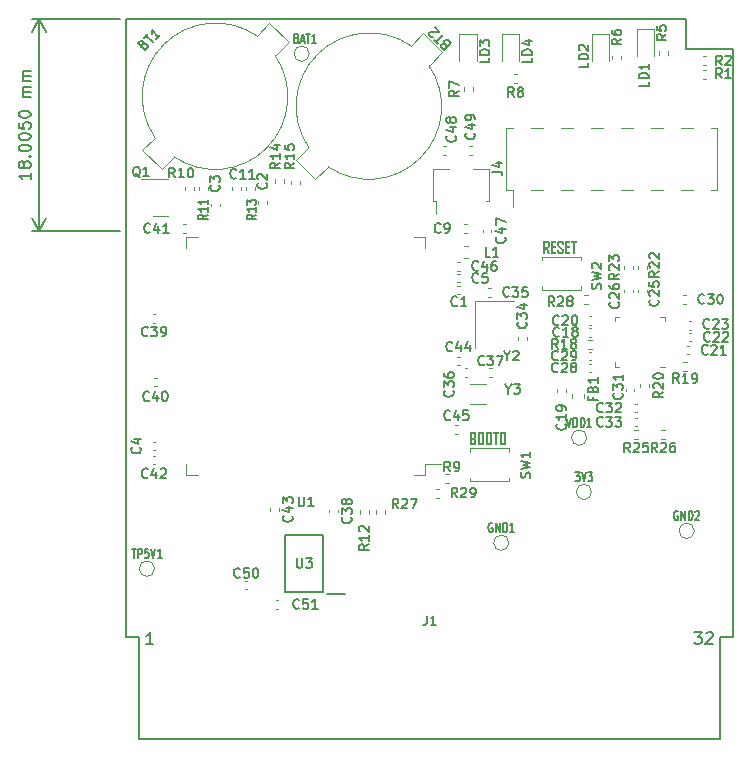
<source format=gbr>
G04 #@! TF.GenerationSoftware,KiCad,Pcbnew,7.0.10*
G04 #@! TF.CreationDate,2024-04-17T21:52:57+03:00*
G04 #@! TF.ProjectId,GAMEBOY_STM32_CART,47414d45-424f-4595-9f53-544d33325f43,v5.1*
G04 #@! TF.SameCoordinates,Original*
G04 #@! TF.FileFunction,Legend,Top*
G04 #@! TF.FilePolarity,Positive*
%FSLAX46Y46*%
G04 Gerber Fmt 4.6, Leading zero omitted, Abs format (unit mm)*
G04 Created by KiCad (PCBNEW 7.0.10) date 2024-04-17 21:52:57*
%MOMM*%
%LPD*%
G01*
G04 APERTURE LIST*
%ADD10C,0.200000*%
%ADD11C,0.150000*%
%ADD12C,0.205000*%
%ADD13C,0.100000*%
%ADD14C,0.120000*%
G04 #@! TA.AperFunction,Profile*
%ADD15C,0.150000*%
G04 #@! TD*
G04 APERTURE END LIST*
D10*
G36*
X106402736Y-62851756D02*
G01*
X106413554Y-62852755D01*
X106423627Y-62854420D01*
X106437336Y-62858166D01*
X106449367Y-62863410D01*
X106459718Y-62870153D01*
X106468392Y-62878394D01*
X106475386Y-62888133D01*
X106480702Y-62899371D01*
X106484339Y-62912107D01*
X106486298Y-62926342D01*
X106486671Y-62936664D01*
X106486671Y-63227313D01*
X106486368Y-63238698D01*
X106485460Y-63249589D01*
X106483947Y-63259987D01*
X106481828Y-63269891D01*
X106479104Y-63279301D01*
X106474530Y-63291080D01*
X106468880Y-63301982D01*
X106462154Y-63312005D01*
X106454351Y-63321151D01*
X106452233Y-63323300D01*
X106443730Y-63329891D01*
X106433913Y-63336991D01*
X106423441Y-63344441D01*
X106414060Y-63351060D01*
X106403369Y-63358563D01*
X106391368Y-63366951D01*
X106382640Y-63373034D01*
X106373330Y-63379510D01*
X106368457Y-63382896D01*
X106378383Y-63389809D01*
X106387707Y-63396321D01*
X106396427Y-63402433D01*
X106404544Y-63408144D01*
X106415589Y-63415959D01*
X106425278Y-63422873D01*
X106433610Y-63428885D01*
X106442609Y-63435499D01*
X106450466Y-63441512D01*
X106454919Y-63445422D01*
X106463620Y-63455008D01*
X106471161Y-63465450D01*
X106477542Y-63476746D01*
X106481567Y-63485779D01*
X106484938Y-63495293D01*
X106487657Y-63505288D01*
X106489724Y-63515764D01*
X106491138Y-63526720D01*
X106491899Y-63538158D01*
X106492044Y-63546050D01*
X106492044Y-63844759D01*
X106491661Y-63855081D01*
X106489647Y-63869315D01*
X106485908Y-63882052D01*
X106480442Y-63893289D01*
X106473251Y-63903029D01*
X106464334Y-63911270D01*
X106453690Y-63918013D01*
X106441321Y-63923257D01*
X106427226Y-63927003D01*
X106416871Y-63928668D01*
X106405748Y-63929667D01*
X106393859Y-63930000D01*
X105964480Y-63930000D01*
X105964480Y-63461053D01*
X106125436Y-63461053D01*
X106125436Y-63773684D01*
X106330600Y-63773684D01*
X106330600Y-63506482D01*
X106251709Y-63461053D01*
X106125436Y-63461053D01*
X105964480Y-63461053D01*
X105964480Y-63007739D01*
X106125436Y-63007739D01*
X106125436Y-63304738D01*
X106249023Y-63304738D01*
X106326692Y-63252958D01*
X106326692Y-63007739D01*
X106125436Y-63007739D01*
X105964480Y-63007739D01*
X105964480Y-62851423D01*
X106391172Y-62851423D01*
X106402736Y-62851756D01*
G37*
G36*
X107071465Y-62851756D02*
G01*
X107082505Y-62852755D01*
X107092783Y-62854420D01*
X107102300Y-62856751D01*
X107115148Y-62861495D01*
X107126283Y-62867739D01*
X107135704Y-62875480D01*
X107143413Y-62884720D01*
X107149409Y-62895459D01*
X107153691Y-62907695D01*
X107156261Y-62921430D01*
X107157022Y-62931420D01*
X107157117Y-62936664D01*
X107157117Y-63844759D01*
X107156737Y-63855081D01*
X107154738Y-63869315D01*
X107151027Y-63882052D01*
X107145602Y-63893289D01*
X107138464Y-63903029D01*
X107129614Y-63911270D01*
X107119050Y-63918013D01*
X107106773Y-63923257D01*
X107092783Y-63927003D01*
X107082505Y-63928668D01*
X107071465Y-63929667D01*
X107059665Y-63930000D01*
X106710642Y-63930000D01*
X106699077Y-63929667D01*
X106688259Y-63928668D01*
X106678187Y-63927003D01*
X106664477Y-63923257D01*
X106652447Y-63918013D01*
X106642095Y-63911270D01*
X106633422Y-63903029D01*
X106626427Y-63893289D01*
X106621111Y-63882052D01*
X106617474Y-63869315D01*
X106615516Y-63855081D01*
X106615143Y-63844759D01*
X106615143Y-63007739D01*
X106776099Y-63007739D01*
X106776099Y-63773684D01*
X106996406Y-63773684D01*
X106996406Y-63007739D01*
X106776099Y-63007739D01*
X106615143Y-63007739D01*
X106615143Y-62936664D01*
X106615516Y-62926342D01*
X106617474Y-62912107D01*
X106621111Y-62899371D01*
X106626427Y-62888133D01*
X106633422Y-62878394D01*
X106642095Y-62870153D01*
X106652447Y-62863410D01*
X106664477Y-62858166D01*
X106678187Y-62854420D01*
X106688259Y-62852755D01*
X106699077Y-62851756D01*
X106710642Y-62851423D01*
X107059665Y-62851423D01*
X107071465Y-62851756D01*
G37*
G36*
X107738737Y-62851756D02*
G01*
X107749777Y-62852755D01*
X107760055Y-62854420D01*
X107769572Y-62856751D01*
X107782419Y-62861495D01*
X107793554Y-62867739D01*
X107802976Y-62875480D01*
X107810685Y-62884720D01*
X107816680Y-62895459D01*
X107820963Y-62907695D01*
X107823532Y-62921430D01*
X107824294Y-62931420D01*
X107824389Y-62936664D01*
X107824389Y-63844759D01*
X107824008Y-63855081D01*
X107822010Y-63869315D01*
X107818298Y-63882052D01*
X107812873Y-63893289D01*
X107805736Y-63903029D01*
X107796885Y-63911270D01*
X107786321Y-63918013D01*
X107774045Y-63923257D01*
X107760055Y-63927003D01*
X107749777Y-63928668D01*
X107738737Y-63929667D01*
X107726936Y-63930000D01*
X107377913Y-63930000D01*
X107366349Y-63929667D01*
X107355530Y-63928668D01*
X107345458Y-63927003D01*
X107331749Y-63923257D01*
X107319718Y-63918013D01*
X107309366Y-63911270D01*
X107300693Y-63903029D01*
X107293699Y-63893289D01*
X107288383Y-63882052D01*
X107284746Y-63869315D01*
X107282787Y-63855081D01*
X107282414Y-63844759D01*
X107282414Y-63007739D01*
X107443370Y-63007739D01*
X107443370Y-63773684D01*
X107663677Y-63773684D01*
X107663677Y-63007739D01*
X107443370Y-63007739D01*
X107282414Y-63007739D01*
X107282414Y-62936664D01*
X107282787Y-62926342D01*
X107284746Y-62912107D01*
X107288383Y-62899371D01*
X107293699Y-62888133D01*
X107300693Y-62878394D01*
X107309366Y-62870153D01*
X107319718Y-62863410D01*
X107331749Y-62858166D01*
X107345458Y-62854420D01*
X107355530Y-62852755D01*
X107366349Y-62851756D01*
X107377913Y-62851423D01*
X107726936Y-62851423D01*
X107738737Y-62851756D01*
G37*
G36*
X108416922Y-63007739D02*
G01*
X108239602Y-63007739D01*
X108239602Y-63930000D01*
X108079623Y-63930000D01*
X108079623Y-63007739D01*
X107902302Y-63007739D01*
X107902302Y-62851423D01*
X108416922Y-62851423D01*
X108416922Y-63007739D01*
G37*
G36*
X108938369Y-62851756D02*
G01*
X108949326Y-62852755D01*
X108959527Y-62854420D01*
X108973411Y-62858166D01*
X108985596Y-62863410D01*
X108996080Y-62870153D01*
X109004864Y-62878394D01*
X109011948Y-62888133D01*
X109017332Y-62899371D01*
X109021016Y-62912107D01*
X109022999Y-62926342D01*
X109023377Y-62936664D01*
X109023377Y-63844759D01*
X109022999Y-63855081D01*
X109021016Y-63869315D01*
X109017332Y-63882052D01*
X109011948Y-63893289D01*
X109004864Y-63903029D01*
X108996080Y-63911270D01*
X108985596Y-63918013D01*
X108973411Y-63923257D01*
X108959527Y-63927003D01*
X108949326Y-63928668D01*
X108938369Y-63929667D01*
X108926657Y-63930000D01*
X108591311Y-63930000D01*
X108579747Y-63929667D01*
X108568929Y-63928668D01*
X108558857Y-63927003D01*
X108545147Y-63923257D01*
X108533117Y-63918013D01*
X108522765Y-63911270D01*
X108514092Y-63903029D01*
X108507097Y-63893289D01*
X108501781Y-63882052D01*
X108498144Y-63869315D01*
X108496186Y-63855081D01*
X108495812Y-63844759D01*
X108495812Y-63007739D01*
X108653838Y-63007739D01*
X108653838Y-63773684D01*
X108866085Y-63773684D01*
X108866085Y-63007739D01*
X108653838Y-63007739D01*
X108495812Y-63007739D01*
X108495812Y-62936664D01*
X108496194Y-62926342D01*
X108498198Y-62912107D01*
X108501919Y-62899371D01*
X108507357Y-62888133D01*
X108514512Y-62878394D01*
X108523385Y-62870153D01*
X108533975Y-62863410D01*
X108546283Y-62858166D01*
X108560308Y-62854420D01*
X108570612Y-62852755D01*
X108581679Y-62851756D01*
X108593510Y-62851423D01*
X108926657Y-62851423D01*
X108938369Y-62851756D01*
G37*
G36*
X112714759Y-47730000D02*
G01*
X112547208Y-47730000D01*
X112369888Y-47232477D01*
X112369888Y-47221077D01*
X112369888Y-47211278D01*
X112369888Y-47198465D01*
X112369888Y-47186877D01*
X112369888Y-47173593D01*
X112369888Y-47163794D01*
X112369888Y-47153242D01*
X112369888Y-47141936D01*
X112369888Y-47136001D01*
X112527913Y-47136001D01*
X112527913Y-46807739D01*
X112325436Y-46807739D01*
X112325436Y-47730000D01*
X112164480Y-47730000D01*
X112164480Y-46651423D01*
X112591172Y-46651423D01*
X112602914Y-46651756D01*
X112613898Y-46652755D01*
X112624125Y-46654420D01*
X112638044Y-46658166D01*
X112650260Y-46663410D01*
X112660770Y-46670153D01*
X112669577Y-46678394D01*
X112676679Y-46688133D01*
X112682076Y-46699371D01*
X112685769Y-46712107D01*
X112687758Y-46726342D01*
X112688136Y-46736664D01*
X112688136Y-47144549D01*
X112687733Y-47155263D01*
X112686522Y-47165238D01*
X112683652Y-47177389D01*
X112679347Y-47188227D01*
X112673608Y-47197752D01*
X112666433Y-47205965D01*
X112657823Y-47212865D01*
X112647779Y-47218452D01*
X112642219Y-47220753D01*
X112630953Y-47223824D01*
X112621305Y-47225519D01*
X112609948Y-47226931D01*
X112596881Y-47228060D01*
X112585959Y-47228722D01*
X112574075Y-47229225D01*
X112561229Y-47229570D01*
X112547422Y-47229755D01*
X112537683Y-47229790D01*
X112714759Y-47730000D01*
G37*
G36*
X113255268Y-47730000D02*
G01*
X112809281Y-47730000D01*
X112809281Y-46651423D01*
X113251116Y-46651423D01*
X113251116Y-46807739D01*
X112970237Y-46807739D01*
X112970237Y-47104738D01*
X113212037Y-47104738D01*
X113212037Y-47261053D01*
X112970237Y-47261053D01*
X112970237Y-47573684D01*
X113255268Y-47573684D01*
X113255268Y-47730000D01*
G37*
G36*
X113877599Y-47644759D02*
G01*
X113877217Y-47655081D01*
X113875214Y-47669315D01*
X113871493Y-47682052D01*
X113866055Y-47693289D01*
X113858899Y-47703029D01*
X113850026Y-47711270D01*
X113839436Y-47718013D01*
X113827128Y-47723257D01*
X113813104Y-47727003D01*
X113802800Y-47728668D01*
X113791732Y-47729667D01*
X113779902Y-47730000D01*
X113456524Y-47730000D01*
X113444782Y-47729667D01*
X113433798Y-47728668D01*
X113423572Y-47727003D01*
X113409652Y-47723257D01*
X113397437Y-47718013D01*
X113386926Y-47711270D01*
X113378119Y-47703029D01*
X113371018Y-47693289D01*
X113365620Y-47682052D01*
X113361927Y-47669315D01*
X113359939Y-47655081D01*
X113359560Y-47644759D01*
X113359560Y-47386106D01*
X113520272Y-47386106D01*
X113520272Y-47573684D01*
X113716887Y-47573684D01*
X113716887Y-47386106D01*
X113394487Y-47078604D01*
X113386301Y-47069823D01*
X113379206Y-47060454D01*
X113373203Y-47050497D01*
X113368292Y-47039952D01*
X113364471Y-47028820D01*
X113361743Y-47017100D01*
X113360106Y-47004793D01*
X113359560Y-46991898D01*
X113359560Y-46736664D01*
X113359939Y-46726342D01*
X113361927Y-46712107D01*
X113365620Y-46699371D01*
X113371018Y-46688133D01*
X113378119Y-46678394D01*
X113386926Y-46670153D01*
X113397437Y-46663410D01*
X113409652Y-46658166D01*
X113423572Y-46654420D01*
X113433798Y-46652755D01*
X113444782Y-46651756D01*
X113456524Y-46651423D01*
X113779902Y-46651423D01*
X113791732Y-46651751D01*
X113802800Y-46652736D01*
X113813104Y-46654377D01*
X113822644Y-46656674D01*
X113835524Y-46661351D01*
X113846687Y-46667505D01*
X113856132Y-46675136D01*
X113863860Y-46684243D01*
X113869871Y-46694828D01*
X113874164Y-46706889D01*
X113876740Y-46720427D01*
X113877504Y-46730273D01*
X113877599Y-46735443D01*
X113877599Y-46995317D01*
X113716887Y-46995317D01*
X113716887Y-46807739D01*
X113520272Y-46807739D01*
X113520272Y-46987501D01*
X113842672Y-47294026D01*
X113850858Y-47302666D01*
X113857953Y-47311978D01*
X113863956Y-47321961D01*
X113868867Y-47332616D01*
X113872687Y-47343943D01*
X113875416Y-47355942D01*
X113877053Y-47368612D01*
X113877565Y-47378555D01*
X113877599Y-47381953D01*
X113877599Y-47644759D01*
G37*
G36*
X114448150Y-47730000D02*
G01*
X114002163Y-47730000D01*
X114002163Y-46651423D01*
X114443998Y-46651423D01*
X114443998Y-46807739D01*
X114163119Y-46807739D01*
X114163119Y-47104738D01*
X114404919Y-47104738D01*
X114404919Y-47261053D01*
X114163119Y-47261053D01*
X114163119Y-47573684D01*
X114448150Y-47573684D01*
X114448150Y-47730000D01*
G37*
G36*
X115022365Y-46807739D02*
G01*
X114845045Y-46807739D01*
X114845045Y-47730000D01*
X114685066Y-47730000D01*
X114685066Y-46807739D01*
X114507745Y-46807739D01*
X114507745Y-46651423D01*
X115022365Y-46651423D01*
X115022365Y-46807739D01*
G37*
D11*
X76850000Y-27825000D02*
X76850000Y-45830000D01*
X68754819Y-40875118D02*
X68754819Y-41446546D01*
X68754819Y-41160832D02*
X67754819Y-41160832D01*
X67754819Y-41160832D02*
X67897676Y-41256070D01*
X67897676Y-41256070D02*
X67992914Y-41351308D01*
X67992914Y-41351308D02*
X68040533Y-41446546D01*
X68183390Y-40303689D02*
X68135771Y-40398927D01*
X68135771Y-40398927D02*
X68088152Y-40446546D01*
X68088152Y-40446546D02*
X67992914Y-40494165D01*
X67992914Y-40494165D02*
X67945295Y-40494165D01*
X67945295Y-40494165D02*
X67850057Y-40446546D01*
X67850057Y-40446546D02*
X67802438Y-40398927D01*
X67802438Y-40398927D02*
X67754819Y-40303689D01*
X67754819Y-40303689D02*
X67754819Y-40113213D01*
X67754819Y-40113213D02*
X67802438Y-40017975D01*
X67802438Y-40017975D02*
X67850057Y-39970356D01*
X67850057Y-39970356D02*
X67945295Y-39922737D01*
X67945295Y-39922737D02*
X67992914Y-39922737D01*
X67992914Y-39922737D02*
X68088152Y-39970356D01*
X68088152Y-39970356D02*
X68135771Y-40017975D01*
X68135771Y-40017975D02*
X68183390Y-40113213D01*
X68183390Y-40113213D02*
X68183390Y-40303689D01*
X68183390Y-40303689D02*
X68231009Y-40398927D01*
X68231009Y-40398927D02*
X68278628Y-40446546D01*
X68278628Y-40446546D02*
X68373866Y-40494165D01*
X68373866Y-40494165D02*
X68564342Y-40494165D01*
X68564342Y-40494165D02*
X68659580Y-40446546D01*
X68659580Y-40446546D02*
X68707200Y-40398927D01*
X68707200Y-40398927D02*
X68754819Y-40303689D01*
X68754819Y-40303689D02*
X68754819Y-40113213D01*
X68754819Y-40113213D02*
X68707200Y-40017975D01*
X68707200Y-40017975D02*
X68659580Y-39970356D01*
X68659580Y-39970356D02*
X68564342Y-39922737D01*
X68564342Y-39922737D02*
X68373866Y-39922737D01*
X68373866Y-39922737D02*
X68278628Y-39970356D01*
X68278628Y-39970356D02*
X68231009Y-40017975D01*
X68231009Y-40017975D02*
X68183390Y-40113213D01*
X68659580Y-39494165D02*
X68707200Y-39446546D01*
X68707200Y-39446546D02*
X68754819Y-39494165D01*
X68754819Y-39494165D02*
X68707200Y-39541784D01*
X68707200Y-39541784D02*
X68659580Y-39494165D01*
X68659580Y-39494165D02*
X68754819Y-39494165D01*
X67754819Y-38827499D02*
X67754819Y-38732261D01*
X67754819Y-38732261D02*
X67802438Y-38637023D01*
X67802438Y-38637023D02*
X67850057Y-38589404D01*
X67850057Y-38589404D02*
X67945295Y-38541785D01*
X67945295Y-38541785D02*
X68135771Y-38494166D01*
X68135771Y-38494166D02*
X68373866Y-38494166D01*
X68373866Y-38494166D02*
X68564342Y-38541785D01*
X68564342Y-38541785D02*
X68659580Y-38589404D01*
X68659580Y-38589404D02*
X68707200Y-38637023D01*
X68707200Y-38637023D02*
X68754819Y-38732261D01*
X68754819Y-38732261D02*
X68754819Y-38827499D01*
X68754819Y-38827499D02*
X68707200Y-38922737D01*
X68707200Y-38922737D02*
X68659580Y-38970356D01*
X68659580Y-38970356D02*
X68564342Y-39017975D01*
X68564342Y-39017975D02*
X68373866Y-39065594D01*
X68373866Y-39065594D02*
X68135771Y-39065594D01*
X68135771Y-39065594D02*
X67945295Y-39017975D01*
X67945295Y-39017975D02*
X67850057Y-38970356D01*
X67850057Y-38970356D02*
X67802438Y-38922737D01*
X67802438Y-38922737D02*
X67754819Y-38827499D01*
X67754819Y-37875118D02*
X67754819Y-37779880D01*
X67754819Y-37779880D02*
X67802438Y-37684642D01*
X67802438Y-37684642D02*
X67850057Y-37637023D01*
X67850057Y-37637023D02*
X67945295Y-37589404D01*
X67945295Y-37589404D02*
X68135771Y-37541785D01*
X68135771Y-37541785D02*
X68373866Y-37541785D01*
X68373866Y-37541785D02*
X68564342Y-37589404D01*
X68564342Y-37589404D02*
X68659580Y-37637023D01*
X68659580Y-37637023D02*
X68707200Y-37684642D01*
X68707200Y-37684642D02*
X68754819Y-37779880D01*
X68754819Y-37779880D02*
X68754819Y-37875118D01*
X68754819Y-37875118D02*
X68707200Y-37970356D01*
X68707200Y-37970356D02*
X68659580Y-38017975D01*
X68659580Y-38017975D02*
X68564342Y-38065594D01*
X68564342Y-38065594D02*
X68373866Y-38113213D01*
X68373866Y-38113213D02*
X68135771Y-38113213D01*
X68135771Y-38113213D02*
X67945295Y-38065594D01*
X67945295Y-38065594D02*
X67850057Y-38017975D01*
X67850057Y-38017975D02*
X67802438Y-37970356D01*
X67802438Y-37970356D02*
X67754819Y-37875118D01*
X67754819Y-36637023D02*
X67754819Y-37113213D01*
X67754819Y-37113213D02*
X68231009Y-37160832D01*
X68231009Y-37160832D02*
X68183390Y-37113213D01*
X68183390Y-37113213D02*
X68135771Y-37017975D01*
X68135771Y-37017975D02*
X68135771Y-36779880D01*
X68135771Y-36779880D02*
X68183390Y-36684642D01*
X68183390Y-36684642D02*
X68231009Y-36637023D01*
X68231009Y-36637023D02*
X68326247Y-36589404D01*
X68326247Y-36589404D02*
X68564342Y-36589404D01*
X68564342Y-36589404D02*
X68659580Y-36637023D01*
X68659580Y-36637023D02*
X68707200Y-36684642D01*
X68707200Y-36684642D02*
X68754819Y-36779880D01*
X68754819Y-36779880D02*
X68754819Y-37017975D01*
X68754819Y-37017975D02*
X68707200Y-37113213D01*
X68707200Y-37113213D02*
X68659580Y-37160832D01*
X67754819Y-35970356D02*
X67754819Y-35875118D01*
X67754819Y-35875118D02*
X67802438Y-35779880D01*
X67802438Y-35779880D02*
X67850057Y-35732261D01*
X67850057Y-35732261D02*
X67945295Y-35684642D01*
X67945295Y-35684642D02*
X68135771Y-35637023D01*
X68135771Y-35637023D02*
X68373866Y-35637023D01*
X68373866Y-35637023D02*
X68564342Y-35684642D01*
X68564342Y-35684642D02*
X68659580Y-35732261D01*
X68659580Y-35732261D02*
X68707200Y-35779880D01*
X68707200Y-35779880D02*
X68754819Y-35875118D01*
X68754819Y-35875118D02*
X68754819Y-35970356D01*
X68754819Y-35970356D02*
X68707200Y-36065594D01*
X68707200Y-36065594D02*
X68659580Y-36113213D01*
X68659580Y-36113213D02*
X68564342Y-36160832D01*
X68564342Y-36160832D02*
X68373866Y-36208451D01*
X68373866Y-36208451D02*
X68135771Y-36208451D01*
X68135771Y-36208451D02*
X67945295Y-36160832D01*
X67945295Y-36160832D02*
X67850057Y-36113213D01*
X67850057Y-36113213D02*
X67802438Y-36065594D01*
X67802438Y-36065594D02*
X67754819Y-35970356D01*
X68754819Y-34446546D02*
X68088152Y-34446546D01*
X68183390Y-34446546D02*
X68135771Y-34398927D01*
X68135771Y-34398927D02*
X68088152Y-34303689D01*
X68088152Y-34303689D02*
X68088152Y-34160832D01*
X68088152Y-34160832D02*
X68135771Y-34065594D01*
X68135771Y-34065594D02*
X68231009Y-34017975D01*
X68231009Y-34017975D02*
X68754819Y-34017975D01*
X68231009Y-34017975D02*
X68135771Y-33970356D01*
X68135771Y-33970356D02*
X68088152Y-33875118D01*
X68088152Y-33875118D02*
X68088152Y-33732261D01*
X68088152Y-33732261D02*
X68135771Y-33637022D01*
X68135771Y-33637022D02*
X68231009Y-33589403D01*
X68231009Y-33589403D02*
X68754819Y-33589403D01*
X68754819Y-33113213D02*
X68088152Y-33113213D01*
X68183390Y-33113213D02*
X68135771Y-33065594D01*
X68135771Y-33065594D02*
X68088152Y-32970356D01*
X68088152Y-32970356D02*
X68088152Y-32827499D01*
X68088152Y-32827499D02*
X68135771Y-32732261D01*
X68135771Y-32732261D02*
X68231009Y-32684642D01*
X68231009Y-32684642D02*
X68754819Y-32684642D01*
X68231009Y-32684642D02*
X68135771Y-32637023D01*
X68135771Y-32637023D02*
X68088152Y-32541785D01*
X68088152Y-32541785D02*
X68088152Y-32398928D01*
X68088152Y-32398928D02*
X68135771Y-32303689D01*
X68135771Y-32303689D02*
X68231009Y-32256070D01*
X68231009Y-32256070D02*
X68754819Y-32256070D01*
X76350000Y-45830000D02*
X68863580Y-45830000D01*
X76350000Y-27825000D02*
X68863580Y-27825000D01*
X69450000Y-45830000D02*
X69450000Y-27825000D01*
X69450000Y-45830000D02*
X69450000Y-27825000D01*
X69450000Y-45830000D02*
X68863579Y-44703496D01*
X69450000Y-45830000D02*
X70036421Y-44703496D01*
X69450000Y-27825000D02*
X70036421Y-28951504D01*
X69450000Y-27825000D02*
X68863579Y-28951504D01*
X114114285Y-61612295D02*
X114314285Y-62412295D01*
X114314285Y-62412295D02*
X114514285Y-61612295D01*
X114714286Y-62412295D02*
X114714286Y-61612295D01*
X114714286Y-61612295D02*
X114857143Y-61612295D01*
X114857143Y-61612295D02*
X114942857Y-61650390D01*
X114942857Y-61650390D02*
X115000000Y-61726580D01*
X115000000Y-61726580D02*
X115028571Y-61802771D01*
X115028571Y-61802771D02*
X115057143Y-61955152D01*
X115057143Y-61955152D02*
X115057143Y-62069438D01*
X115057143Y-62069438D02*
X115028571Y-62221819D01*
X115028571Y-62221819D02*
X115000000Y-62298009D01*
X115000000Y-62298009D02*
X114942857Y-62374200D01*
X114942857Y-62374200D02*
X114857143Y-62412295D01*
X114857143Y-62412295D02*
X114714286Y-62412295D01*
X115314286Y-62412295D02*
X115314286Y-61612295D01*
X115314286Y-61612295D02*
X115457143Y-61612295D01*
X115457143Y-61612295D02*
X115542857Y-61650390D01*
X115542857Y-61650390D02*
X115600000Y-61726580D01*
X115600000Y-61726580D02*
X115628571Y-61802771D01*
X115628571Y-61802771D02*
X115657143Y-61955152D01*
X115657143Y-61955152D02*
X115657143Y-62069438D01*
X115657143Y-62069438D02*
X115628571Y-62221819D01*
X115628571Y-62221819D02*
X115600000Y-62298009D01*
X115600000Y-62298009D02*
X115542857Y-62374200D01*
X115542857Y-62374200D02*
X115457143Y-62412295D01*
X115457143Y-62412295D02*
X115314286Y-62412295D01*
X116228571Y-62412295D02*
X115885714Y-62412295D01*
X116057143Y-62412295D02*
X116057143Y-61612295D01*
X116057143Y-61612295D02*
X116000000Y-61726580D01*
X116000000Y-61726580D02*
X115942857Y-61802771D01*
X115942857Y-61802771D02*
X115885714Y-61840866D01*
X77299999Y-72712295D02*
X77642857Y-72712295D01*
X77471428Y-73512295D02*
X77471428Y-72712295D01*
X77842857Y-73512295D02*
X77842857Y-72712295D01*
X77842857Y-72712295D02*
X78071428Y-72712295D01*
X78071428Y-72712295D02*
X78128571Y-72750390D01*
X78128571Y-72750390D02*
X78157142Y-72788485D01*
X78157142Y-72788485D02*
X78185714Y-72864676D01*
X78185714Y-72864676D02*
X78185714Y-72978961D01*
X78185714Y-72978961D02*
X78157142Y-73055152D01*
X78157142Y-73055152D02*
X78128571Y-73093247D01*
X78128571Y-73093247D02*
X78071428Y-73131342D01*
X78071428Y-73131342D02*
X77842857Y-73131342D01*
X78728571Y-72712295D02*
X78442857Y-72712295D01*
X78442857Y-72712295D02*
X78414285Y-73093247D01*
X78414285Y-73093247D02*
X78442857Y-73055152D01*
X78442857Y-73055152D02*
X78500000Y-73017057D01*
X78500000Y-73017057D02*
X78642857Y-73017057D01*
X78642857Y-73017057D02*
X78700000Y-73055152D01*
X78700000Y-73055152D02*
X78728571Y-73093247D01*
X78728571Y-73093247D02*
X78757142Y-73169438D01*
X78757142Y-73169438D02*
X78757142Y-73359914D01*
X78757142Y-73359914D02*
X78728571Y-73436104D01*
X78728571Y-73436104D02*
X78700000Y-73474200D01*
X78700000Y-73474200D02*
X78642857Y-73512295D01*
X78642857Y-73512295D02*
X78500000Y-73512295D01*
X78500000Y-73512295D02*
X78442857Y-73474200D01*
X78442857Y-73474200D02*
X78414285Y-73436104D01*
X78928571Y-72712295D02*
X79128571Y-73512295D01*
X79128571Y-73512295D02*
X79328571Y-72712295D01*
X79842857Y-73512295D02*
X79500000Y-73512295D01*
X79671429Y-73512295D02*
X79671429Y-72712295D01*
X79671429Y-72712295D02*
X79614286Y-72826580D01*
X79614286Y-72826580D02*
X79557143Y-72902771D01*
X79557143Y-72902771D02*
X79500000Y-72940866D01*
X123557142Y-69550390D02*
X123500000Y-69512295D01*
X123500000Y-69512295D02*
X123414285Y-69512295D01*
X123414285Y-69512295D02*
X123328571Y-69550390D01*
X123328571Y-69550390D02*
X123271428Y-69626580D01*
X123271428Y-69626580D02*
X123242857Y-69702771D01*
X123242857Y-69702771D02*
X123214285Y-69855152D01*
X123214285Y-69855152D02*
X123214285Y-69969438D01*
X123214285Y-69969438D02*
X123242857Y-70121819D01*
X123242857Y-70121819D02*
X123271428Y-70198009D01*
X123271428Y-70198009D02*
X123328571Y-70274200D01*
X123328571Y-70274200D02*
X123414285Y-70312295D01*
X123414285Y-70312295D02*
X123471428Y-70312295D01*
X123471428Y-70312295D02*
X123557142Y-70274200D01*
X123557142Y-70274200D02*
X123585714Y-70236104D01*
X123585714Y-70236104D02*
X123585714Y-69969438D01*
X123585714Y-69969438D02*
X123471428Y-69969438D01*
X123842857Y-70312295D02*
X123842857Y-69512295D01*
X123842857Y-69512295D02*
X124185714Y-70312295D01*
X124185714Y-70312295D02*
X124185714Y-69512295D01*
X124471428Y-70312295D02*
X124471428Y-69512295D01*
X124471428Y-69512295D02*
X124614285Y-69512295D01*
X124614285Y-69512295D02*
X124699999Y-69550390D01*
X124699999Y-69550390D02*
X124757142Y-69626580D01*
X124757142Y-69626580D02*
X124785713Y-69702771D01*
X124785713Y-69702771D02*
X124814285Y-69855152D01*
X124814285Y-69855152D02*
X124814285Y-69969438D01*
X124814285Y-69969438D02*
X124785713Y-70121819D01*
X124785713Y-70121819D02*
X124757142Y-70198009D01*
X124757142Y-70198009D02*
X124699999Y-70274200D01*
X124699999Y-70274200D02*
X124614285Y-70312295D01*
X124614285Y-70312295D02*
X124471428Y-70312295D01*
X125042856Y-69588485D02*
X125071428Y-69550390D01*
X125071428Y-69550390D02*
X125128571Y-69512295D01*
X125128571Y-69512295D02*
X125271428Y-69512295D01*
X125271428Y-69512295D02*
X125328571Y-69550390D01*
X125328571Y-69550390D02*
X125357142Y-69588485D01*
X125357142Y-69588485D02*
X125385713Y-69664676D01*
X125385713Y-69664676D02*
X125385713Y-69740866D01*
X125385713Y-69740866D02*
X125357142Y-69855152D01*
X125357142Y-69855152D02*
X125014285Y-70312295D01*
X125014285Y-70312295D02*
X125385713Y-70312295D01*
X107857142Y-70550390D02*
X107800000Y-70512295D01*
X107800000Y-70512295D02*
X107714285Y-70512295D01*
X107714285Y-70512295D02*
X107628571Y-70550390D01*
X107628571Y-70550390D02*
X107571428Y-70626580D01*
X107571428Y-70626580D02*
X107542857Y-70702771D01*
X107542857Y-70702771D02*
X107514285Y-70855152D01*
X107514285Y-70855152D02*
X107514285Y-70969438D01*
X107514285Y-70969438D02*
X107542857Y-71121819D01*
X107542857Y-71121819D02*
X107571428Y-71198009D01*
X107571428Y-71198009D02*
X107628571Y-71274200D01*
X107628571Y-71274200D02*
X107714285Y-71312295D01*
X107714285Y-71312295D02*
X107771428Y-71312295D01*
X107771428Y-71312295D02*
X107857142Y-71274200D01*
X107857142Y-71274200D02*
X107885714Y-71236104D01*
X107885714Y-71236104D02*
X107885714Y-70969438D01*
X107885714Y-70969438D02*
X107771428Y-70969438D01*
X108142857Y-71312295D02*
X108142857Y-70512295D01*
X108142857Y-70512295D02*
X108485714Y-71312295D01*
X108485714Y-71312295D02*
X108485714Y-70512295D01*
X108771428Y-71312295D02*
X108771428Y-70512295D01*
X108771428Y-70512295D02*
X108914285Y-70512295D01*
X108914285Y-70512295D02*
X108999999Y-70550390D01*
X108999999Y-70550390D02*
X109057142Y-70626580D01*
X109057142Y-70626580D02*
X109085713Y-70702771D01*
X109085713Y-70702771D02*
X109114285Y-70855152D01*
X109114285Y-70855152D02*
X109114285Y-70969438D01*
X109114285Y-70969438D02*
X109085713Y-71121819D01*
X109085713Y-71121819D02*
X109057142Y-71198009D01*
X109057142Y-71198009D02*
X108999999Y-71274200D01*
X108999999Y-71274200D02*
X108914285Y-71312295D01*
X108914285Y-71312295D02*
X108771428Y-71312295D01*
X109685713Y-71312295D02*
X109342856Y-71312295D01*
X109514285Y-71312295D02*
X109514285Y-70512295D01*
X109514285Y-70512295D02*
X109457142Y-70626580D01*
X109457142Y-70626580D02*
X109399999Y-70702771D01*
X109399999Y-70702771D02*
X109342856Y-70740866D01*
X91271428Y-29493247D02*
X91357142Y-29531342D01*
X91357142Y-29531342D02*
X91385713Y-29569438D01*
X91385713Y-29569438D02*
X91414285Y-29645628D01*
X91414285Y-29645628D02*
X91414285Y-29759914D01*
X91414285Y-29759914D02*
X91385713Y-29836104D01*
X91385713Y-29836104D02*
X91357142Y-29874200D01*
X91357142Y-29874200D02*
X91299999Y-29912295D01*
X91299999Y-29912295D02*
X91071428Y-29912295D01*
X91071428Y-29912295D02*
X91071428Y-29112295D01*
X91071428Y-29112295D02*
X91271428Y-29112295D01*
X91271428Y-29112295D02*
X91328571Y-29150390D01*
X91328571Y-29150390D02*
X91357142Y-29188485D01*
X91357142Y-29188485D02*
X91385713Y-29264676D01*
X91385713Y-29264676D02*
X91385713Y-29340866D01*
X91385713Y-29340866D02*
X91357142Y-29417057D01*
X91357142Y-29417057D02*
X91328571Y-29455152D01*
X91328571Y-29455152D02*
X91271428Y-29493247D01*
X91271428Y-29493247D02*
X91071428Y-29493247D01*
X91642856Y-29683723D02*
X91928571Y-29683723D01*
X91585713Y-29912295D02*
X91785713Y-29112295D01*
X91785713Y-29112295D02*
X91985713Y-29912295D01*
X92099999Y-29112295D02*
X92442857Y-29112295D01*
X92271428Y-29912295D02*
X92271428Y-29112295D01*
X92957142Y-29912295D02*
X92614285Y-29912295D01*
X92785714Y-29912295D02*
X92785714Y-29112295D01*
X92785714Y-29112295D02*
X92728571Y-29226580D01*
X92728571Y-29226580D02*
X92671428Y-29302771D01*
X92671428Y-29302771D02*
X92614285Y-29340866D01*
X114857142Y-66212295D02*
X115228570Y-66212295D01*
X115228570Y-66212295D02*
X115028570Y-66517057D01*
X115028570Y-66517057D02*
X115114285Y-66517057D01*
X115114285Y-66517057D02*
X115171428Y-66555152D01*
X115171428Y-66555152D02*
X115199999Y-66593247D01*
X115199999Y-66593247D02*
X115228570Y-66669438D01*
X115228570Y-66669438D02*
X115228570Y-66859914D01*
X115228570Y-66859914D02*
X115199999Y-66936104D01*
X115199999Y-66936104D02*
X115171428Y-66974200D01*
X115171428Y-66974200D02*
X115114285Y-67012295D01*
X115114285Y-67012295D02*
X114942856Y-67012295D01*
X114942856Y-67012295D02*
X114885713Y-66974200D01*
X114885713Y-66974200D02*
X114857142Y-66936104D01*
X115399999Y-66212295D02*
X115599999Y-67012295D01*
X115599999Y-67012295D02*
X115799999Y-66212295D01*
X115942857Y-66212295D02*
X116314285Y-66212295D01*
X116314285Y-66212295D02*
X116114285Y-66517057D01*
X116114285Y-66517057D02*
X116200000Y-66517057D01*
X116200000Y-66517057D02*
X116257143Y-66555152D01*
X116257143Y-66555152D02*
X116285714Y-66593247D01*
X116285714Y-66593247D02*
X116314285Y-66669438D01*
X116314285Y-66669438D02*
X116314285Y-66859914D01*
X116314285Y-66859914D02*
X116285714Y-66936104D01*
X116285714Y-66936104D02*
X116257143Y-66974200D01*
X116257143Y-66974200D02*
X116200000Y-67012295D01*
X116200000Y-67012295D02*
X116028571Y-67012295D01*
X116028571Y-67012295D02*
X115971428Y-66974200D01*
X115971428Y-66974200D02*
X115942857Y-66936104D01*
X91437738Y-68289548D02*
X91437738Y-68953358D01*
X91437738Y-68953358D02*
X91476785Y-69031453D01*
X91476785Y-69031453D02*
X91515833Y-69070501D01*
X91515833Y-69070501D02*
X91593928Y-69109548D01*
X91593928Y-69109548D02*
X91750119Y-69109548D01*
X91750119Y-69109548D02*
X91828214Y-69070501D01*
X91828214Y-69070501D02*
X91867261Y-69031453D01*
X91867261Y-69031453D02*
X91906309Y-68953358D01*
X91906309Y-68953358D02*
X91906309Y-68289548D01*
X92726309Y-69109548D02*
X92257738Y-69109548D01*
X92492024Y-69109548D02*
X92492024Y-68289548D01*
X92492024Y-68289548D02*
X92413928Y-68406691D01*
X92413928Y-68406691D02*
X92335833Y-68484786D01*
X92335833Y-68484786D02*
X92257738Y-68523834D01*
X91071548Y-40037142D02*
X90681072Y-40310475D01*
X91071548Y-40505713D02*
X90251548Y-40505713D01*
X90251548Y-40505713D02*
X90251548Y-40193332D01*
X90251548Y-40193332D02*
X90290596Y-40115237D01*
X90290596Y-40115237D02*
X90329643Y-40076190D01*
X90329643Y-40076190D02*
X90407739Y-40037142D01*
X90407739Y-40037142D02*
X90524881Y-40037142D01*
X90524881Y-40037142D02*
X90602977Y-40076190D01*
X90602977Y-40076190D02*
X90642024Y-40115237D01*
X90642024Y-40115237D02*
X90681072Y-40193332D01*
X90681072Y-40193332D02*
X90681072Y-40505713D01*
X91071548Y-39256190D02*
X91071548Y-39724761D01*
X91071548Y-39490475D02*
X90251548Y-39490475D01*
X90251548Y-39490475D02*
X90368691Y-39568571D01*
X90368691Y-39568571D02*
X90446786Y-39646666D01*
X90446786Y-39646666D02*
X90485834Y-39724761D01*
X90251548Y-38514285D02*
X90251548Y-38904761D01*
X90251548Y-38904761D02*
X90642024Y-38943809D01*
X90642024Y-38943809D02*
X90602977Y-38904761D01*
X90602977Y-38904761D02*
X90563929Y-38826666D01*
X90563929Y-38826666D02*
X90563929Y-38631428D01*
X90563929Y-38631428D02*
X90602977Y-38553333D01*
X90602977Y-38553333D02*
X90642024Y-38514285D01*
X90642024Y-38514285D02*
X90720120Y-38475238D01*
X90720120Y-38475238D02*
X90915358Y-38475238D01*
X90915358Y-38475238D02*
X90993453Y-38514285D01*
X90993453Y-38514285D02*
X91032501Y-38553333D01*
X91032501Y-38553333D02*
X91071548Y-38631428D01*
X91071548Y-38631428D02*
X91071548Y-38826666D01*
X91071548Y-38826666D02*
X91032501Y-38904761D01*
X91032501Y-38904761D02*
X90993453Y-38943809D01*
X121941548Y-49227142D02*
X121551072Y-49500475D01*
X121941548Y-49695713D02*
X121121548Y-49695713D01*
X121121548Y-49695713D02*
X121121548Y-49383332D01*
X121121548Y-49383332D02*
X121160596Y-49305237D01*
X121160596Y-49305237D02*
X121199643Y-49266190D01*
X121199643Y-49266190D02*
X121277739Y-49227142D01*
X121277739Y-49227142D02*
X121394881Y-49227142D01*
X121394881Y-49227142D02*
X121472977Y-49266190D01*
X121472977Y-49266190D02*
X121512024Y-49305237D01*
X121512024Y-49305237D02*
X121551072Y-49383332D01*
X121551072Y-49383332D02*
X121551072Y-49695713D01*
X121199643Y-48914761D02*
X121160596Y-48875713D01*
X121160596Y-48875713D02*
X121121548Y-48797618D01*
X121121548Y-48797618D02*
X121121548Y-48602380D01*
X121121548Y-48602380D02*
X121160596Y-48524285D01*
X121160596Y-48524285D02*
X121199643Y-48485237D01*
X121199643Y-48485237D02*
X121277739Y-48446190D01*
X121277739Y-48446190D02*
X121355834Y-48446190D01*
X121355834Y-48446190D02*
X121472977Y-48485237D01*
X121472977Y-48485237D02*
X121941548Y-48953809D01*
X121941548Y-48953809D02*
X121941548Y-48446190D01*
X121199643Y-48133809D02*
X121160596Y-48094761D01*
X121160596Y-48094761D02*
X121121548Y-48016666D01*
X121121548Y-48016666D02*
X121121548Y-47821428D01*
X121121548Y-47821428D02*
X121160596Y-47743333D01*
X121160596Y-47743333D02*
X121199643Y-47704285D01*
X121199643Y-47704285D02*
X121277739Y-47665238D01*
X121277739Y-47665238D02*
X121355834Y-47665238D01*
X121355834Y-47665238D02*
X121472977Y-47704285D01*
X121472977Y-47704285D02*
X121941548Y-48172857D01*
X121941548Y-48172857D02*
X121941548Y-47665238D01*
X106663333Y-50093453D02*
X106624285Y-50132501D01*
X106624285Y-50132501D02*
X106507143Y-50171548D01*
X106507143Y-50171548D02*
X106429047Y-50171548D01*
X106429047Y-50171548D02*
X106311904Y-50132501D01*
X106311904Y-50132501D02*
X106233809Y-50054405D01*
X106233809Y-50054405D02*
X106194762Y-49976310D01*
X106194762Y-49976310D02*
X106155714Y-49820120D01*
X106155714Y-49820120D02*
X106155714Y-49702977D01*
X106155714Y-49702977D02*
X106194762Y-49546786D01*
X106194762Y-49546786D02*
X106233809Y-49468691D01*
X106233809Y-49468691D02*
X106311904Y-49390596D01*
X106311904Y-49390596D02*
X106429047Y-49351548D01*
X106429047Y-49351548D02*
X106507143Y-49351548D01*
X106507143Y-49351548D02*
X106624285Y-49390596D01*
X106624285Y-49390596D02*
X106663333Y-49429643D01*
X107405238Y-49351548D02*
X107014762Y-49351548D01*
X107014762Y-49351548D02*
X106975714Y-49742024D01*
X106975714Y-49742024D02*
X107014762Y-49702977D01*
X107014762Y-49702977D02*
X107092857Y-49663929D01*
X107092857Y-49663929D02*
X107288095Y-49663929D01*
X107288095Y-49663929D02*
X107366190Y-49702977D01*
X107366190Y-49702977D02*
X107405238Y-49742024D01*
X107405238Y-49742024D02*
X107444285Y-49820120D01*
X107444285Y-49820120D02*
X107444285Y-50015358D01*
X107444285Y-50015358D02*
X107405238Y-50093453D01*
X107405238Y-50093453D02*
X107366190Y-50132501D01*
X107366190Y-50132501D02*
X107288095Y-50171548D01*
X107288095Y-50171548D02*
X107092857Y-50171548D01*
X107092857Y-50171548D02*
X107014762Y-50132501D01*
X107014762Y-50132501D02*
X106975714Y-50093453D01*
X118771548Y-29536666D02*
X118381072Y-29809999D01*
X118771548Y-30005237D02*
X117951548Y-30005237D01*
X117951548Y-30005237D02*
X117951548Y-29692856D01*
X117951548Y-29692856D02*
X117990596Y-29614761D01*
X117990596Y-29614761D02*
X118029643Y-29575714D01*
X118029643Y-29575714D02*
X118107739Y-29536666D01*
X118107739Y-29536666D02*
X118224881Y-29536666D01*
X118224881Y-29536666D02*
X118302977Y-29575714D01*
X118302977Y-29575714D02*
X118342024Y-29614761D01*
X118342024Y-29614761D02*
X118381072Y-29692856D01*
X118381072Y-29692856D02*
X118381072Y-30005237D01*
X117951548Y-28833809D02*
X117951548Y-28989999D01*
X117951548Y-28989999D02*
X117990596Y-29068095D01*
X117990596Y-29068095D02*
X118029643Y-29107142D01*
X118029643Y-29107142D02*
X118146786Y-29185237D01*
X118146786Y-29185237D02*
X118302977Y-29224285D01*
X118302977Y-29224285D02*
X118615358Y-29224285D01*
X118615358Y-29224285D02*
X118693453Y-29185237D01*
X118693453Y-29185237D02*
X118732501Y-29146190D01*
X118732501Y-29146190D02*
X118771548Y-29068095D01*
X118771548Y-29068095D02*
X118771548Y-28911904D01*
X118771548Y-28911904D02*
X118732501Y-28833809D01*
X118732501Y-28833809D02*
X118693453Y-28794761D01*
X118693453Y-28794761D02*
X118615358Y-28755714D01*
X118615358Y-28755714D02*
X118420120Y-28755714D01*
X118420120Y-28755714D02*
X118342024Y-28794761D01*
X118342024Y-28794761D02*
X118302977Y-28833809D01*
X118302977Y-28833809D02*
X118263929Y-28911904D01*
X118263929Y-28911904D02*
X118263929Y-29068095D01*
X118263929Y-29068095D02*
X118302977Y-29146190D01*
X118302977Y-29146190D02*
X118342024Y-29185237D01*
X118342024Y-29185237D02*
X118420120Y-29224285D01*
X118541548Y-49427142D02*
X118151072Y-49700475D01*
X118541548Y-49895713D02*
X117721548Y-49895713D01*
X117721548Y-49895713D02*
X117721548Y-49583332D01*
X117721548Y-49583332D02*
X117760596Y-49505237D01*
X117760596Y-49505237D02*
X117799643Y-49466190D01*
X117799643Y-49466190D02*
X117877739Y-49427142D01*
X117877739Y-49427142D02*
X117994881Y-49427142D01*
X117994881Y-49427142D02*
X118072977Y-49466190D01*
X118072977Y-49466190D02*
X118112024Y-49505237D01*
X118112024Y-49505237D02*
X118151072Y-49583332D01*
X118151072Y-49583332D02*
X118151072Y-49895713D01*
X117799643Y-49114761D02*
X117760596Y-49075713D01*
X117760596Y-49075713D02*
X117721548Y-48997618D01*
X117721548Y-48997618D02*
X117721548Y-48802380D01*
X117721548Y-48802380D02*
X117760596Y-48724285D01*
X117760596Y-48724285D02*
X117799643Y-48685237D01*
X117799643Y-48685237D02*
X117877739Y-48646190D01*
X117877739Y-48646190D02*
X117955834Y-48646190D01*
X117955834Y-48646190D02*
X118072977Y-48685237D01*
X118072977Y-48685237D02*
X118541548Y-49153809D01*
X118541548Y-49153809D02*
X118541548Y-48646190D01*
X117721548Y-48372857D02*
X117721548Y-47865238D01*
X117721548Y-47865238D02*
X118033929Y-48138571D01*
X118033929Y-48138571D02*
X118033929Y-48021428D01*
X118033929Y-48021428D02*
X118072977Y-47943333D01*
X118072977Y-47943333D02*
X118112024Y-47904285D01*
X118112024Y-47904285D02*
X118190120Y-47865238D01*
X118190120Y-47865238D02*
X118385358Y-47865238D01*
X118385358Y-47865238D02*
X118463453Y-47904285D01*
X118463453Y-47904285D02*
X118502501Y-47943333D01*
X118502501Y-47943333D02*
X118541548Y-48021428D01*
X118541548Y-48021428D02*
X118541548Y-48255714D01*
X118541548Y-48255714D02*
X118502501Y-48333809D01*
X118502501Y-48333809D02*
X118463453Y-48372857D01*
X107601548Y-31146666D02*
X107601548Y-31537142D01*
X107601548Y-31537142D02*
X106781548Y-31537142D01*
X107601548Y-30873332D02*
X106781548Y-30873332D01*
X106781548Y-30873332D02*
X106781548Y-30678094D01*
X106781548Y-30678094D02*
X106820596Y-30560951D01*
X106820596Y-30560951D02*
X106898691Y-30482856D01*
X106898691Y-30482856D02*
X106976786Y-30443809D01*
X106976786Y-30443809D02*
X107132977Y-30404761D01*
X107132977Y-30404761D02*
X107250120Y-30404761D01*
X107250120Y-30404761D02*
X107406310Y-30443809D01*
X107406310Y-30443809D02*
X107484405Y-30482856D01*
X107484405Y-30482856D02*
X107562501Y-30560951D01*
X107562501Y-30560951D02*
X107601548Y-30678094D01*
X107601548Y-30678094D02*
X107601548Y-30873332D01*
X106781548Y-30131428D02*
X106781548Y-29623809D01*
X106781548Y-29623809D02*
X107093929Y-29897142D01*
X107093929Y-29897142D02*
X107093929Y-29779999D01*
X107093929Y-29779999D02*
X107132977Y-29701904D01*
X107132977Y-29701904D02*
X107172024Y-29662856D01*
X107172024Y-29662856D02*
X107250120Y-29623809D01*
X107250120Y-29623809D02*
X107445358Y-29623809D01*
X107445358Y-29623809D02*
X107523453Y-29662856D01*
X107523453Y-29662856D02*
X107562501Y-29701904D01*
X107562501Y-29701904D02*
X107601548Y-29779999D01*
X107601548Y-29779999D02*
X107601548Y-30014285D01*
X107601548Y-30014285D02*
X107562501Y-30092380D01*
X107562501Y-30092380D02*
X107523453Y-30131428D01*
X121071548Y-33171666D02*
X121071548Y-33562142D01*
X121071548Y-33562142D02*
X120251548Y-33562142D01*
X121071548Y-32898332D02*
X120251548Y-32898332D01*
X120251548Y-32898332D02*
X120251548Y-32703094D01*
X120251548Y-32703094D02*
X120290596Y-32585951D01*
X120290596Y-32585951D02*
X120368691Y-32507856D01*
X120368691Y-32507856D02*
X120446786Y-32468809D01*
X120446786Y-32468809D02*
X120602977Y-32429761D01*
X120602977Y-32429761D02*
X120720120Y-32429761D01*
X120720120Y-32429761D02*
X120876310Y-32468809D01*
X120876310Y-32468809D02*
X120954405Y-32507856D01*
X120954405Y-32507856D02*
X121032501Y-32585951D01*
X121032501Y-32585951D02*
X121071548Y-32703094D01*
X121071548Y-32703094D02*
X121071548Y-32898332D01*
X121071548Y-31648809D02*
X121071548Y-32117380D01*
X121071548Y-31883094D02*
X120251548Y-31883094D01*
X120251548Y-31883094D02*
X120368691Y-31961190D01*
X120368691Y-31961190D02*
X120446786Y-32039285D01*
X120446786Y-32039285D02*
X120485834Y-32117380D01*
X126222857Y-53993453D02*
X126183809Y-54032501D01*
X126183809Y-54032501D02*
X126066667Y-54071548D01*
X126066667Y-54071548D02*
X125988571Y-54071548D01*
X125988571Y-54071548D02*
X125871428Y-54032501D01*
X125871428Y-54032501D02*
X125793333Y-53954405D01*
X125793333Y-53954405D02*
X125754286Y-53876310D01*
X125754286Y-53876310D02*
X125715238Y-53720120D01*
X125715238Y-53720120D02*
X125715238Y-53602977D01*
X125715238Y-53602977D02*
X125754286Y-53446786D01*
X125754286Y-53446786D02*
X125793333Y-53368691D01*
X125793333Y-53368691D02*
X125871428Y-53290596D01*
X125871428Y-53290596D02*
X125988571Y-53251548D01*
X125988571Y-53251548D02*
X126066667Y-53251548D01*
X126066667Y-53251548D02*
X126183809Y-53290596D01*
X126183809Y-53290596D02*
X126222857Y-53329643D01*
X126535238Y-53329643D02*
X126574286Y-53290596D01*
X126574286Y-53290596D02*
X126652381Y-53251548D01*
X126652381Y-53251548D02*
X126847619Y-53251548D01*
X126847619Y-53251548D02*
X126925714Y-53290596D01*
X126925714Y-53290596D02*
X126964762Y-53329643D01*
X126964762Y-53329643D02*
X127003809Y-53407739D01*
X127003809Y-53407739D02*
X127003809Y-53485834D01*
X127003809Y-53485834D02*
X126964762Y-53602977D01*
X126964762Y-53602977D02*
X126496190Y-54071548D01*
X126496190Y-54071548D02*
X127003809Y-54071548D01*
X127277142Y-53251548D02*
X127784761Y-53251548D01*
X127784761Y-53251548D02*
X127511428Y-53563929D01*
X127511428Y-53563929D02*
X127628571Y-53563929D01*
X127628571Y-53563929D02*
X127706666Y-53602977D01*
X127706666Y-53602977D02*
X127745714Y-53642024D01*
X127745714Y-53642024D02*
X127784761Y-53720120D01*
X127784761Y-53720120D02*
X127784761Y-53915358D01*
X127784761Y-53915358D02*
X127745714Y-53993453D01*
X127745714Y-53993453D02*
X127706666Y-54032501D01*
X127706666Y-54032501D02*
X127628571Y-54071548D01*
X127628571Y-54071548D02*
X127394285Y-54071548D01*
X127394285Y-54071548D02*
X127316190Y-54032501D01*
X127316190Y-54032501D02*
X127277142Y-53993453D01*
X87871548Y-44417857D02*
X87481072Y-44634524D01*
X87871548Y-44789286D02*
X87051548Y-44789286D01*
X87051548Y-44789286D02*
X87051548Y-44541667D01*
X87051548Y-44541667D02*
X87090596Y-44479762D01*
X87090596Y-44479762D02*
X87129643Y-44448809D01*
X87129643Y-44448809D02*
X87207739Y-44417857D01*
X87207739Y-44417857D02*
X87324881Y-44417857D01*
X87324881Y-44417857D02*
X87402977Y-44448809D01*
X87402977Y-44448809D02*
X87442024Y-44479762D01*
X87442024Y-44479762D02*
X87481072Y-44541667D01*
X87481072Y-44541667D02*
X87481072Y-44789286D01*
X87871548Y-43798809D02*
X87871548Y-44170238D01*
X87871548Y-43984524D02*
X87051548Y-43984524D01*
X87051548Y-43984524D02*
X87168691Y-44046428D01*
X87168691Y-44046428D02*
X87246786Y-44108333D01*
X87246786Y-44108333D02*
X87285834Y-44170238D01*
X87051548Y-43582142D02*
X87051548Y-43179761D01*
X87051548Y-43179761D02*
X87363929Y-43396428D01*
X87363929Y-43396428D02*
X87363929Y-43303571D01*
X87363929Y-43303571D02*
X87402977Y-43241666D01*
X87402977Y-43241666D02*
X87442024Y-43210714D01*
X87442024Y-43210714D02*
X87520120Y-43179761D01*
X87520120Y-43179761D02*
X87715358Y-43179761D01*
X87715358Y-43179761D02*
X87793453Y-43210714D01*
X87793453Y-43210714D02*
X87832501Y-43241666D01*
X87832501Y-43241666D02*
X87871548Y-43303571D01*
X87871548Y-43303571D02*
X87871548Y-43489285D01*
X87871548Y-43489285D02*
X87832501Y-43551190D01*
X87832501Y-43551190D02*
X87793453Y-43582142D01*
X104472857Y-55933453D02*
X104433809Y-55972501D01*
X104433809Y-55972501D02*
X104316667Y-56011548D01*
X104316667Y-56011548D02*
X104238571Y-56011548D01*
X104238571Y-56011548D02*
X104121428Y-55972501D01*
X104121428Y-55972501D02*
X104043333Y-55894405D01*
X104043333Y-55894405D02*
X104004286Y-55816310D01*
X104004286Y-55816310D02*
X103965238Y-55660120D01*
X103965238Y-55660120D02*
X103965238Y-55542977D01*
X103965238Y-55542977D02*
X104004286Y-55386786D01*
X104004286Y-55386786D02*
X104043333Y-55308691D01*
X104043333Y-55308691D02*
X104121428Y-55230596D01*
X104121428Y-55230596D02*
X104238571Y-55191548D01*
X104238571Y-55191548D02*
X104316667Y-55191548D01*
X104316667Y-55191548D02*
X104433809Y-55230596D01*
X104433809Y-55230596D02*
X104472857Y-55269643D01*
X105175714Y-55464881D02*
X105175714Y-56011548D01*
X104980476Y-55152501D02*
X104785238Y-55738215D01*
X104785238Y-55738215D02*
X105292857Y-55738215D01*
X105956666Y-55464881D02*
X105956666Y-56011548D01*
X105761428Y-55152501D02*
X105566190Y-55738215D01*
X105566190Y-55738215D02*
X106073809Y-55738215D01*
X95853453Y-70047142D02*
X95892501Y-70086190D01*
X95892501Y-70086190D02*
X95931548Y-70203332D01*
X95931548Y-70203332D02*
X95931548Y-70281428D01*
X95931548Y-70281428D02*
X95892501Y-70398571D01*
X95892501Y-70398571D02*
X95814405Y-70476666D01*
X95814405Y-70476666D02*
X95736310Y-70515713D01*
X95736310Y-70515713D02*
X95580120Y-70554761D01*
X95580120Y-70554761D02*
X95462977Y-70554761D01*
X95462977Y-70554761D02*
X95306786Y-70515713D01*
X95306786Y-70515713D02*
X95228691Y-70476666D01*
X95228691Y-70476666D02*
X95150596Y-70398571D01*
X95150596Y-70398571D02*
X95111548Y-70281428D01*
X95111548Y-70281428D02*
X95111548Y-70203332D01*
X95111548Y-70203332D02*
X95150596Y-70086190D01*
X95150596Y-70086190D02*
X95189643Y-70047142D01*
X95111548Y-69773809D02*
X95111548Y-69266190D01*
X95111548Y-69266190D02*
X95423929Y-69539523D01*
X95423929Y-69539523D02*
X95423929Y-69422380D01*
X95423929Y-69422380D02*
X95462977Y-69344285D01*
X95462977Y-69344285D02*
X95502024Y-69305237D01*
X95502024Y-69305237D02*
X95580120Y-69266190D01*
X95580120Y-69266190D02*
X95775358Y-69266190D01*
X95775358Y-69266190D02*
X95853453Y-69305237D01*
X95853453Y-69305237D02*
X95892501Y-69344285D01*
X95892501Y-69344285D02*
X95931548Y-69422380D01*
X95931548Y-69422380D02*
X95931548Y-69656666D01*
X95931548Y-69656666D02*
X95892501Y-69734761D01*
X95892501Y-69734761D02*
X95853453Y-69773809D01*
X95462977Y-68797619D02*
X95423929Y-68875714D01*
X95423929Y-68875714D02*
X95384881Y-68914761D01*
X95384881Y-68914761D02*
X95306786Y-68953809D01*
X95306786Y-68953809D02*
X95267739Y-68953809D01*
X95267739Y-68953809D02*
X95189643Y-68914761D01*
X95189643Y-68914761D02*
X95150596Y-68875714D01*
X95150596Y-68875714D02*
X95111548Y-68797619D01*
X95111548Y-68797619D02*
X95111548Y-68641428D01*
X95111548Y-68641428D02*
X95150596Y-68563333D01*
X95150596Y-68563333D02*
X95189643Y-68524285D01*
X95189643Y-68524285D02*
X95267739Y-68485238D01*
X95267739Y-68485238D02*
X95306786Y-68485238D01*
X95306786Y-68485238D02*
X95384881Y-68524285D01*
X95384881Y-68524285D02*
X95423929Y-68563333D01*
X95423929Y-68563333D02*
X95462977Y-68641428D01*
X95462977Y-68641428D02*
X95462977Y-68797619D01*
X95462977Y-68797619D02*
X95502024Y-68875714D01*
X95502024Y-68875714D02*
X95541072Y-68914761D01*
X95541072Y-68914761D02*
X95619167Y-68953809D01*
X95619167Y-68953809D02*
X95775358Y-68953809D01*
X95775358Y-68953809D02*
X95853453Y-68914761D01*
X95853453Y-68914761D02*
X95892501Y-68875714D01*
X95892501Y-68875714D02*
X95931548Y-68797619D01*
X95931548Y-68797619D02*
X95931548Y-68641428D01*
X95931548Y-68641428D02*
X95892501Y-68563333D01*
X95892501Y-68563333D02*
X95853453Y-68524285D01*
X95853453Y-68524285D02*
X95775358Y-68485238D01*
X95775358Y-68485238D02*
X95619167Y-68485238D01*
X95619167Y-68485238D02*
X95541072Y-68524285D01*
X95541072Y-68524285D02*
X95502024Y-68563333D01*
X95502024Y-68563333D02*
X95462977Y-68641428D01*
X111032501Y-66693332D02*
X111071548Y-66576189D01*
X111071548Y-66576189D02*
X111071548Y-66380951D01*
X111071548Y-66380951D02*
X111032501Y-66302856D01*
X111032501Y-66302856D02*
X110993453Y-66263808D01*
X110993453Y-66263808D02*
X110915358Y-66224761D01*
X110915358Y-66224761D02*
X110837262Y-66224761D01*
X110837262Y-66224761D02*
X110759167Y-66263808D01*
X110759167Y-66263808D02*
X110720120Y-66302856D01*
X110720120Y-66302856D02*
X110681072Y-66380951D01*
X110681072Y-66380951D02*
X110642024Y-66537142D01*
X110642024Y-66537142D02*
X110602977Y-66615237D01*
X110602977Y-66615237D02*
X110563929Y-66654284D01*
X110563929Y-66654284D02*
X110485834Y-66693332D01*
X110485834Y-66693332D02*
X110407739Y-66693332D01*
X110407739Y-66693332D02*
X110329643Y-66654284D01*
X110329643Y-66654284D02*
X110290596Y-66615237D01*
X110290596Y-66615237D02*
X110251548Y-66537142D01*
X110251548Y-66537142D02*
X110251548Y-66341903D01*
X110251548Y-66341903D02*
X110290596Y-66224761D01*
X110251548Y-65951428D02*
X111071548Y-65756190D01*
X111071548Y-65756190D02*
X110485834Y-65599999D01*
X110485834Y-65599999D02*
X111071548Y-65443809D01*
X111071548Y-65443809D02*
X110251548Y-65248571D01*
X111071548Y-64506666D02*
X111071548Y-64975237D01*
X111071548Y-64740951D02*
X110251548Y-64740951D01*
X110251548Y-64740951D02*
X110368691Y-64819047D01*
X110368691Y-64819047D02*
X110446786Y-64897142D01*
X110446786Y-64897142D02*
X110485834Y-64975237D01*
X78013453Y-64136666D02*
X78052501Y-64175714D01*
X78052501Y-64175714D02*
X78091548Y-64292856D01*
X78091548Y-64292856D02*
X78091548Y-64370952D01*
X78091548Y-64370952D02*
X78052501Y-64488095D01*
X78052501Y-64488095D02*
X77974405Y-64566190D01*
X77974405Y-64566190D02*
X77896310Y-64605237D01*
X77896310Y-64605237D02*
X77740120Y-64644285D01*
X77740120Y-64644285D02*
X77622977Y-64644285D01*
X77622977Y-64644285D02*
X77466786Y-64605237D01*
X77466786Y-64605237D02*
X77388691Y-64566190D01*
X77388691Y-64566190D02*
X77310596Y-64488095D01*
X77310596Y-64488095D02*
X77271548Y-64370952D01*
X77271548Y-64370952D02*
X77271548Y-64292856D01*
X77271548Y-64292856D02*
X77310596Y-64175714D01*
X77310596Y-64175714D02*
X77349643Y-64136666D01*
X77544881Y-63433809D02*
X78091548Y-63433809D01*
X77232501Y-63629047D02*
X77818215Y-63824285D01*
X77818215Y-63824285D02*
X77818215Y-63316666D01*
X104693453Y-37727142D02*
X104732501Y-37766190D01*
X104732501Y-37766190D02*
X104771548Y-37883332D01*
X104771548Y-37883332D02*
X104771548Y-37961428D01*
X104771548Y-37961428D02*
X104732501Y-38078571D01*
X104732501Y-38078571D02*
X104654405Y-38156666D01*
X104654405Y-38156666D02*
X104576310Y-38195713D01*
X104576310Y-38195713D02*
X104420120Y-38234761D01*
X104420120Y-38234761D02*
X104302977Y-38234761D01*
X104302977Y-38234761D02*
X104146786Y-38195713D01*
X104146786Y-38195713D02*
X104068691Y-38156666D01*
X104068691Y-38156666D02*
X103990596Y-38078571D01*
X103990596Y-38078571D02*
X103951548Y-37961428D01*
X103951548Y-37961428D02*
X103951548Y-37883332D01*
X103951548Y-37883332D02*
X103990596Y-37766190D01*
X103990596Y-37766190D02*
X104029643Y-37727142D01*
X104224881Y-37024285D02*
X104771548Y-37024285D01*
X103912501Y-37219523D02*
X104498215Y-37414761D01*
X104498215Y-37414761D02*
X104498215Y-36907142D01*
X104302977Y-36477619D02*
X104263929Y-36555714D01*
X104263929Y-36555714D02*
X104224881Y-36594761D01*
X104224881Y-36594761D02*
X104146786Y-36633809D01*
X104146786Y-36633809D02*
X104107739Y-36633809D01*
X104107739Y-36633809D02*
X104029643Y-36594761D01*
X104029643Y-36594761D02*
X103990596Y-36555714D01*
X103990596Y-36555714D02*
X103951548Y-36477619D01*
X103951548Y-36477619D02*
X103951548Y-36321428D01*
X103951548Y-36321428D02*
X103990596Y-36243333D01*
X103990596Y-36243333D02*
X104029643Y-36204285D01*
X104029643Y-36204285D02*
X104107739Y-36165238D01*
X104107739Y-36165238D02*
X104146786Y-36165238D01*
X104146786Y-36165238D02*
X104224881Y-36204285D01*
X104224881Y-36204285D02*
X104263929Y-36243333D01*
X104263929Y-36243333D02*
X104302977Y-36321428D01*
X104302977Y-36321428D02*
X104302977Y-36477619D01*
X104302977Y-36477619D02*
X104342024Y-36555714D01*
X104342024Y-36555714D02*
X104381072Y-36594761D01*
X104381072Y-36594761D02*
X104459167Y-36633809D01*
X104459167Y-36633809D02*
X104615358Y-36633809D01*
X104615358Y-36633809D02*
X104693453Y-36594761D01*
X104693453Y-36594761D02*
X104732501Y-36555714D01*
X104732501Y-36555714D02*
X104771548Y-36477619D01*
X104771548Y-36477619D02*
X104771548Y-36321428D01*
X104771548Y-36321428D02*
X104732501Y-36243333D01*
X104732501Y-36243333D02*
X104693453Y-36204285D01*
X104693453Y-36204285D02*
X104615358Y-36165238D01*
X104615358Y-36165238D02*
X104459167Y-36165238D01*
X104459167Y-36165238D02*
X104381072Y-36204285D01*
X104381072Y-36204285D02*
X104342024Y-36243333D01*
X104342024Y-36243333D02*
X104302977Y-36321428D01*
X78672857Y-66653453D02*
X78633809Y-66692501D01*
X78633809Y-66692501D02*
X78516667Y-66731548D01*
X78516667Y-66731548D02*
X78438571Y-66731548D01*
X78438571Y-66731548D02*
X78321428Y-66692501D01*
X78321428Y-66692501D02*
X78243333Y-66614405D01*
X78243333Y-66614405D02*
X78204286Y-66536310D01*
X78204286Y-66536310D02*
X78165238Y-66380120D01*
X78165238Y-66380120D02*
X78165238Y-66262977D01*
X78165238Y-66262977D02*
X78204286Y-66106786D01*
X78204286Y-66106786D02*
X78243333Y-66028691D01*
X78243333Y-66028691D02*
X78321428Y-65950596D01*
X78321428Y-65950596D02*
X78438571Y-65911548D01*
X78438571Y-65911548D02*
X78516667Y-65911548D01*
X78516667Y-65911548D02*
X78633809Y-65950596D01*
X78633809Y-65950596D02*
X78672857Y-65989643D01*
X79375714Y-66184881D02*
X79375714Y-66731548D01*
X79180476Y-65872501D02*
X78985238Y-66458215D01*
X78985238Y-66458215D02*
X79492857Y-66458215D01*
X79766190Y-65989643D02*
X79805238Y-65950596D01*
X79805238Y-65950596D02*
X79883333Y-65911548D01*
X79883333Y-65911548D02*
X80078571Y-65911548D01*
X80078571Y-65911548D02*
X80156666Y-65950596D01*
X80156666Y-65950596D02*
X80195714Y-65989643D01*
X80195714Y-65989643D02*
X80234761Y-66067739D01*
X80234761Y-66067739D02*
X80234761Y-66145834D01*
X80234761Y-66145834D02*
X80195714Y-66262977D01*
X80195714Y-66262977D02*
X79727142Y-66731548D01*
X79727142Y-66731548D02*
X80234761Y-66731548D01*
X102276666Y-78376548D02*
X102276666Y-78962262D01*
X102276666Y-78962262D02*
X102237619Y-79079405D01*
X102237619Y-79079405D02*
X102159523Y-79157501D01*
X102159523Y-79157501D02*
X102042381Y-79196548D01*
X102042381Y-79196548D02*
X101964285Y-79196548D01*
X103096666Y-79196548D02*
X102628095Y-79196548D01*
X102862381Y-79196548D02*
X102862381Y-78376548D01*
X102862381Y-78376548D02*
X102784285Y-78493691D01*
X102784285Y-78493691D02*
X102706190Y-78571786D01*
X102706190Y-78571786D02*
X102628095Y-78610834D01*
X124940476Y-79779819D02*
X125559523Y-79779819D01*
X125559523Y-79779819D02*
X125226190Y-80160771D01*
X125226190Y-80160771D02*
X125369047Y-80160771D01*
X125369047Y-80160771D02*
X125464285Y-80208390D01*
X125464285Y-80208390D02*
X125511904Y-80256009D01*
X125511904Y-80256009D02*
X125559523Y-80351247D01*
X125559523Y-80351247D02*
X125559523Y-80589342D01*
X125559523Y-80589342D02*
X125511904Y-80684580D01*
X125511904Y-80684580D02*
X125464285Y-80732200D01*
X125464285Y-80732200D02*
X125369047Y-80779819D01*
X125369047Y-80779819D02*
X125083333Y-80779819D01*
X125083333Y-80779819D02*
X124988095Y-80732200D01*
X124988095Y-80732200D02*
X124940476Y-80684580D01*
X125940476Y-79875057D02*
X125988095Y-79827438D01*
X125988095Y-79827438D02*
X126083333Y-79779819D01*
X126083333Y-79779819D02*
X126321428Y-79779819D01*
X126321428Y-79779819D02*
X126416666Y-79827438D01*
X126416666Y-79827438D02*
X126464285Y-79875057D01*
X126464285Y-79875057D02*
X126511904Y-79970295D01*
X126511904Y-79970295D02*
X126511904Y-80065533D01*
X126511904Y-80065533D02*
X126464285Y-80208390D01*
X126464285Y-80208390D02*
X125892857Y-80779819D01*
X125892857Y-80779819D02*
X126511904Y-80779819D01*
X79135714Y-80779819D02*
X78564286Y-80779819D01*
X78850000Y-80779819D02*
X78850000Y-79779819D01*
X78850000Y-79779819D02*
X78754762Y-79922676D01*
X78754762Y-79922676D02*
X78659524Y-80017914D01*
X78659524Y-80017914D02*
X78564286Y-80065533D01*
X104872857Y-68371548D02*
X104599524Y-67981072D01*
X104404286Y-68371548D02*
X104404286Y-67551548D01*
X104404286Y-67551548D02*
X104716667Y-67551548D01*
X104716667Y-67551548D02*
X104794762Y-67590596D01*
X104794762Y-67590596D02*
X104833809Y-67629643D01*
X104833809Y-67629643D02*
X104872857Y-67707739D01*
X104872857Y-67707739D02*
X104872857Y-67824881D01*
X104872857Y-67824881D02*
X104833809Y-67902977D01*
X104833809Y-67902977D02*
X104794762Y-67942024D01*
X104794762Y-67942024D02*
X104716667Y-67981072D01*
X104716667Y-67981072D02*
X104404286Y-67981072D01*
X105185238Y-67629643D02*
X105224286Y-67590596D01*
X105224286Y-67590596D02*
X105302381Y-67551548D01*
X105302381Y-67551548D02*
X105497619Y-67551548D01*
X105497619Y-67551548D02*
X105575714Y-67590596D01*
X105575714Y-67590596D02*
X105614762Y-67629643D01*
X105614762Y-67629643D02*
X105653809Y-67707739D01*
X105653809Y-67707739D02*
X105653809Y-67785834D01*
X105653809Y-67785834D02*
X105614762Y-67902977D01*
X105614762Y-67902977D02*
X105146190Y-68371548D01*
X105146190Y-68371548D02*
X105653809Y-68371548D01*
X106044285Y-68371548D02*
X106200476Y-68371548D01*
X106200476Y-68371548D02*
X106278571Y-68332501D01*
X106278571Y-68332501D02*
X106317619Y-68293453D01*
X106317619Y-68293453D02*
X106395714Y-68176310D01*
X106395714Y-68176310D02*
X106434761Y-68020120D01*
X106434761Y-68020120D02*
X106434761Y-67707739D01*
X106434761Y-67707739D02*
X106395714Y-67629643D01*
X106395714Y-67629643D02*
X106356666Y-67590596D01*
X106356666Y-67590596D02*
X106278571Y-67551548D01*
X106278571Y-67551548D02*
X106122380Y-67551548D01*
X106122380Y-67551548D02*
X106044285Y-67590596D01*
X106044285Y-67590596D02*
X106005238Y-67629643D01*
X106005238Y-67629643D02*
X105966190Y-67707739D01*
X105966190Y-67707739D02*
X105966190Y-67902977D01*
X105966190Y-67902977D02*
X106005238Y-67981072D01*
X106005238Y-67981072D02*
X106044285Y-68020120D01*
X106044285Y-68020120D02*
X106122380Y-68059167D01*
X106122380Y-68059167D02*
X106278571Y-68059167D01*
X106278571Y-68059167D02*
X106356666Y-68020120D01*
X106356666Y-68020120D02*
X106395714Y-67981072D01*
X106395714Y-67981072D02*
X106434761Y-67902977D01*
X123642857Y-58671548D02*
X123369524Y-58281072D01*
X123174286Y-58671548D02*
X123174286Y-57851548D01*
X123174286Y-57851548D02*
X123486667Y-57851548D01*
X123486667Y-57851548D02*
X123564762Y-57890596D01*
X123564762Y-57890596D02*
X123603809Y-57929643D01*
X123603809Y-57929643D02*
X123642857Y-58007739D01*
X123642857Y-58007739D02*
X123642857Y-58124881D01*
X123642857Y-58124881D02*
X123603809Y-58202977D01*
X123603809Y-58202977D02*
X123564762Y-58242024D01*
X123564762Y-58242024D02*
X123486667Y-58281072D01*
X123486667Y-58281072D02*
X123174286Y-58281072D01*
X124423809Y-58671548D02*
X123955238Y-58671548D01*
X124189524Y-58671548D02*
X124189524Y-57851548D01*
X124189524Y-57851548D02*
X124111428Y-57968691D01*
X124111428Y-57968691D02*
X124033333Y-58046786D01*
X124033333Y-58046786D02*
X123955238Y-58085834D01*
X124814285Y-58671548D02*
X124970476Y-58671548D01*
X124970476Y-58671548D02*
X125048571Y-58632501D01*
X125048571Y-58632501D02*
X125087619Y-58593453D01*
X125087619Y-58593453D02*
X125165714Y-58476310D01*
X125165714Y-58476310D02*
X125204761Y-58320120D01*
X125204761Y-58320120D02*
X125204761Y-58007739D01*
X125204761Y-58007739D02*
X125165714Y-57929643D01*
X125165714Y-57929643D02*
X125126666Y-57890596D01*
X125126666Y-57890596D02*
X125048571Y-57851548D01*
X125048571Y-57851548D02*
X124892380Y-57851548D01*
X124892380Y-57851548D02*
X124814285Y-57890596D01*
X124814285Y-57890596D02*
X124775238Y-57929643D01*
X124775238Y-57929643D02*
X124736190Y-58007739D01*
X124736190Y-58007739D02*
X124736190Y-58202977D01*
X124736190Y-58202977D02*
X124775238Y-58281072D01*
X124775238Y-58281072D02*
X124814285Y-58320120D01*
X124814285Y-58320120D02*
X124892380Y-58359167D01*
X124892380Y-58359167D02*
X125048571Y-58359167D01*
X125048571Y-58359167D02*
X125126666Y-58320120D01*
X125126666Y-58320120D02*
X125165714Y-58281072D01*
X125165714Y-58281072D02*
X125204761Y-58202977D01*
X107663333Y-47971548D02*
X107272857Y-47971548D01*
X107272857Y-47971548D02*
X107272857Y-47151548D01*
X108366190Y-47971548D02*
X107897619Y-47971548D01*
X108131905Y-47971548D02*
X108131905Y-47151548D01*
X108131905Y-47151548D02*
X108053809Y-47268691D01*
X108053809Y-47268691D02*
X107975714Y-47346786D01*
X107975714Y-47346786D02*
X107897619Y-47385834D01*
X126272857Y-55093453D02*
X126233809Y-55132501D01*
X126233809Y-55132501D02*
X126116667Y-55171548D01*
X126116667Y-55171548D02*
X126038571Y-55171548D01*
X126038571Y-55171548D02*
X125921428Y-55132501D01*
X125921428Y-55132501D02*
X125843333Y-55054405D01*
X125843333Y-55054405D02*
X125804286Y-54976310D01*
X125804286Y-54976310D02*
X125765238Y-54820120D01*
X125765238Y-54820120D02*
X125765238Y-54702977D01*
X125765238Y-54702977D02*
X125804286Y-54546786D01*
X125804286Y-54546786D02*
X125843333Y-54468691D01*
X125843333Y-54468691D02*
X125921428Y-54390596D01*
X125921428Y-54390596D02*
X126038571Y-54351548D01*
X126038571Y-54351548D02*
X126116667Y-54351548D01*
X126116667Y-54351548D02*
X126233809Y-54390596D01*
X126233809Y-54390596D02*
X126272857Y-54429643D01*
X126585238Y-54429643D02*
X126624286Y-54390596D01*
X126624286Y-54390596D02*
X126702381Y-54351548D01*
X126702381Y-54351548D02*
X126897619Y-54351548D01*
X126897619Y-54351548D02*
X126975714Y-54390596D01*
X126975714Y-54390596D02*
X127014762Y-54429643D01*
X127014762Y-54429643D02*
X127053809Y-54507739D01*
X127053809Y-54507739D02*
X127053809Y-54585834D01*
X127053809Y-54585834D02*
X127014762Y-54702977D01*
X127014762Y-54702977D02*
X126546190Y-55171548D01*
X126546190Y-55171548D02*
X127053809Y-55171548D01*
X127366190Y-54429643D02*
X127405238Y-54390596D01*
X127405238Y-54390596D02*
X127483333Y-54351548D01*
X127483333Y-54351548D02*
X127678571Y-54351548D01*
X127678571Y-54351548D02*
X127756666Y-54390596D01*
X127756666Y-54390596D02*
X127795714Y-54429643D01*
X127795714Y-54429643D02*
X127834761Y-54507739D01*
X127834761Y-54507739D02*
X127834761Y-54585834D01*
X127834761Y-54585834D02*
X127795714Y-54702977D01*
X127795714Y-54702977D02*
X127327142Y-55171548D01*
X127327142Y-55171548D02*
X127834761Y-55171548D01*
X78782857Y-60123453D02*
X78743809Y-60162501D01*
X78743809Y-60162501D02*
X78626667Y-60201548D01*
X78626667Y-60201548D02*
X78548571Y-60201548D01*
X78548571Y-60201548D02*
X78431428Y-60162501D01*
X78431428Y-60162501D02*
X78353333Y-60084405D01*
X78353333Y-60084405D02*
X78314286Y-60006310D01*
X78314286Y-60006310D02*
X78275238Y-59850120D01*
X78275238Y-59850120D02*
X78275238Y-59732977D01*
X78275238Y-59732977D02*
X78314286Y-59576786D01*
X78314286Y-59576786D02*
X78353333Y-59498691D01*
X78353333Y-59498691D02*
X78431428Y-59420596D01*
X78431428Y-59420596D02*
X78548571Y-59381548D01*
X78548571Y-59381548D02*
X78626667Y-59381548D01*
X78626667Y-59381548D02*
X78743809Y-59420596D01*
X78743809Y-59420596D02*
X78782857Y-59459643D01*
X79485714Y-59654881D02*
X79485714Y-60201548D01*
X79290476Y-59342501D02*
X79095238Y-59928215D01*
X79095238Y-59928215D02*
X79602857Y-59928215D01*
X80071428Y-59381548D02*
X80149523Y-59381548D01*
X80149523Y-59381548D02*
X80227619Y-59420596D01*
X80227619Y-59420596D02*
X80266666Y-59459643D01*
X80266666Y-59459643D02*
X80305714Y-59537739D01*
X80305714Y-59537739D02*
X80344761Y-59693929D01*
X80344761Y-59693929D02*
X80344761Y-59889167D01*
X80344761Y-59889167D02*
X80305714Y-60045358D01*
X80305714Y-60045358D02*
X80266666Y-60123453D01*
X80266666Y-60123453D02*
X80227619Y-60162501D01*
X80227619Y-60162501D02*
X80149523Y-60201548D01*
X80149523Y-60201548D02*
X80071428Y-60201548D01*
X80071428Y-60201548D02*
X79993333Y-60162501D01*
X79993333Y-60162501D02*
X79954285Y-60123453D01*
X79954285Y-60123453D02*
X79915238Y-60045358D01*
X79915238Y-60045358D02*
X79876190Y-59889167D01*
X79876190Y-59889167D02*
X79876190Y-59693929D01*
X79876190Y-59693929D02*
X79915238Y-59537739D01*
X79915238Y-59537739D02*
X79954285Y-59459643D01*
X79954285Y-59459643D02*
X79993333Y-59420596D01*
X79993333Y-59420596D02*
X80071428Y-59381548D01*
X91496857Y-77718453D02*
X91457809Y-77757501D01*
X91457809Y-77757501D02*
X91340667Y-77796548D01*
X91340667Y-77796548D02*
X91262571Y-77796548D01*
X91262571Y-77796548D02*
X91145428Y-77757501D01*
X91145428Y-77757501D02*
X91067333Y-77679405D01*
X91067333Y-77679405D02*
X91028286Y-77601310D01*
X91028286Y-77601310D02*
X90989238Y-77445120D01*
X90989238Y-77445120D02*
X90989238Y-77327977D01*
X90989238Y-77327977D02*
X91028286Y-77171786D01*
X91028286Y-77171786D02*
X91067333Y-77093691D01*
X91067333Y-77093691D02*
X91145428Y-77015596D01*
X91145428Y-77015596D02*
X91262571Y-76976548D01*
X91262571Y-76976548D02*
X91340667Y-76976548D01*
X91340667Y-76976548D02*
X91457809Y-77015596D01*
X91457809Y-77015596D02*
X91496857Y-77054643D01*
X92238762Y-76976548D02*
X91848286Y-76976548D01*
X91848286Y-76976548D02*
X91809238Y-77367024D01*
X91809238Y-77367024D02*
X91848286Y-77327977D01*
X91848286Y-77327977D02*
X91926381Y-77288929D01*
X91926381Y-77288929D02*
X92121619Y-77288929D01*
X92121619Y-77288929D02*
X92199714Y-77327977D01*
X92199714Y-77327977D02*
X92238762Y-77367024D01*
X92238762Y-77367024D02*
X92277809Y-77445120D01*
X92277809Y-77445120D02*
X92277809Y-77640358D01*
X92277809Y-77640358D02*
X92238762Y-77718453D01*
X92238762Y-77718453D02*
X92199714Y-77757501D01*
X92199714Y-77757501D02*
X92121619Y-77796548D01*
X92121619Y-77796548D02*
X91926381Y-77796548D01*
X91926381Y-77796548D02*
X91848286Y-77757501D01*
X91848286Y-77757501D02*
X91809238Y-77718453D01*
X93058761Y-77796548D02*
X92590190Y-77796548D01*
X92824476Y-77796548D02*
X92824476Y-76976548D01*
X92824476Y-76976548D02*
X92746380Y-77093691D01*
X92746380Y-77093691D02*
X92668285Y-77171786D01*
X92668285Y-77171786D02*
X92590190Y-77210834D01*
X106293453Y-37527142D02*
X106332501Y-37566190D01*
X106332501Y-37566190D02*
X106371548Y-37683332D01*
X106371548Y-37683332D02*
X106371548Y-37761428D01*
X106371548Y-37761428D02*
X106332501Y-37878571D01*
X106332501Y-37878571D02*
X106254405Y-37956666D01*
X106254405Y-37956666D02*
X106176310Y-37995713D01*
X106176310Y-37995713D02*
X106020120Y-38034761D01*
X106020120Y-38034761D02*
X105902977Y-38034761D01*
X105902977Y-38034761D02*
X105746786Y-37995713D01*
X105746786Y-37995713D02*
X105668691Y-37956666D01*
X105668691Y-37956666D02*
X105590596Y-37878571D01*
X105590596Y-37878571D02*
X105551548Y-37761428D01*
X105551548Y-37761428D02*
X105551548Y-37683332D01*
X105551548Y-37683332D02*
X105590596Y-37566190D01*
X105590596Y-37566190D02*
X105629643Y-37527142D01*
X105824881Y-36824285D02*
X106371548Y-36824285D01*
X105512501Y-37019523D02*
X106098215Y-37214761D01*
X106098215Y-37214761D02*
X106098215Y-36707142D01*
X106371548Y-36355714D02*
X106371548Y-36199523D01*
X106371548Y-36199523D02*
X106332501Y-36121428D01*
X106332501Y-36121428D02*
X106293453Y-36082380D01*
X106293453Y-36082380D02*
X106176310Y-36004285D01*
X106176310Y-36004285D02*
X106020120Y-35965238D01*
X106020120Y-35965238D02*
X105707739Y-35965238D01*
X105707739Y-35965238D02*
X105629643Y-36004285D01*
X105629643Y-36004285D02*
X105590596Y-36043333D01*
X105590596Y-36043333D02*
X105551548Y-36121428D01*
X105551548Y-36121428D02*
X105551548Y-36277619D01*
X105551548Y-36277619D02*
X105590596Y-36355714D01*
X105590596Y-36355714D02*
X105629643Y-36394761D01*
X105629643Y-36394761D02*
X105707739Y-36433809D01*
X105707739Y-36433809D02*
X105902977Y-36433809D01*
X105902977Y-36433809D02*
X105981072Y-36394761D01*
X105981072Y-36394761D02*
X106020120Y-36355714D01*
X106020120Y-36355714D02*
X106059167Y-36277619D01*
X106059167Y-36277619D02*
X106059167Y-36121428D01*
X106059167Y-36121428D02*
X106020120Y-36043333D01*
X106020120Y-36043333D02*
X105981072Y-36004285D01*
X105981072Y-36004285D02*
X105902977Y-35965238D01*
X88693453Y-41736666D02*
X88732501Y-41775714D01*
X88732501Y-41775714D02*
X88771548Y-41892856D01*
X88771548Y-41892856D02*
X88771548Y-41970952D01*
X88771548Y-41970952D02*
X88732501Y-42088095D01*
X88732501Y-42088095D02*
X88654405Y-42166190D01*
X88654405Y-42166190D02*
X88576310Y-42205237D01*
X88576310Y-42205237D02*
X88420120Y-42244285D01*
X88420120Y-42244285D02*
X88302977Y-42244285D01*
X88302977Y-42244285D02*
X88146786Y-42205237D01*
X88146786Y-42205237D02*
X88068691Y-42166190D01*
X88068691Y-42166190D02*
X87990596Y-42088095D01*
X87990596Y-42088095D02*
X87951548Y-41970952D01*
X87951548Y-41970952D02*
X87951548Y-41892856D01*
X87951548Y-41892856D02*
X87990596Y-41775714D01*
X87990596Y-41775714D02*
X88029643Y-41736666D01*
X88029643Y-41424285D02*
X87990596Y-41385237D01*
X87990596Y-41385237D02*
X87951548Y-41307142D01*
X87951548Y-41307142D02*
X87951548Y-41111904D01*
X87951548Y-41111904D02*
X87990596Y-41033809D01*
X87990596Y-41033809D02*
X88029643Y-40994761D01*
X88029643Y-40994761D02*
X88107739Y-40955714D01*
X88107739Y-40955714D02*
X88185834Y-40955714D01*
X88185834Y-40955714D02*
X88302977Y-40994761D01*
X88302977Y-40994761D02*
X88771548Y-41463333D01*
X88771548Y-41463333D02*
X88771548Y-40955714D01*
X78021904Y-41249643D02*
X77943809Y-41210596D01*
X77943809Y-41210596D02*
X77865714Y-41132501D01*
X77865714Y-41132501D02*
X77748571Y-41015358D01*
X77748571Y-41015358D02*
X77670476Y-40976310D01*
X77670476Y-40976310D02*
X77592380Y-40976310D01*
X77631428Y-41171548D02*
X77553333Y-41132501D01*
X77553333Y-41132501D02*
X77475238Y-41054405D01*
X77475238Y-41054405D02*
X77436190Y-40898215D01*
X77436190Y-40898215D02*
X77436190Y-40624881D01*
X77436190Y-40624881D02*
X77475238Y-40468691D01*
X77475238Y-40468691D02*
X77553333Y-40390596D01*
X77553333Y-40390596D02*
X77631428Y-40351548D01*
X77631428Y-40351548D02*
X77787619Y-40351548D01*
X77787619Y-40351548D02*
X77865714Y-40390596D01*
X77865714Y-40390596D02*
X77943809Y-40468691D01*
X77943809Y-40468691D02*
X77982857Y-40624881D01*
X77982857Y-40624881D02*
X77982857Y-40898215D01*
X77982857Y-40898215D02*
X77943809Y-41054405D01*
X77943809Y-41054405D02*
X77865714Y-41132501D01*
X77865714Y-41132501D02*
X77787619Y-41171548D01*
X77787619Y-41171548D02*
X77631428Y-41171548D01*
X78763809Y-41171548D02*
X78295238Y-41171548D01*
X78529524Y-41171548D02*
X78529524Y-40351548D01*
X78529524Y-40351548D02*
X78451428Y-40468691D01*
X78451428Y-40468691D02*
X78373333Y-40546786D01*
X78373333Y-40546786D02*
X78295238Y-40585834D01*
X106672857Y-49093453D02*
X106633809Y-49132501D01*
X106633809Y-49132501D02*
X106516667Y-49171548D01*
X106516667Y-49171548D02*
X106438571Y-49171548D01*
X106438571Y-49171548D02*
X106321428Y-49132501D01*
X106321428Y-49132501D02*
X106243333Y-49054405D01*
X106243333Y-49054405D02*
X106204286Y-48976310D01*
X106204286Y-48976310D02*
X106165238Y-48820120D01*
X106165238Y-48820120D02*
X106165238Y-48702977D01*
X106165238Y-48702977D02*
X106204286Y-48546786D01*
X106204286Y-48546786D02*
X106243333Y-48468691D01*
X106243333Y-48468691D02*
X106321428Y-48390596D01*
X106321428Y-48390596D02*
X106438571Y-48351548D01*
X106438571Y-48351548D02*
X106516667Y-48351548D01*
X106516667Y-48351548D02*
X106633809Y-48390596D01*
X106633809Y-48390596D02*
X106672857Y-48429643D01*
X107375714Y-48624881D02*
X107375714Y-49171548D01*
X107180476Y-48312501D02*
X106985238Y-48898215D01*
X106985238Y-48898215D02*
X107492857Y-48898215D01*
X108156666Y-48351548D02*
X108000476Y-48351548D01*
X108000476Y-48351548D02*
X107922380Y-48390596D01*
X107922380Y-48390596D02*
X107883333Y-48429643D01*
X107883333Y-48429643D02*
X107805238Y-48546786D01*
X107805238Y-48546786D02*
X107766190Y-48702977D01*
X107766190Y-48702977D02*
X107766190Y-49015358D01*
X107766190Y-49015358D02*
X107805238Y-49093453D01*
X107805238Y-49093453D02*
X107844285Y-49132501D01*
X107844285Y-49132501D02*
X107922380Y-49171548D01*
X107922380Y-49171548D02*
X108078571Y-49171548D01*
X108078571Y-49171548D02*
X108156666Y-49132501D01*
X108156666Y-49132501D02*
X108195714Y-49093453D01*
X108195714Y-49093453D02*
X108234761Y-49015358D01*
X108234761Y-49015358D02*
X108234761Y-48820120D01*
X108234761Y-48820120D02*
X108195714Y-48742024D01*
X108195714Y-48742024D02*
X108156666Y-48702977D01*
X108156666Y-48702977D02*
X108078571Y-48663929D01*
X108078571Y-48663929D02*
X107922380Y-48663929D01*
X107922380Y-48663929D02*
X107844285Y-48702977D01*
X107844285Y-48702977D02*
X107805238Y-48742024D01*
X107805238Y-48742024D02*
X107766190Y-48820120D01*
X99872857Y-69281548D02*
X99599524Y-68891072D01*
X99404286Y-69281548D02*
X99404286Y-68461548D01*
X99404286Y-68461548D02*
X99716667Y-68461548D01*
X99716667Y-68461548D02*
X99794762Y-68500596D01*
X99794762Y-68500596D02*
X99833809Y-68539643D01*
X99833809Y-68539643D02*
X99872857Y-68617739D01*
X99872857Y-68617739D02*
X99872857Y-68734881D01*
X99872857Y-68734881D02*
X99833809Y-68812977D01*
X99833809Y-68812977D02*
X99794762Y-68852024D01*
X99794762Y-68852024D02*
X99716667Y-68891072D01*
X99716667Y-68891072D02*
X99404286Y-68891072D01*
X100185238Y-68539643D02*
X100224286Y-68500596D01*
X100224286Y-68500596D02*
X100302381Y-68461548D01*
X100302381Y-68461548D02*
X100497619Y-68461548D01*
X100497619Y-68461548D02*
X100575714Y-68500596D01*
X100575714Y-68500596D02*
X100614762Y-68539643D01*
X100614762Y-68539643D02*
X100653809Y-68617739D01*
X100653809Y-68617739D02*
X100653809Y-68695834D01*
X100653809Y-68695834D02*
X100614762Y-68812977D01*
X100614762Y-68812977D02*
X100146190Y-69281548D01*
X100146190Y-69281548D02*
X100653809Y-69281548D01*
X100927142Y-68461548D02*
X101473809Y-68461548D01*
X101473809Y-68461548D02*
X101122380Y-69281548D01*
X113072857Y-52171548D02*
X112799524Y-51781072D01*
X112604286Y-52171548D02*
X112604286Y-51351548D01*
X112604286Y-51351548D02*
X112916667Y-51351548D01*
X112916667Y-51351548D02*
X112994762Y-51390596D01*
X112994762Y-51390596D02*
X113033809Y-51429643D01*
X113033809Y-51429643D02*
X113072857Y-51507739D01*
X113072857Y-51507739D02*
X113072857Y-51624881D01*
X113072857Y-51624881D02*
X113033809Y-51702977D01*
X113033809Y-51702977D02*
X112994762Y-51742024D01*
X112994762Y-51742024D02*
X112916667Y-51781072D01*
X112916667Y-51781072D02*
X112604286Y-51781072D01*
X113385238Y-51429643D02*
X113424286Y-51390596D01*
X113424286Y-51390596D02*
X113502381Y-51351548D01*
X113502381Y-51351548D02*
X113697619Y-51351548D01*
X113697619Y-51351548D02*
X113775714Y-51390596D01*
X113775714Y-51390596D02*
X113814762Y-51429643D01*
X113814762Y-51429643D02*
X113853809Y-51507739D01*
X113853809Y-51507739D02*
X113853809Y-51585834D01*
X113853809Y-51585834D02*
X113814762Y-51702977D01*
X113814762Y-51702977D02*
X113346190Y-52171548D01*
X113346190Y-52171548D02*
X113853809Y-52171548D01*
X114322380Y-51702977D02*
X114244285Y-51663929D01*
X114244285Y-51663929D02*
X114205238Y-51624881D01*
X114205238Y-51624881D02*
X114166190Y-51546786D01*
X114166190Y-51546786D02*
X114166190Y-51507739D01*
X114166190Y-51507739D02*
X114205238Y-51429643D01*
X114205238Y-51429643D02*
X114244285Y-51390596D01*
X114244285Y-51390596D02*
X114322380Y-51351548D01*
X114322380Y-51351548D02*
X114478571Y-51351548D01*
X114478571Y-51351548D02*
X114556666Y-51390596D01*
X114556666Y-51390596D02*
X114595714Y-51429643D01*
X114595714Y-51429643D02*
X114634761Y-51507739D01*
X114634761Y-51507739D02*
X114634761Y-51546786D01*
X114634761Y-51546786D02*
X114595714Y-51624881D01*
X114595714Y-51624881D02*
X114556666Y-51663929D01*
X114556666Y-51663929D02*
X114478571Y-51702977D01*
X114478571Y-51702977D02*
X114322380Y-51702977D01*
X114322380Y-51702977D02*
X114244285Y-51742024D01*
X114244285Y-51742024D02*
X114205238Y-51781072D01*
X114205238Y-51781072D02*
X114166190Y-51859167D01*
X114166190Y-51859167D02*
X114166190Y-52015358D01*
X114166190Y-52015358D02*
X114205238Y-52093453D01*
X114205238Y-52093453D02*
X114244285Y-52132501D01*
X114244285Y-52132501D02*
X114322380Y-52171548D01*
X114322380Y-52171548D02*
X114478571Y-52171548D01*
X114478571Y-52171548D02*
X114556666Y-52132501D01*
X114556666Y-52132501D02*
X114595714Y-52093453D01*
X114595714Y-52093453D02*
X114634761Y-52015358D01*
X114634761Y-52015358D02*
X114634761Y-51859167D01*
X114634761Y-51859167D02*
X114595714Y-51781072D01*
X114595714Y-51781072D02*
X114556666Y-51742024D01*
X114556666Y-51742024D02*
X114478571Y-51702977D01*
X118813453Y-59527142D02*
X118852501Y-59566190D01*
X118852501Y-59566190D02*
X118891548Y-59683332D01*
X118891548Y-59683332D02*
X118891548Y-59761428D01*
X118891548Y-59761428D02*
X118852501Y-59878571D01*
X118852501Y-59878571D02*
X118774405Y-59956666D01*
X118774405Y-59956666D02*
X118696310Y-59995713D01*
X118696310Y-59995713D02*
X118540120Y-60034761D01*
X118540120Y-60034761D02*
X118422977Y-60034761D01*
X118422977Y-60034761D02*
X118266786Y-59995713D01*
X118266786Y-59995713D02*
X118188691Y-59956666D01*
X118188691Y-59956666D02*
X118110596Y-59878571D01*
X118110596Y-59878571D02*
X118071548Y-59761428D01*
X118071548Y-59761428D02*
X118071548Y-59683332D01*
X118071548Y-59683332D02*
X118110596Y-59566190D01*
X118110596Y-59566190D02*
X118149643Y-59527142D01*
X118071548Y-59253809D02*
X118071548Y-58746190D01*
X118071548Y-58746190D02*
X118383929Y-59019523D01*
X118383929Y-59019523D02*
X118383929Y-58902380D01*
X118383929Y-58902380D02*
X118422977Y-58824285D01*
X118422977Y-58824285D02*
X118462024Y-58785237D01*
X118462024Y-58785237D02*
X118540120Y-58746190D01*
X118540120Y-58746190D02*
X118735358Y-58746190D01*
X118735358Y-58746190D02*
X118813453Y-58785237D01*
X118813453Y-58785237D02*
X118852501Y-58824285D01*
X118852501Y-58824285D02*
X118891548Y-58902380D01*
X118891548Y-58902380D02*
X118891548Y-59136666D01*
X118891548Y-59136666D02*
X118852501Y-59214761D01*
X118852501Y-59214761D02*
X118813453Y-59253809D01*
X118891548Y-57965238D02*
X118891548Y-58433809D01*
X118891548Y-58199523D02*
X118071548Y-58199523D01*
X118071548Y-58199523D02*
X118188691Y-58277619D01*
X118188691Y-58277619D02*
X118266786Y-58355714D01*
X118266786Y-58355714D02*
X118305834Y-58433809D01*
X117032501Y-50693332D02*
X117071548Y-50576189D01*
X117071548Y-50576189D02*
X117071548Y-50380951D01*
X117071548Y-50380951D02*
X117032501Y-50302856D01*
X117032501Y-50302856D02*
X116993453Y-50263808D01*
X116993453Y-50263808D02*
X116915358Y-50224761D01*
X116915358Y-50224761D02*
X116837262Y-50224761D01*
X116837262Y-50224761D02*
X116759167Y-50263808D01*
X116759167Y-50263808D02*
X116720120Y-50302856D01*
X116720120Y-50302856D02*
X116681072Y-50380951D01*
X116681072Y-50380951D02*
X116642024Y-50537142D01*
X116642024Y-50537142D02*
X116602977Y-50615237D01*
X116602977Y-50615237D02*
X116563929Y-50654284D01*
X116563929Y-50654284D02*
X116485834Y-50693332D01*
X116485834Y-50693332D02*
X116407739Y-50693332D01*
X116407739Y-50693332D02*
X116329643Y-50654284D01*
X116329643Y-50654284D02*
X116290596Y-50615237D01*
X116290596Y-50615237D02*
X116251548Y-50537142D01*
X116251548Y-50537142D02*
X116251548Y-50341903D01*
X116251548Y-50341903D02*
X116290596Y-50224761D01*
X116251548Y-49951428D02*
X117071548Y-49756190D01*
X117071548Y-49756190D02*
X116485834Y-49599999D01*
X116485834Y-49599999D02*
X117071548Y-49443809D01*
X117071548Y-49443809D02*
X116251548Y-49248571D01*
X116329643Y-48975237D02*
X116290596Y-48936189D01*
X116290596Y-48936189D02*
X116251548Y-48858094D01*
X116251548Y-48858094D02*
X116251548Y-48662856D01*
X116251548Y-48662856D02*
X116290596Y-48584761D01*
X116290596Y-48584761D02*
X116329643Y-48545713D01*
X116329643Y-48545713D02*
X116407739Y-48506666D01*
X116407739Y-48506666D02*
X116485834Y-48506666D01*
X116485834Y-48506666D02*
X116602977Y-48545713D01*
X116602977Y-48545713D02*
X117071548Y-49014285D01*
X117071548Y-49014285D02*
X117071548Y-48506666D01*
X108893453Y-46327142D02*
X108932501Y-46366190D01*
X108932501Y-46366190D02*
X108971548Y-46483332D01*
X108971548Y-46483332D02*
X108971548Y-46561428D01*
X108971548Y-46561428D02*
X108932501Y-46678571D01*
X108932501Y-46678571D02*
X108854405Y-46756666D01*
X108854405Y-46756666D02*
X108776310Y-46795713D01*
X108776310Y-46795713D02*
X108620120Y-46834761D01*
X108620120Y-46834761D02*
X108502977Y-46834761D01*
X108502977Y-46834761D02*
X108346786Y-46795713D01*
X108346786Y-46795713D02*
X108268691Y-46756666D01*
X108268691Y-46756666D02*
X108190596Y-46678571D01*
X108190596Y-46678571D02*
X108151548Y-46561428D01*
X108151548Y-46561428D02*
X108151548Y-46483332D01*
X108151548Y-46483332D02*
X108190596Y-46366190D01*
X108190596Y-46366190D02*
X108229643Y-46327142D01*
X108424881Y-45624285D02*
X108971548Y-45624285D01*
X108112501Y-45819523D02*
X108698215Y-46014761D01*
X108698215Y-46014761D02*
X108698215Y-45507142D01*
X108151548Y-45272857D02*
X108151548Y-44726190D01*
X108151548Y-44726190D02*
X108971548Y-45077619D01*
X86172857Y-41293453D02*
X86133809Y-41332501D01*
X86133809Y-41332501D02*
X86016667Y-41371548D01*
X86016667Y-41371548D02*
X85938571Y-41371548D01*
X85938571Y-41371548D02*
X85821428Y-41332501D01*
X85821428Y-41332501D02*
X85743333Y-41254405D01*
X85743333Y-41254405D02*
X85704286Y-41176310D01*
X85704286Y-41176310D02*
X85665238Y-41020120D01*
X85665238Y-41020120D02*
X85665238Y-40902977D01*
X85665238Y-40902977D02*
X85704286Y-40746786D01*
X85704286Y-40746786D02*
X85743333Y-40668691D01*
X85743333Y-40668691D02*
X85821428Y-40590596D01*
X85821428Y-40590596D02*
X85938571Y-40551548D01*
X85938571Y-40551548D02*
X86016667Y-40551548D01*
X86016667Y-40551548D02*
X86133809Y-40590596D01*
X86133809Y-40590596D02*
X86172857Y-40629643D01*
X86953809Y-41371548D02*
X86485238Y-41371548D01*
X86719524Y-41371548D02*
X86719524Y-40551548D01*
X86719524Y-40551548D02*
X86641428Y-40668691D01*
X86641428Y-40668691D02*
X86563333Y-40746786D01*
X86563333Y-40746786D02*
X86485238Y-40785834D01*
X87734761Y-41371548D02*
X87266190Y-41371548D01*
X87500476Y-41371548D02*
X87500476Y-40551548D01*
X87500476Y-40551548D02*
X87422380Y-40668691D01*
X87422380Y-40668691D02*
X87344285Y-40746786D01*
X87344285Y-40746786D02*
X87266190Y-40785834D01*
X116342024Y-59883332D02*
X116342024Y-60156665D01*
X116771548Y-60156665D02*
X115951548Y-60156665D01*
X115951548Y-60156665D02*
X115951548Y-59766189D01*
X116342024Y-59180475D02*
X116381072Y-59063332D01*
X116381072Y-59063332D02*
X116420120Y-59024285D01*
X116420120Y-59024285D02*
X116498215Y-58985237D01*
X116498215Y-58985237D02*
X116615358Y-58985237D01*
X116615358Y-58985237D02*
X116693453Y-59024285D01*
X116693453Y-59024285D02*
X116732501Y-59063332D01*
X116732501Y-59063332D02*
X116771548Y-59141427D01*
X116771548Y-59141427D02*
X116771548Y-59453808D01*
X116771548Y-59453808D02*
X115951548Y-59453808D01*
X115951548Y-59453808D02*
X115951548Y-59180475D01*
X115951548Y-59180475D02*
X115990596Y-59102380D01*
X115990596Y-59102380D02*
X116029643Y-59063332D01*
X116029643Y-59063332D02*
X116107739Y-59024285D01*
X116107739Y-59024285D02*
X116185834Y-59024285D01*
X116185834Y-59024285D02*
X116263929Y-59063332D01*
X116263929Y-59063332D02*
X116302977Y-59102380D01*
X116302977Y-59102380D02*
X116342024Y-59180475D01*
X116342024Y-59180475D02*
X116342024Y-59453808D01*
X116771548Y-58204285D02*
X116771548Y-58672856D01*
X116771548Y-58438570D02*
X115951548Y-58438570D01*
X115951548Y-58438570D02*
X116068691Y-58516666D01*
X116068691Y-58516666D02*
X116146786Y-58594761D01*
X116146786Y-58594761D02*
X116185834Y-58672856D01*
X115971548Y-31546666D02*
X115971548Y-31937142D01*
X115971548Y-31937142D02*
X115151548Y-31937142D01*
X115971548Y-31273332D02*
X115151548Y-31273332D01*
X115151548Y-31273332D02*
X115151548Y-31078094D01*
X115151548Y-31078094D02*
X115190596Y-30960951D01*
X115190596Y-30960951D02*
X115268691Y-30882856D01*
X115268691Y-30882856D02*
X115346786Y-30843809D01*
X115346786Y-30843809D02*
X115502977Y-30804761D01*
X115502977Y-30804761D02*
X115620120Y-30804761D01*
X115620120Y-30804761D02*
X115776310Y-30843809D01*
X115776310Y-30843809D02*
X115854405Y-30882856D01*
X115854405Y-30882856D02*
X115932501Y-30960951D01*
X115932501Y-30960951D02*
X115971548Y-31078094D01*
X115971548Y-31078094D02*
X115971548Y-31273332D01*
X115229643Y-30492380D02*
X115190596Y-30453332D01*
X115190596Y-30453332D02*
X115151548Y-30375237D01*
X115151548Y-30375237D02*
X115151548Y-30179999D01*
X115151548Y-30179999D02*
X115190596Y-30101904D01*
X115190596Y-30101904D02*
X115229643Y-30062856D01*
X115229643Y-30062856D02*
X115307739Y-30023809D01*
X115307739Y-30023809D02*
X115385834Y-30023809D01*
X115385834Y-30023809D02*
X115502977Y-30062856D01*
X115502977Y-30062856D02*
X115971548Y-30531428D01*
X115971548Y-30531428D02*
X115971548Y-30023809D01*
X90853453Y-69927142D02*
X90892501Y-69966190D01*
X90892501Y-69966190D02*
X90931548Y-70083332D01*
X90931548Y-70083332D02*
X90931548Y-70161428D01*
X90931548Y-70161428D02*
X90892501Y-70278571D01*
X90892501Y-70278571D02*
X90814405Y-70356666D01*
X90814405Y-70356666D02*
X90736310Y-70395713D01*
X90736310Y-70395713D02*
X90580120Y-70434761D01*
X90580120Y-70434761D02*
X90462977Y-70434761D01*
X90462977Y-70434761D02*
X90306786Y-70395713D01*
X90306786Y-70395713D02*
X90228691Y-70356666D01*
X90228691Y-70356666D02*
X90150596Y-70278571D01*
X90150596Y-70278571D02*
X90111548Y-70161428D01*
X90111548Y-70161428D02*
X90111548Y-70083332D01*
X90111548Y-70083332D02*
X90150596Y-69966190D01*
X90150596Y-69966190D02*
X90189643Y-69927142D01*
X90384881Y-69224285D02*
X90931548Y-69224285D01*
X90072501Y-69419523D02*
X90658215Y-69614761D01*
X90658215Y-69614761D02*
X90658215Y-69107142D01*
X90111548Y-68872857D02*
X90111548Y-68365238D01*
X90111548Y-68365238D02*
X90423929Y-68638571D01*
X90423929Y-68638571D02*
X90423929Y-68521428D01*
X90423929Y-68521428D02*
X90462977Y-68443333D01*
X90462977Y-68443333D02*
X90502024Y-68404285D01*
X90502024Y-68404285D02*
X90580120Y-68365238D01*
X90580120Y-68365238D02*
X90775358Y-68365238D01*
X90775358Y-68365238D02*
X90853453Y-68404285D01*
X90853453Y-68404285D02*
X90892501Y-68443333D01*
X90892501Y-68443333D02*
X90931548Y-68521428D01*
X90931548Y-68521428D02*
X90931548Y-68755714D01*
X90931548Y-68755714D02*
X90892501Y-68833809D01*
X90892501Y-68833809D02*
X90853453Y-68872857D01*
X113512857Y-54693453D02*
X113473809Y-54732501D01*
X113473809Y-54732501D02*
X113356667Y-54771548D01*
X113356667Y-54771548D02*
X113278571Y-54771548D01*
X113278571Y-54771548D02*
X113161428Y-54732501D01*
X113161428Y-54732501D02*
X113083333Y-54654405D01*
X113083333Y-54654405D02*
X113044286Y-54576310D01*
X113044286Y-54576310D02*
X113005238Y-54420120D01*
X113005238Y-54420120D02*
X113005238Y-54302977D01*
X113005238Y-54302977D02*
X113044286Y-54146786D01*
X113044286Y-54146786D02*
X113083333Y-54068691D01*
X113083333Y-54068691D02*
X113161428Y-53990596D01*
X113161428Y-53990596D02*
X113278571Y-53951548D01*
X113278571Y-53951548D02*
X113356667Y-53951548D01*
X113356667Y-53951548D02*
X113473809Y-53990596D01*
X113473809Y-53990596D02*
X113512857Y-54029643D01*
X114293809Y-54771548D02*
X113825238Y-54771548D01*
X114059524Y-54771548D02*
X114059524Y-53951548D01*
X114059524Y-53951548D02*
X113981428Y-54068691D01*
X113981428Y-54068691D02*
X113903333Y-54146786D01*
X113903333Y-54146786D02*
X113825238Y-54185834D01*
X114762380Y-54302977D02*
X114684285Y-54263929D01*
X114684285Y-54263929D02*
X114645238Y-54224881D01*
X114645238Y-54224881D02*
X114606190Y-54146786D01*
X114606190Y-54146786D02*
X114606190Y-54107739D01*
X114606190Y-54107739D02*
X114645238Y-54029643D01*
X114645238Y-54029643D02*
X114684285Y-53990596D01*
X114684285Y-53990596D02*
X114762380Y-53951548D01*
X114762380Y-53951548D02*
X114918571Y-53951548D01*
X114918571Y-53951548D02*
X114996666Y-53990596D01*
X114996666Y-53990596D02*
X115035714Y-54029643D01*
X115035714Y-54029643D02*
X115074761Y-54107739D01*
X115074761Y-54107739D02*
X115074761Y-54146786D01*
X115074761Y-54146786D02*
X115035714Y-54224881D01*
X115035714Y-54224881D02*
X114996666Y-54263929D01*
X114996666Y-54263929D02*
X114918571Y-54302977D01*
X114918571Y-54302977D02*
X114762380Y-54302977D01*
X114762380Y-54302977D02*
X114684285Y-54342024D01*
X114684285Y-54342024D02*
X114645238Y-54381072D01*
X114645238Y-54381072D02*
X114606190Y-54459167D01*
X114606190Y-54459167D02*
X114606190Y-54615358D01*
X114606190Y-54615358D02*
X114645238Y-54693453D01*
X114645238Y-54693453D02*
X114684285Y-54732501D01*
X114684285Y-54732501D02*
X114762380Y-54771548D01*
X114762380Y-54771548D02*
X114918571Y-54771548D01*
X114918571Y-54771548D02*
X114996666Y-54732501D01*
X114996666Y-54732501D02*
X115035714Y-54693453D01*
X115035714Y-54693453D02*
X115074761Y-54615358D01*
X115074761Y-54615358D02*
X115074761Y-54459167D01*
X115074761Y-54459167D02*
X115035714Y-54381072D01*
X115035714Y-54381072D02*
X114996666Y-54342024D01*
X114996666Y-54342024D02*
X114918571Y-54302977D01*
X121863453Y-51627142D02*
X121902501Y-51666190D01*
X121902501Y-51666190D02*
X121941548Y-51783332D01*
X121941548Y-51783332D02*
X121941548Y-51861428D01*
X121941548Y-51861428D02*
X121902501Y-51978571D01*
X121902501Y-51978571D02*
X121824405Y-52056666D01*
X121824405Y-52056666D02*
X121746310Y-52095713D01*
X121746310Y-52095713D02*
X121590120Y-52134761D01*
X121590120Y-52134761D02*
X121472977Y-52134761D01*
X121472977Y-52134761D02*
X121316786Y-52095713D01*
X121316786Y-52095713D02*
X121238691Y-52056666D01*
X121238691Y-52056666D02*
X121160596Y-51978571D01*
X121160596Y-51978571D02*
X121121548Y-51861428D01*
X121121548Y-51861428D02*
X121121548Y-51783332D01*
X121121548Y-51783332D02*
X121160596Y-51666190D01*
X121160596Y-51666190D02*
X121199643Y-51627142D01*
X121199643Y-51314761D02*
X121160596Y-51275713D01*
X121160596Y-51275713D02*
X121121548Y-51197618D01*
X121121548Y-51197618D02*
X121121548Y-51002380D01*
X121121548Y-51002380D02*
X121160596Y-50924285D01*
X121160596Y-50924285D02*
X121199643Y-50885237D01*
X121199643Y-50885237D02*
X121277739Y-50846190D01*
X121277739Y-50846190D02*
X121355834Y-50846190D01*
X121355834Y-50846190D02*
X121472977Y-50885237D01*
X121472977Y-50885237D02*
X121941548Y-51353809D01*
X121941548Y-51353809D02*
X121941548Y-50846190D01*
X121121548Y-50104285D02*
X121121548Y-50494761D01*
X121121548Y-50494761D02*
X121512024Y-50533809D01*
X121512024Y-50533809D02*
X121472977Y-50494761D01*
X121472977Y-50494761D02*
X121433929Y-50416666D01*
X121433929Y-50416666D02*
X121433929Y-50221428D01*
X121433929Y-50221428D02*
X121472977Y-50143333D01*
X121472977Y-50143333D02*
X121512024Y-50104285D01*
X121512024Y-50104285D02*
X121590120Y-50065238D01*
X121590120Y-50065238D02*
X121785358Y-50065238D01*
X121785358Y-50065238D02*
X121863453Y-50104285D01*
X121863453Y-50104285D02*
X121902501Y-50143333D01*
X121902501Y-50143333D02*
X121941548Y-50221428D01*
X121941548Y-50221428D02*
X121941548Y-50416666D01*
X121941548Y-50416666D02*
X121902501Y-50494761D01*
X121902501Y-50494761D02*
X121863453Y-50533809D01*
X104493453Y-59327142D02*
X104532501Y-59366190D01*
X104532501Y-59366190D02*
X104571548Y-59483332D01*
X104571548Y-59483332D02*
X104571548Y-59561428D01*
X104571548Y-59561428D02*
X104532501Y-59678571D01*
X104532501Y-59678571D02*
X104454405Y-59756666D01*
X104454405Y-59756666D02*
X104376310Y-59795713D01*
X104376310Y-59795713D02*
X104220120Y-59834761D01*
X104220120Y-59834761D02*
X104102977Y-59834761D01*
X104102977Y-59834761D02*
X103946786Y-59795713D01*
X103946786Y-59795713D02*
X103868691Y-59756666D01*
X103868691Y-59756666D02*
X103790596Y-59678571D01*
X103790596Y-59678571D02*
X103751548Y-59561428D01*
X103751548Y-59561428D02*
X103751548Y-59483332D01*
X103751548Y-59483332D02*
X103790596Y-59366190D01*
X103790596Y-59366190D02*
X103829643Y-59327142D01*
X103751548Y-59053809D02*
X103751548Y-58546190D01*
X103751548Y-58546190D02*
X104063929Y-58819523D01*
X104063929Y-58819523D02*
X104063929Y-58702380D01*
X104063929Y-58702380D02*
X104102977Y-58624285D01*
X104102977Y-58624285D02*
X104142024Y-58585237D01*
X104142024Y-58585237D02*
X104220120Y-58546190D01*
X104220120Y-58546190D02*
X104415358Y-58546190D01*
X104415358Y-58546190D02*
X104493453Y-58585237D01*
X104493453Y-58585237D02*
X104532501Y-58624285D01*
X104532501Y-58624285D02*
X104571548Y-58702380D01*
X104571548Y-58702380D02*
X104571548Y-58936666D01*
X104571548Y-58936666D02*
X104532501Y-59014761D01*
X104532501Y-59014761D02*
X104493453Y-59053809D01*
X103751548Y-57843333D02*
X103751548Y-57999523D01*
X103751548Y-57999523D02*
X103790596Y-58077619D01*
X103790596Y-58077619D02*
X103829643Y-58116666D01*
X103829643Y-58116666D02*
X103946786Y-58194761D01*
X103946786Y-58194761D02*
X104102977Y-58233809D01*
X104102977Y-58233809D02*
X104415358Y-58233809D01*
X104415358Y-58233809D02*
X104493453Y-58194761D01*
X104493453Y-58194761D02*
X104532501Y-58155714D01*
X104532501Y-58155714D02*
X104571548Y-58077619D01*
X104571548Y-58077619D02*
X104571548Y-57921428D01*
X104571548Y-57921428D02*
X104532501Y-57843333D01*
X104532501Y-57843333D02*
X104493453Y-57804285D01*
X104493453Y-57804285D02*
X104415358Y-57765238D01*
X104415358Y-57765238D02*
X104220120Y-57765238D01*
X104220120Y-57765238D02*
X104142024Y-57804285D01*
X104142024Y-57804285D02*
X104102977Y-57843333D01*
X104102977Y-57843333D02*
X104063929Y-57921428D01*
X104063929Y-57921428D02*
X104063929Y-58077619D01*
X104063929Y-58077619D02*
X104102977Y-58155714D01*
X104102977Y-58155714D02*
X104142024Y-58194761D01*
X104142024Y-58194761D02*
X104220120Y-58233809D01*
X122311548Y-59427142D02*
X121921072Y-59700475D01*
X122311548Y-59895713D02*
X121491548Y-59895713D01*
X121491548Y-59895713D02*
X121491548Y-59583332D01*
X121491548Y-59583332D02*
X121530596Y-59505237D01*
X121530596Y-59505237D02*
X121569643Y-59466190D01*
X121569643Y-59466190D02*
X121647739Y-59427142D01*
X121647739Y-59427142D02*
X121764881Y-59427142D01*
X121764881Y-59427142D02*
X121842977Y-59466190D01*
X121842977Y-59466190D02*
X121882024Y-59505237D01*
X121882024Y-59505237D02*
X121921072Y-59583332D01*
X121921072Y-59583332D02*
X121921072Y-59895713D01*
X121569643Y-59114761D02*
X121530596Y-59075713D01*
X121530596Y-59075713D02*
X121491548Y-58997618D01*
X121491548Y-58997618D02*
X121491548Y-58802380D01*
X121491548Y-58802380D02*
X121530596Y-58724285D01*
X121530596Y-58724285D02*
X121569643Y-58685237D01*
X121569643Y-58685237D02*
X121647739Y-58646190D01*
X121647739Y-58646190D02*
X121725834Y-58646190D01*
X121725834Y-58646190D02*
X121842977Y-58685237D01*
X121842977Y-58685237D02*
X122311548Y-59153809D01*
X122311548Y-59153809D02*
X122311548Y-58646190D01*
X121491548Y-58138571D02*
X121491548Y-58060476D01*
X121491548Y-58060476D02*
X121530596Y-57982380D01*
X121530596Y-57982380D02*
X121569643Y-57943333D01*
X121569643Y-57943333D02*
X121647739Y-57904285D01*
X121647739Y-57904285D02*
X121803929Y-57865238D01*
X121803929Y-57865238D02*
X121999167Y-57865238D01*
X121999167Y-57865238D02*
X122155358Y-57904285D01*
X122155358Y-57904285D02*
X122233453Y-57943333D01*
X122233453Y-57943333D02*
X122272501Y-57982380D01*
X122272501Y-57982380D02*
X122311548Y-58060476D01*
X122311548Y-58060476D02*
X122311548Y-58138571D01*
X122311548Y-58138571D02*
X122272501Y-58216666D01*
X122272501Y-58216666D02*
X122233453Y-58255714D01*
X122233453Y-58255714D02*
X122155358Y-58294761D01*
X122155358Y-58294761D02*
X121999167Y-58333809D01*
X121999167Y-58333809D02*
X121803929Y-58333809D01*
X121803929Y-58333809D02*
X121647739Y-58294761D01*
X121647739Y-58294761D02*
X121569643Y-58255714D01*
X121569643Y-58255714D02*
X121530596Y-58216666D01*
X121530596Y-58216666D02*
X121491548Y-58138571D01*
X80972857Y-41271548D02*
X80699524Y-40881072D01*
X80504286Y-41271548D02*
X80504286Y-40451548D01*
X80504286Y-40451548D02*
X80816667Y-40451548D01*
X80816667Y-40451548D02*
X80894762Y-40490596D01*
X80894762Y-40490596D02*
X80933809Y-40529643D01*
X80933809Y-40529643D02*
X80972857Y-40607739D01*
X80972857Y-40607739D02*
X80972857Y-40724881D01*
X80972857Y-40724881D02*
X80933809Y-40802977D01*
X80933809Y-40802977D02*
X80894762Y-40842024D01*
X80894762Y-40842024D02*
X80816667Y-40881072D01*
X80816667Y-40881072D02*
X80504286Y-40881072D01*
X81753809Y-41271548D02*
X81285238Y-41271548D01*
X81519524Y-41271548D02*
X81519524Y-40451548D01*
X81519524Y-40451548D02*
X81441428Y-40568691D01*
X81441428Y-40568691D02*
X81363333Y-40646786D01*
X81363333Y-40646786D02*
X81285238Y-40685834D01*
X82261428Y-40451548D02*
X82339523Y-40451548D01*
X82339523Y-40451548D02*
X82417619Y-40490596D01*
X82417619Y-40490596D02*
X82456666Y-40529643D01*
X82456666Y-40529643D02*
X82495714Y-40607739D01*
X82495714Y-40607739D02*
X82534761Y-40763929D01*
X82534761Y-40763929D02*
X82534761Y-40959167D01*
X82534761Y-40959167D02*
X82495714Y-41115358D01*
X82495714Y-41115358D02*
X82456666Y-41193453D01*
X82456666Y-41193453D02*
X82417619Y-41232501D01*
X82417619Y-41232501D02*
X82339523Y-41271548D01*
X82339523Y-41271548D02*
X82261428Y-41271548D01*
X82261428Y-41271548D02*
X82183333Y-41232501D01*
X82183333Y-41232501D02*
X82144285Y-41193453D01*
X82144285Y-41193453D02*
X82105238Y-41115358D01*
X82105238Y-41115358D02*
X82066190Y-40959167D01*
X82066190Y-40959167D02*
X82066190Y-40763929D01*
X82066190Y-40763929D02*
X82105238Y-40607739D01*
X82105238Y-40607739D02*
X82144285Y-40529643D01*
X82144285Y-40529643D02*
X82183333Y-40490596D01*
X82183333Y-40490596D02*
X82261428Y-40451548D01*
X109673333Y-34441548D02*
X109400000Y-34051072D01*
X109204762Y-34441548D02*
X109204762Y-33621548D01*
X109204762Y-33621548D02*
X109517143Y-33621548D01*
X109517143Y-33621548D02*
X109595238Y-33660596D01*
X109595238Y-33660596D02*
X109634285Y-33699643D01*
X109634285Y-33699643D02*
X109673333Y-33777739D01*
X109673333Y-33777739D02*
X109673333Y-33894881D01*
X109673333Y-33894881D02*
X109634285Y-33972977D01*
X109634285Y-33972977D02*
X109595238Y-34012024D01*
X109595238Y-34012024D02*
X109517143Y-34051072D01*
X109517143Y-34051072D02*
X109204762Y-34051072D01*
X110141904Y-33972977D02*
X110063809Y-33933929D01*
X110063809Y-33933929D02*
X110024762Y-33894881D01*
X110024762Y-33894881D02*
X109985714Y-33816786D01*
X109985714Y-33816786D02*
X109985714Y-33777739D01*
X109985714Y-33777739D02*
X110024762Y-33699643D01*
X110024762Y-33699643D02*
X110063809Y-33660596D01*
X110063809Y-33660596D02*
X110141904Y-33621548D01*
X110141904Y-33621548D02*
X110298095Y-33621548D01*
X110298095Y-33621548D02*
X110376190Y-33660596D01*
X110376190Y-33660596D02*
X110415238Y-33699643D01*
X110415238Y-33699643D02*
X110454285Y-33777739D01*
X110454285Y-33777739D02*
X110454285Y-33816786D01*
X110454285Y-33816786D02*
X110415238Y-33894881D01*
X110415238Y-33894881D02*
X110376190Y-33933929D01*
X110376190Y-33933929D02*
X110298095Y-33972977D01*
X110298095Y-33972977D02*
X110141904Y-33972977D01*
X110141904Y-33972977D02*
X110063809Y-34012024D01*
X110063809Y-34012024D02*
X110024762Y-34051072D01*
X110024762Y-34051072D02*
X109985714Y-34129167D01*
X109985714Y-34129167D02*
X109985714Y-34285358D01*
X109985714Y-34285358D02*
X110024762Y-34363453D01*
X110024762Y-34363453D02*
X110063809Y-34402501D01*
X110063809Y-34402501D02*
X110141904Y-34441548D01*
X110141904Y-34441548D02*
X110298095Y-34441548D01*
X110298095Y-34441548D02*
X110376190Y-34402501D01*
X110376190Y-34402501D02*
X110415238Y-34363453D01*
X110415238Y-34363453D02*
X110454285Y-34285358D01*
X110454285Y-34285358D02*
X110454285Y-34129167D01*
X110454285Y-34129167D02*
X110415238Y-34051072D01*
X110415238Y-34051072D02*
X110376190Y-34012024D01*
X110376190Y-34012024D02*
X110298095Y-33972977D01*
X97371548Y-72327142D02*
X96981072Y-72600475D01*
X97371548Y-72795713D02*
X96551548Y-72795713D01*
X96551548Y-72795713D02*
X96551548Y-72483332D01*
X96551548Y-72483332D02*
X96590596Y-72405237D01*
X96590596Y-72405237D02*
X96629643Y-72366190D01*
X96629643Y-72366190D02*
X96707739Y-72327142D01*
X96707739Y-72327142D02*
X96824881Y-72327142D01*
X96824881Y-72327142D02*
X96902977Y-72366190D01*
X96902977Y-72366190D02*
X96942024Y-72405237D01*
X96942024Y-72405237D02*
X96981072Y-72483332D01*
X96981072Y-72483332D02*
X96981072Y-72795713D01*
X97371548Y-71546190D02*
X97371548Y-72014761D01*
X97371548Y-71780475D02*
X96551548Y-71780475D01*
X96551548Y-71780475D02*
X96668691Y-71858571D01*
X96668691Y-71858571D02*
X96746786Y-71936666D01*
X96746786Y-71936666D02*
X96785834Y-72014761D01*
X96629643Y-71233809D02*
X96590596Y-71194761D01*
X96590596Y-71194761D02*
X96551548Y-71116666D01*
X96551548Y-71116666D02*
X96551548Y-70921428D01*
X96551548Y-70921428D02*
X96590596Y-70843333D01*
X96590596Y-70843333D02*
X96629643Y-70804285D01*
X96629643Y-70804285D02*
X96707739Y-70765238D01*
X96707739Y-70765238D02*
X96785834Y-70765238D01*
X96785834Y-70765238D02*
X96902977Y-70804285D01*
X96902977Y-70804285D02*
X97371548Y-71272857D01*
X97371548Y-71272857D02*
X97371548Y-70765238D01*
X113472857Y-53693453D02*
X113433809Y-53732501D01*
X113433809Y-53732501D02*
X113316667Y-53771548D01*
X113316667Y-53771548D02*
X113238571Y-53771548D01*
X113238571Y-53771548D02*
X113121428Y-53732501D01*
X113121428Y-53732501D02*
X113043333Y-53654405D01*
X113043333Y-53654405D02*
X113004286Y-53576310D01*
X113004286Y-53576310D02*
X112965238Y-53420120D01*
X112965238Y-53420120D02*
X112965238Y-53302977D01*
X112965238Y-53302977D02*
X113004286Y-53146786D01*
X113004286Y-53146786D02*
X113043333Y-53068691D01*
X113043333Y-53068691D02*
X113121428Y-52990596D01*
X113121428Y-52990596D02*
X113238571Y-52951548D01*
X113238571Y-52951548D02*
X113316667Y-52951548D01*
X113316667Y-52951548D02*
X113433809Y-52990596D01*
X113433809Y-52990596D02*
X113472857Y-53029643D01*
X113785238Y-53029643D02*
X113824286Y-52990596D01*
X113824286Y-52990596D02*
X113902381Y-52951548D01*
X113902381Y-52951548D02*
X114097619Y-52951548D01*
X114097619Y-52951548D02*
X114175714Y-52990596D01*
X114175714Y-52990596D02*
X114214762Y-53029643D01*
X114214762Y-53029643D02*
X114253809Y-53107739D01*
X114253809Y-53107739D02*
X114253809Y-53185834D01*
X114253809Y-53185834D02*
X114214762Y-53302977D01*
X114214762Y-53302977D02*
X113746190Y-53771548D01*
X113746190Y-53771548D02*
X114253809Y-53771548D01*
X114761428Y-52951548D02*
X114839523Y-52951548D01*
X114839523Y-52951548D02*
X114917619Y-52990596D01*
X114917619Y-52990596D02*
X114956666Y-53029643D01*
X114956666Y-53029643D02*
X114995714Y-53107739D01*
X114995714Y-53107739D02*
X115034761Y-53263929D01*
X115034761Y-53263929D02*
X115034761Y-53459167D01*
X115034761Y-53459167D02*
X114995714Y-53615358D01*
X114995714Y-53615358D02*
X114956666Y-53693453D01*
X114956666Y-53693453D02*
X114917619Y-53732501D01*
X114917619Y-53732501D02*
X114839523Y-53771548D01*
X114839523Y-53771548D02*
X114761428Y-53771548D01*
X114761428Y-53771548D02*
X114683333Y-53732501D01*
X114683333Y-53732501D02*
X114644285Y-53693453D01*
X114644285Y-53693453D02*
X114605238Y-53615358D01*
X114605238Y-53615358D02*
X114566190Y-53459167D01*
X114566190Y-53459167D02*
X114566190Y-53263929D01*
X114566190Y-53263929D02*
X114605238Y-53107739D01*
X114605238Y-53107739D02*
X114644285Y-53029643D01*
X114644285Y-53029643D02*
X114683333Y-52990596D01*
X114683333Y-52990596D02*
X114761428Y-52951548D01*
X127263333Y-31771548D02*
X126990000Y-31381072D01*
X126794762Y-31771548D02*
X126794762Y-30951548D01*
X126794762Y-30951548D02*
X127107143Y-30951548D01*
X127107143Y-30951548D02*
X127185238Y-30990596D01*
X127185238Y-30990596D02*
X127224285Y-31029643D01*
X127224285Y-31029643D02*
X127263333Y-31107739D01*
X127263333Y-31107739D02*
X127263333Y-31224881D01*
X127263333Y-31224881D02*
X127224285Y-31302977D01*
X127224285Y-31302977D02*
X127185238Y-31342024D01*
X127185238Y-31342024D02*
X127107143Y-31381072D01*
X127107143Y-31381072D02*
X126794762Y-31381072D01*
X127575714Y-31029643D02*
X127614762Y-30990596D01*
X127614762Y-30990596D02*
X127692857Y-30951548D01*
X127692857Y-30951548D02*
X127888095Y-30951548D01*
X127888095Y-30951548D02*
X127966190Y-30990596D01*
X127966190Y-30990596D02*
X128005238Y-31029643D01*
X128005238Y-31029643D02*
X128044285Y-31107739D01*
X128044285Y-31107739D02*
X128044285Y-31185834D01*
X128044285Y-31185834D02*
X128005238Y-31302977D01*
X128005238Y-31302977D02*
X127536666Y-31771548D01*
X127536666Y-31771548D02*
X128044285Y-31771548D01*
X117192857Y-62293453D02*
X117153809Y-62332501D01*
X117153809Y-62332501D02*
X117036667Y-62371548D01*
X117036667Y-62371548D02*
X116958571Y-62371548D01*
X116958571Y-62371548D02*
X116841428Y-62332501D01*
X116841428Y-62332501D02*
X116763333Y-62254405D01*
X116763333Y-62254405D02*
X116724286Y-62176310D01*
X116724286Y-62176310D02*
X116685238Y-62020120D01*
X116685238Y-62020120D02*
X116685238Y-61902977D01*
X116685238Y-61902977D02*
X116724286Y-61746786D01*
X116724286Y-61746786D02*
X116763333Y-61668691D01*
X116763333Y-61668691D02*
X116841428Y-61590596D01*
X116841428Y-61590596D02*
X116958571Y-61551548D01*
X116958571Y-61551548D02*
X117036667Y-61551548D01*
X117036667Y-61551548D02*
X117153809Y-61590596D01*
X117153809Y-61590596D02*
X117192857Y-61629643D01*
X117466190Y-61551548D02*
X117973809Y-61551548D01*
X117973809Y-61551548D02*
X117700476Y-61863929D01*
X117700476Y-61863929D02*
X117817619Y-61863929D01*
X117817619Y-61863929D02*
X117895714Y-61902977D01*
X117895714Y-61902977D02*
X117934762Y-61942024D01*
X117934762Y-61942024D02*
X117973809Y-62020120D01*
X117973809Y-62020120D02*
X117973809Y-62215358D01*
X117973809Y-62215358D02*
X117934762Y-62293453D01*
X117934762Y-62293453D02*
X117895714Y-62332501D01*
X117895714Y-62332501D02*
X117817619Y-62371548D01*
X117817619Y-62371548D02*
X117583333Y-62371548D01*
X117583333Y-62371548D02*
X117505238Y-62332501D01*
X117505238Y-62332501D02*
X117466190Y-62293453D01*
X118247142Y-61551548D02*
X118754761Y-61551548D01*
X118754761Y-61551548D02*
X118481428Y-61863929D01*
X118481428Y-61863929D02*
X118598571Y-61863929D01*
X118598571Y-61863929D02*
X118676666Y-61902977D01*
X118676666Y-61902977D02*
X118715714Y-61942024D01*
X118715714Y-61942024D02*
X118754761Y-62020120D01*
X118754761Y-62020120D02*
X118754761Y-62215358D01*
X118754761Y-62215358D02*
X118715714Y-62293453D01*
X118715714Y-62293453D02*
X118676666Y-62332501D01*
X118676666Y-62332501D02*
X118598571Y-62371548D01*
X118598571Y-62371548D02*
X118364285Y-62371548D01*
X118364285Y-62371548D02*
X118286190Y-62332501D01*
X118286190Y-62332501D02*
X118247142Y-62293453D01*
X104863333Y-52093453D02*
X104824285Y-52132501D01*
X104824285Y-52132501D02*
X104707143Y-52171548D01*
X104707143Y-52171548D02*
X104629047Y-52171548D01*
X104629047Y-52171548D02*
X104511904Y-52132501D01*
X104511904Y-52132501D02*
X104433809Y-52054405D01*
X104433809Y-52054405D02*
X104394762Y-51976310D01*
X104394762Y-51976310D02*
X104355714Y-51820120D01*
X104355714Y-51820120D02*
X104355714Y-51702977D01*
X104355714Y-51702977D02*
X104394762Y-51546786D01*
X104394762Y-51546786D02*
X104433809Y-51468691D01*
X104433809Y-51468691D02*
X104511904Y-51390596D01*
X104511904Y-51390596D02*
X104629047Y-51351548D01*
X104629047Y-51351548D02*
X104707143Y-51351548D01*
X104707143Y-51351548D02*
X104824285Y-51390596D01*
X104824285Y-51390596D02*
X104863333Y-51429643D01*
X105644285Y-52171548D02*
X105175714Y-52171548D01*
X105410000Y-52171548D02*
X105410000Y-51351548D01*
X105410000Y-51351548D02*
X105331904Y-51468691D01*
X105331904Y-51468691D02*
X105253809Y-51546786D01*
X105253809Y-51546786D02*
X105175714Y-51585834D01*
X121792857Y-64541548D02*
X121519524Y-64151072D01*
X121324286Y-64541548D02*
X121324286Y-63721548D01*
X121324286Y-63721548D02*
X121636667Y-63721548D01*
X121636667Y-63721548D02*
X121714762Y-63760596D01*
X121714762Y-63760596D02*
X121753809Y-63799643D01*
X121753809Y-63799643D02*
X121792857Y-63877739D01*
X121792857Y-63877739D02*
X121792857Y-63994881D01*
X121792857Y-63994881D02*
X121753809Y-64072977D01*
X121753809Y-64072977D02*
X121714762Y-64112024D01*
X121714762Y-64112024D02*
X121636667Y-64151072D01*
X121636667Y-64151072D02*
X121324286Y-64151072D01*
X122105238Y-63799643D02*
X122144286Y-63760596D01*
X122144286Y-63760596D02*
X122222381Y-63721548D01*
X122222381Y-63721548D02*
X122417619Y-63721548D01*
X122417619Y-63721548D02*
X122495714Y-63760596D01*
X122495714Y-63760596D02*
X122534762Y-63799643D01*
X122534762Y-63799643D02*
X122573809Y-63877739D01*
X122573809Y-63877739D02*
X122573809Y-63955834D01*
X122573809Y-63955834D02*
X122534762Y-64072977D01*
X122534762Y-64072977D02*
X122066190Y-64541548D01*
X122066190Y-64541548D02*
X122573809Y-64541548D01*
X123276666Y-63721548D02*
X123120476Y-63721548D01*
X123120476Y-63721548D02*
X123042380Y-63760596D01*
X123042380Y-63760596D02*
X123003333Y-63799643D01*
X123003333Y-63799643D02*
X122925238Y-63916786D01*
X122925238Y-63916786D02*
X122886190Y-64072977D01*
X122886190Y-64072977D02*
X122886190Y-64385358D01*
X122886190Y-64385358D02*
X122925238Y-64463453D01*
X122925238Y-64463453D02*
X122964285Y-64502501D01*
X122964285Y-64502501D02*
X123042380Y-64541548D01*
X123042380Y-64541548D02*
X123198571Y-64541548D01*
X123198571Y-64541548D02*
X123276666Y-64502501D01*
X123276666Y-64502501D02*
X123315714Y-64463453D01*
X123315714Y-64463453D02*
X123354761Y-64385358D01*
X123354761Y-64385358D02*
X123354761Y-64190120D01*
X123354761Y-64190120D02*
X123315714Y-64112024D01*
X123315714Y-64112024D02*
X123276666Y-64072977D01*
X123276666Y-64072977D02*
X123198571Y-64033929D01*
X123198571Y-64033929D02*
X123042380Y-64033929D01*
X123042380Y-64033929D02*
X122964285Y-64072977D01*
X122964285Y-64072977D02*
X122925238Y-64112024D01*
X122925238Y-64112024D02*
X122886190Y-64190120D01*
X107851548Y-40773333D02*
X108437262Y-40773333D01*
X108437262Y-40773333D02*
X108554405Y-40812380D01*
X108554405Y-40812380D02*
X108632501Y-40890476D01*
X108632501Y-40890476D02*
X108671548Y-41007618D01*
X108671548Y-41007618D02*
X108671548Y-41085714D01*
X108124881Y-40031428D02*
X108671548Y-40031428D01*
X107812501Y-40226666D02*
X108398215Y-40421904D01*
X108398215Y-40421904D02*
X108398215Y-39914285D01*
X118503453Y-51827142D02*
X118542501Y-51866190D01*
X118542501Y-51866190D02*
X118581548Y-51983332D01*
X118581548Y-51983332D02*
X118581548Y-52061428D01*
X118581548Y-52061428D02*
X118542501Y-52178571D01*
X118542501Y-52178571D02*
X118464405Y-52256666D01*
X118464405Y-52256666D02*
X118386310Y-52295713D01*
X118386310Y-52295713D02*
X118230120Y-52334761D01*
X118230120Y-52334761D02*
X118112977Y-52334761D01*
X118112977Y-52334761D02*
X117956786Y-52295713D01*
X117956786Y-52295713D02*
X117878691Y-52256666D01*
X117878691Y-52256666D02*
X117800596Y-52178571D01*
X117800596Y-52178571D02*
X117761548Y-52061428D01*
X117761548Y-52061428D02*
X117761548Y-51983332D01*
X117761548Y-51983332D02*
X117800596Y-51866190D01*
X117800596Y-51866190D02*
X117839643Y-51827142D01*
X117839643Y-51514761D02*
X117800596Y-51475713D01*
X117800596Y-51475713D02*
X117761548Y-51397618D01*
X117761548Y-51397618D02*
X117761548Y-51202380D01*
X117761548Y-51202380D02*
X117800596Y-51124285D01*
X117800596Y-51124285D02*
X117839643Y-51085237D01*
X117839643Y-51085237D02*
X117917739Y-51046190D01*
X117917739Y-51046190D02*
X117995834Y-51046190D01*
X117995834Y-51046190D02*
X118112977Y-51085237D01*
X118112977Y-51085237D02*
X118581548Y-51553809D01*
X118581548Y-51553809D02*
X118581548Y-51046190D01*
X117761548Y-50343333D02*
X117761548Y-50499523D01*
X117761548Y-50499523D02*
X117800596Y-50577619D01*
X117800596Y-50577619D02*
X117839643Y-50616666D01*
X117839643Y-50616666D02*
X117956786Y-50694761D01*
X117956786Y-50694761D02*
X118112977Y-50733809D01*
X118112977Y-50733809D02*
X118425358Y-50733809D01*
X118425358Y-50733809D02*
X118503453Y-50694761D01*
X118503453Y-50694761D02*
X118542501Y-50655714D01*
X118542501Y-50655714D02*
X118581548Y-50577619D01*
X118581548Y-50577619D02*
X118581548Y-50421428D01*
X118581548Y-50421428D02*
X118542501Y-50343333D01*
X118542501Y-50343333D02*
X118503453Y-50304285D01*
X118503453Y-50304285D02*
X118425358Y-50265238D01*
X118425358Y-50265238D02*
X118230120Y-50265238D01*
X118230120Y-50265238D02*
X118152024Y-50304285D01*
X118152024Y-50304285D02*
X118112977Y-50343333D01*
X118112977Y-50343333D02*
X118073929Y-50421428D01*
X118073929Y-50421428D02*
X118073929Y-50577619D01*
X118073929Y-50577619D02*
X118112977Y-50655714D01*
X118112977Y-50655714D02*
X118152024Y-50694761D01*
X118152024Y-50694761D02*
X118230120Y-50733809D01*
X78303426Y-30014584D02*
X78413869Y-29959362D01*
X78413869Y-29959362D02*
X78469091Y-29959362D01*
X78469091Y-29959362D02*
X78551924Y-29986973D01*
X78551924Y-29986973D02*
X78634756Y-30069805D01*
X78634756Y-30069805D02*
X78662367Y-30152638D01*
X78662367Y-30152638D02*
X78662367Y-30207859D01*
X78662367Y-30207859D02*
X78634756Y-30290692D01*
X78634756Y-30290692D02*
X78413869Y-30511579D01*
X78413869Y-30511579D02*
X77834042Y-29931751D01*
X77834042Y-29931751D02*
X78027318Y-29738475D01*
X78027318Y-29738475D02*
X78110150Y-29710864D01*
X78110150Y-29710864D02*
X78165372Y-29710864D01*
X78165372Y-29710864D02*
X78248204Y-29738475D01*
X78248204Y-29738475D02*
X78303426Y-29793697D01*
X78303426Y-29793697D02*
X78331037Y-29876529D01*
X78331037Y-29876529D02*
X78331037Y-29931751D01*
X78331037Y-29931751D02*
X78303426Y-30014584D01*
X78303426Y-30014584D02*
X78110150Y-30207859D01*
X78331037Y-29434756D02*
X78662367Y-29103426D01*
X79076530Y-29848919D02*
X78496702Y-29269091D01*
X79739190Y-29186258D02*
X79407860Y-29517588D01*
X79573525Y-29351923D02*
X78993697Y-28772096D01*
X78993697Y-28772096D02*
X79021308Y-28910150D01*
X79021308Y-28910150D02*
X79021308Y-29020593D01*
X79021308Y-29020593D02*
X78993697Y-29103426D01*
X126072857Y-56193453D02*
X126033809Y-56232501D01*
X126033809Y-56232501D02*
X125916667Y-56271548D01*
X125916667Y-56271548D02*
X125838571Y-56271548D01*
X125838571Y-56271548D02*
X125721428Y-56232501D01*
X125721428Y-56232501D02*
X125643333Y-56154405D01*
X125643333Y-56154405D02*
X125604286Y-56076310D01*
X125604286Y-56076310D02*
X125565238Y-55920120D01*
X125565238Y-55920120D02*
X125565238Y-55802977D01*
X125565238Y-55802977D02*
X125604286Y-55646786D01*
X125604286Y-55646786D02*
X125643333Y-55568691D01*
X125643333Y-55568691D02*
X125721428Y-55490596D01*
X125721428Y-55490596D02*
X125838571Y-55451548D01*
X125838571Y-55451548D02*
X125916667Y-55451548D01*
X125916667Y-55451548D02*
X126033809Y-55490596D01*
X126033809Y-55490596D02*
X126072857Y-55529643D01*
X126385238Y-55529643D02*
X126424286Y-55490596D01*
X126424286Y-55490596D02*
X126502381Y-55451548D01*
X126502381Y-55451548D02*
X126697619Y-55451548D01*
X126697619Y-55451548D02*
X126775714Y-55490596D01*
X126775714Y-55490596D02*
X126814762Y-55529643D01*
X126814762Y-55529643D02*
X126853809Y-55607739D01*
X126853809Y-55607739D02*
X126853809Y-55685834D01*
X126853809Y-55685834D02*
X126814762Y-55802977D01*
X126814762Y-55802977D02*
X126346190Y-56271548D01*
X126346190Y-56271548D02*
X126853809Y-56271548D01*
X127634761Y-56271548D02*
X127166190Y-56271548D01*
X127400476Y-56271548D02*
X127400476Y-55451548D01*
X127400476Y-55451548D02*
X127322380Y-55568691D01*
X127322380Y-55568691D02*
X127244285Y-55646786D01*
X127244285Y-55646786D02*
X127166190Y-55685834D01*
X109272857Y-51293453D02*
X109233809Y-51332501D01*
X109233809Y-51332501D02*
X109116667Y-51371548D01*
X109116667Y-51371548D02*
X109038571Y-51371548D01*
X109038571Y-51371548D02*
X108921428Y-51332501D01*
X108921428Y-51332501D02*
X108843333Y-51254405D01*
X108843333Y-51254405D02*
X108804286Y-51176310D01*
X108804286Y-51176310D02*
X108765238Y-51020120D01*
X108765238Y-51020120D02*
X108765238Y-50902977D01*
X108765238Y-50902977D02*
X108804286Y-50746786D01*
X108804286Y-50746786D02*
X108843333Y-50668691D01*
X108843333Y-50668691D02*
X108921428Y-50590596D01*
X108921428Y-50590596D02*
X109038571Y-50551548D01*
X109038571Y-50551548D02*
X109116667Y-50551548D01*
X109116667Y-50551548D02*
X109233809Y-50590596D01*
X109233809Y-50590596D02*
X109272857Y-50629643D01*
X109546190Y-50551548D02*
X110053809Y-50551548D01*
X110053809Y-50551548D02*
X109780476Y-50863929D01*
X109780476Y-50863929D02*
X109897619Y-50863929D01*
X109897619Y-50863929D02*
X109975714Y-50902977D01*
X109975714Y-50902977D02*
X110014762Y-50942024D01*
X110014762Y-50942024D02*
X110053809Y-51020120D01*
X110053809Y-51020120D02*
X110053809Y-51215358D01*
X110053809Y-51215358D02*
X110014762Y-51293453D01*
X110014762Y-51293453D02*
X109975714Y-51332501D01*
X109975714Y-51332501D02*
X109897619Y-51371548D01*
X109897619Y-51371548D02*
X109663333Y-51371548D01*
X109663333Y-51371548D02*
X109585238Y-51332501D01*
X109585238Y-51332501D02*
X109546190Y-51293453D01*
X110795714Y-50551548D02*
X110405238Y-50551548D01*
X110405238Y-50551548D02*
X110366190Y-50942024D01*
X110366190Y-50942024D02*
X110405238Y-50902977D01*
X110405238Y-50902977D02*
X110483333Y-50863929D01*
X110483333Y-50863929D02*
X110678571Y-50863929D01*
X110678571Y-50863929D02*
X110756666Y-50902977D01*
X110756666Y-50902977D02*
X110795714Y-50942024D01*
X110795714Y-50942024D02*
X110834761Y-51020120D01*
X110834761Y-51020120D02*
X110834761Y-51215358D01*
X110834761Y-51215358D02*
X110795714Y-51293453D01*
X110795714Y-51293453D02*
X110756666Y-51332501D01*
X110756666Y-51332501D02*
X110678571Y-51371548D01*
X110678571Y-51371548D02*
X110483333Y-51371548D01*
X110483333Y-51371548D02*
X110405238Y-51332501D01*
X110405238Y-51332501D02*
X110366190Y-51293453D01*
X86472857Y-75093453D02*
X86433809Y-75132501D01*
X86433809Y-75132501D02*
X86316667Y-75171548D01*
X86316667Y-75171548D02*
X86238571Y-75171548D01*
X86238571Y-75171548D02*
X86121428Y-75132501D01*
X86121428Y-75132501D02*
X86043333Y-75054405D01*
X86043333Y-75054405D02*
X86004286Y-74976310D01*
X86004286Y-74976310D02*
X85965238Y-74820120D01*
X85965238Y-74820120D02*
X85965238Y-74702977D01*
X85965238Y-74702977D02*
X86004286Y-74546786D01*
X86004286Y-74546786D02*
X86043333Y-74468691D01*
X86043333Y-74468691D02*
X86121428Y-74390596D01*
X86121428Y-74390596D02*
X86238571Y-74351548D01*
X86238571Y-74351548D02*
X86316667Y-74351548D01*
X86316667Y-74351548D02*
X86433809Y-74390596D01*
X86433809Y-74390596D02*
X86472857Y-74429643D01*
X87214762Y-74351548D02*
X86824286Y-74351548D01*
X86824286Y-74351548D02*
X86785238Y-74742024D01*
X86785238Y-74742024D02*
X86824286Y-74702977D01*
X86824286Y-74702977D02*
X86902381Y-74663929D01*
X86902381Y-74663929D02*
X87097619Y-74663929D01*
X87097619Y-74663929D02*
X87175714Y-74702977D01*
X87175714Y-74702977D02*
X87214762Y-74742024D01*
X87214762Y-74742024D02*
X87253809Y-74820120D01*
X87253809Y-74820120D02*
X87253809Y-75015358D01*
X87253809Y-75015358D02*
X87214762Y-75093453D01*
X87214762Y-75093453D02*
X87175714Y-75132501D01*
X87175714Y-75132501D02*
X87097619Y-75171548D01*
X87097619Y-75171548D02*
X86902381Y-75171548D01*
X86902381Y-75171548D02*
X86824286Y-75132501D01*
X86824286Y-75132501D02*
X86785238Y-75093453D01*
X87761428Y-74351548D02*
X87839523Y-74351548D01*
X87839523Y-74351548D02*
X87917619Y-74390596D01*
X87917619Y-74390596D02*
X87956666Y-74429643D01*
X87956666Y-74429643D02*
X87995714Y-74507739D01*
X87995714Y-74507739D02*
X88034761Y-74663929D01*
X88034761Y-74663929D02*
X88034761Y-74859167D01*
X88034761Y-74859167D02*
X87995714Y-75015358D01*
X87995714Y-75015358D02*
X87956666Y-75093453D01*
X87956666Y-75093453D02*
X87917619Y-75132501D01*
X87917619Y-75132501D02*
X87839523Y-75171548D01*
X87839523Y-75171548D02*
X87761428Y-75171548D01*
X87761428Y-75171548D02*
X87683333Y-75132501D01*
X87683333Y-75132501D02*
X87644285Y-75093453D01*
X87644285Y-75093453D02*
X87605238Y-75015358D01*
X87605238Y-75015358D02*
X87566190Y-74859167D01*
X87566190Y-74859167D02*
X87566190Y-74663929D01*
X87566190Y-74663929D02*
X87605238Y-74507739D01*
X87605238Y-74507739D02*
X87644285Y-74429643D01*
X87644285Y-74429643D02*
X87683333Y-74390596D01*
X87683333Y-74390596D02*
X87761428Y-74351548D01*
X104263333Y-66171548D02*
X103990000Y-65781072D01*
X103794762Y-66171548D02*
X103794762Y-65351548D01*
X103794762Y-65351548D02*
X104107143Y-65351548D01*
X104107143Y-65351548D02*
X104185238Y-65390596D01*
X104185238Y-65390596D02*
X104224285Y-65429643D01*
X104224285Y-65429643D02*
X104263333Y-65507739D01*
X104263333Y-65507739D02*
X104263333Y-65624881D01*
X104263333Y-65624881D02*
X104224285Y-65702977D01*
X104224285Y-65702977D02*
X104185238Y-65742024D01*
X104185238Y-65742024D02*
X104107143Y-65781072D01*
X104107143Y-65781072D02*
X103794762Y-65781072D01*
X104653809Y-66171548D02*
X104810000Y-66171548D01*
X104810000Y-66171548D02*
X104888095Y-66132501D01*
X104888095Y-66132501D02*
X104927143Y-66093453D01*
X104927143Y-66093453D02*
X105005238Y-65976310D01*
X105005238Y-65976310D02*
X105044285Y-65820120D01*
X105044285Y-65820120D02*
X105044285Y-65507739D01*
X105044285Y-65507739D02*
X105005238Y-65429643D01*
X105005238Y-65429643D02*
X104966190Y-65390596D01*
X104966190Y-65390596D02*
X104888095Y-65351548D01*
X104888095Y-65351548D02*
X104731904Y-65351548D01*
X104731904Y-65351548D02*
X104653809Y-65390596D01*
X104653809Y-65390596D02*
X104614762Y-65429643D01*
X104614762Y-65429643D02*
X104575714Y-65507739D01*
X104575714Y-65507739D02*
X104575714Y-65702977D01*
X104575714Y-65702977D02*
X104614762Y-65781072D01*
X104614762Y-65781072D02*
X104653809Y-65820120D01*
X104653809Y-65820120D02*
X104731904Y-65859167D01*
X104731904Y-65859167D02*
X104888095Y-65859167D01*
X104888095Y-65859167D02*
X104966190Y-65820120D01*
X104966190Y-65820120D02*
X105005238Y-65781072D01*
X105005238Y-65781072D02*
X105044285Y-65702977D01*
X109109524Y-56381072D02*
X109109524Y-56771548D01*
X108836191Y-55951548D02*
X109109524Y-56381072D01*
X109109524Y-56381072D02*
X109382857Y-55951548D01*
X109617143Y-56029643D02*
X109656191Y-55990596D01*
X109656191Y-55990596D02*
X109734286Y-55951548D01*
X109734286Y-55951548D02*
X109929524Y-55951548D01*
X109929524Y-55951548D02*
X110007619Y-55990596D01*
X110007619Y-55990596D02*
X110046667Y-56029643D01*
X110046667Y-56029643D02*
X110085714Y-56107739D01*
X110085714Y-56107739D02*
X110085714Y-56185834D01*
X110085714Y-56185834D02*
X110046667Y-56302977D01*
X110046667Y-56302977D02*
X109578095Y-56771548D01*
X109578095Y-56771548D02*
X110085714Y-56771548D01*
X125792857Y-51893453D02*
X125753809Y-51932501D01*
X125753809Y-51932501D02*
X125636667Y-51971548D01*
X125636667Y-51971548D02*
X125558571Y-51971548D01*
X125558571Y-51971548D02*
X125441428Y-51932501D01*
X125441428Y-51932501D02*
X125363333Y-51854405D01*
X125363333Y-51854405D02*
X125324286Y-51776310D01*
X125324286Y-51776310D02*
X125285238Y-51620120D01*
X125285238Y-51620120D02*
X125285238Y-51502977D01*
X125285238Y-51502977D02*
X125324286Y-51346786D01*
X125324286Y-51346786D02*
X125363333Y-51268691D01*
X125363333Y-51268691D02*
X125441428Y-51190596D01*
X125441428Y-51190596D02*
X125558571Y-51151548D01*
X125558571Y-51151548D02*
X125636667Y-51151548D01*
X125636667Y-51151548D02*
X125753809Y-51190596D01*
X125753809Y-51190596D02*
X125792857Y-51229643D01*
X126066190Y-51151548D02*
X126573809Y-51151548D01*
X126573809Y-51151548D02*
X126300476Y-51463929D01*
X126300476Y-51463929D02*
X126417619Y-51463929D01*
X126417619Y-51463929D02*
X126495714Y-51502977D01*
X126495714Y-51502977D02*
X126534762Y-51542024D01*
X126534762Y-51542024D02*
X126573809Y-51620120D01*
X126573809Y-51620120D02*
X126573809Y-51815358D01*
X126573809Y-51815358D02*
X126534762Y-51893453D01*
X126534762Y-51893453D02*
X126495714Y-51932501D01*
X126495714Y-51932501D02*
X126417619Y-51971548D01*
X126417619Y-51971548D02*
X126183333Y-51971548D01*
X126183333Y-51971548D02*
X126105238Y-51932501D01*
X126105238Y-51932501D02*
X126066190Y-51893453D01*
X127081428Y-51151548D02*
X127159523Y-51151548D01*
X127159523Y-51151548D02*
X127237619Y-51190596D01*
X127237619Y-51190596D02*
X127276666Y-51229643D01*
X127276666Y-51229643D02*
X127315714Y-51307739D01*
X127315714Y-51307739D02*
X127354761Y-51463929D01*
X127354761Y-51463929D02*
X127354761Y-51659167D01*
X127354761Y-51659167D02*
X127315714Y-51815358D01*
X127315714Y-51815358D02*
X127276666Y-51893453D01*
X127276666Y-51893453D02*
X127237619Y-51932501D01*
X127237619Y-51932501D02*
X127159523Y-51971548D01*
X127159523Y-51971548D02*
X127081428Y-51971548D01*
X127081428Y-51971548D02*
X127003333Y-51932501D01*
X127003333Y-51932501D02*
X126964285Y-51893453D01*
X126964285Y-51893453D02*
X126925238Y-51815358D01*
X126925238Y-51815358D02*
X126886190Y-51659167D01*
X126886190Y-51659167D02*
X126886190Y-51463929D01*
X126886190Y-51463929D02*
X126925238Y-51307739D01*
X126925238Y-51307739D02*
X126964285Y-51229643D01*
X126964285Y-51229643D02*
X127003333Y-51190596D01*
X127003333Y-51190596D02*
X127081428Y-51151548D01*
X111201548Y-31146666D02*
X111201548Y-31537142D01*
X111201548Y-31537142D02*
X110381548Y-31537142D01*
X111201548Y-30873332D02*
X110381548Y-30873332D01*
X110381548Y-30873332D02*
X110381548Y-30678094D01*
X110381548Y-30678094D02*
X110420596Y-30560951D01*
X110420596Y-30560951D02*
X110498691Y-30482856D01*
X110498691Y-30482856D02*
X110576786Y-30443809D01*
X110576786Y-30443809D02*
X110732977Y-30404761D01*
X110732977Y-30404761D02*
X110850120Y-30404761D01*
X110850120Y-30404761D02*
X111006310Y-30443809D01*
X111006310Y-30443809D02*
X111084405Y-30482856D01*
X111084405Y-30482856D02*
X111162501Y-30560951D01*
X111162501Y-30560951D02*
X111201548Y-30678094D01*
X111201548Y-30678094D02*
X111201548Y-30873332D01*
X110654881Y-29701904D02*
X111201548Y-29701904D01*
X110342501Y-29897142D02*
X110928215Y-30092380D01*
X110928215Y-30092380D02*
X110928215Y-29584761D01*
X103814584Y-29996573D02*
X103759362Y-29886130D01*
X103759362Y-29886130D02*
X103759362Y-29830908D01*
X103759362Y-29830908D02*
X103786973Y-29748075D01*
X103786973Y-29748075D02*
X103869805Y-29665243D01*
X103869805Y-29665243D02*
X103952638Y-29637632D01*
X103952638Y-29637632D02*
X104007859Y-29637632D01*
X104007859Y-29637632D02*
X104090692Y-29665243D01*
X104090692Y-29665243D02*
X104311579Y-29886130D01*
X104311579Y-29886130D02*
X103731751Y-30465957D01*
X103731751Y-30465957D02*
X103538475Y-30272681D01*
X103538475Y-30272681D02*
X103510864Y-30189849D01*
X103510864Y-30189849D02*
X103510864Y-30134627D01*
X103510864Y-30134627D02*
X103538475Y-30051795D01*
X103538475Y-30051795D02*
X103593697Y-29996573D01*
X103593697Y-29996573D02*
X103676529Y-29968962D01*
X103676529Y-29968962D02*
X103731751Y-29968962D01*
X103731751Y-29968962D02*
X103814584Y-29996573D01*
X103814584Y-29996573D02*
X104007859Y-30189849D01*
X103234756Y-29968962D02*
X102903426Y-29637632D01*
X103648919Y-29223469D02*
X103069091Y-29803297D01*
X102792983Y-29416745D02*
X102737761Y-29416745D01*
X102737761Y-29416745D02*
X102654928Y-29389134D01*
X102654928Y-29389134D02*
X102516874Y-29251080D01*
X102516874Y-29251080D02*
X102489263Y-29168248D01*
X102489263Y-29168248D02*
X102489263Y-29113026D01*
X102489263Y-29113026D02*
X102516874Y-29030194D01*
X102516874Y-29030194D02*
X102572096Y-28974972D01*
X102572096Y-28974972D02*
X102682539Y-28919750D01*
X102682539Y-28919750D02*
X103345199Y-28919750D01*
X103345199Y-28919750D02*
X102986258Y-28560809D01*
X78672857Y-54653453D02*
X78633809Y-54692501D01*
X78633809Y-54692501D02*
X78516667Y-54731548D01*
X78516667Y-54731548D02*
X78438571Y-54731548D01*
X78438571Y-54731548D02*
X78321428Y-54692501D01*
X78321428Y-54692501D02*
X78243333Y-54614405D01*
X78243333Y-54614405D02*
X78204286Y-54536310D01*
X78204286Y-54536310D02*
X78165238Y-54380120D01*
X78165238Y-54380120D02*
X78165238Y-54262977D01*
X78165238Y-54262977D02*
X78204286Y-54106786D01*
X78204286Y-54106786D02*
X78243333Y-54028691D01*
X78243333Y-54028691D02*
X78321428Y-53950596D01*
X78321428Y-53950596D02*
X78438571Y-53911548D01*
X78438571Y-53911548D02*
X78516667Y-53911548D01*
X78516667Y-53911548D02*
X78633809Y-53950596D01*
X78633809Y-53950596D02*
X78672857Y-53989643D01*
X78946190Y-53911548D02*
X79453809Y-53911548D01*
X79453809Y-53911548D02*
X79180476Y-54223929D01*
X79180476Y-54223929D02*
X79297619Y-54223929D01*
X79297619Y-54223929D02*
X79375714Y-54262977D01*
X79375714Y-54262977D02*
X79414762Y-54302024D01*
X79414762Y-54302024D02*
X79453809Y-54380120D01*
X79453809Y-54380120D02*
X79453809Y-54575358D01*
X79453809Y-54575358D02*
X79414762Y-54653453D01*
X79414762Y-54653453D02*
X79375714Y-54692501D01*
X79375714Y-54692501D02*
X79297619Y-54731548D01*
X79297619Y-54731548D02*
X79063333Y-54731548D01*
X79063333Y-54731548D02*
X78985238Y-54692501D01*
X78985238Y-54692501D02*
X78946190Y-54653453D01*
X79844285Y-54731548D02*
X80000476Y-54731548D01*
X80000476Y-54731548D02*
X80078571Y-54692501D01*
X80078571Y-54692501D02*
X80117619Y-54653453D01*
X80117619Y-54653453D02*
X80195714Y-54536310D01*
X80195714Y-54536310D02*
X80234761Y-54380120D01*
X80234761Y-54380120D02*
X80234761Y-54067739D01*
X80234761Y-54067739D02*
X80195714Y-53989643D01*
X80195714Y-53989643D02*
X80156666Y-53950596D01*
X80156666Y-53950596D02*
X80078571Y-53911548D01*
X80078571Y-53911548D02*
X79922380Y-53911548D01*
X79922380Y-53911548D02*
X79844285Y-53950596D01*
X79844285Y-53950596D02*
X79805238Y-53989643D01*
X79805238Y-53989643D02*
X79766190Y-54067739D01*
X79766190Y-54067739D02*
X79766190Y-54262977D01*
X79766190Y-54262977D02*
X79805238Y-54341072D01*
X79805238Y-54341072D02*
X79844285Y-54380120D01*
X79844285Y-54380120D02*
X79922380Y-54419167D01*
X79922380Y-54419167D02*
X80078571Y-54419167D01*
X80078571Y-54419167D02*
X80156666Y-54380120D01*
X80156666Y-54380120D02*
X80195714Y-54341072D01*
X80195714Y-54341072D02*
X80234761Y-54262977D01*
X84693453Y-41936666D02*
X84732501Y-41975714D01*
X84732501Y-41975714D02*
X84771548Y-42092856D01*
X84771548Y-42092856D02*
X84771548Y-42170952D01*
X84771548Y-42170952D02*
X84732501Y-42288095D01*
X84732501Y-42288095D02*
X84654405Y-42366190D01*
X84654405Y-42366190D02*
X84576310Y-42405237D01*
X84576310Y-42405237D02*
X84420120Y-42444285D01*
X84420120Y-42444285D02*
X84302977Y-42444285D01*
X84302977Y-42444285D02*
X84146786Y-42405237D01*
X84146786Y-42405237D02*
X84068691Y-42366190D01*
X84068691Y-42366190D02*
X83990596Y-42288095D01*
X83990596Y-42288095D02*
X83951548Y-42170952D01*
X83951548Y-42170952D02*
X83951548Y-42092856D01*
X83951548Y-42092856D02*
X83990596Y-41975714D01*
X83990596Y-41975714D02*
X84029643Y-41936666D01*
X83951548Y-41663333D02*
X83951548Y-41155714D01*
X83951548Y-41155714D02*
X84263929Y-41429047D01*
X84263929Y-41429047D02*
X84263929Y-41311904D01*
X84263929Y-41311904D02*
X84302977Y-41233809D01*
X84302977Y-41233809D02*
X84342024Y-41194761D01*
X84342024Y-41194761D02*
X84420120Y-41155714D01*
X84420120Y-41155714D02*
X84615358Y-41155714D01*
X84615358Y-41155714D02*
X84693453Y-41194761D01*
X84693453Y-41194761D02*
X84732501Y-41233809D01*
X84732501Y-41233809D02*
X84771548Y-41311904D01*
X84771548Y-41311904D02*
X84771548Y-41546190D01*
X84771548Y-41546190D02*
X84732501Y-41624285D01*
X84732501Y-41624285D02*
X84693453Y-41663333D01*
X117192857Y-61093453D02*
X117153809Y-61132501D01*
X117153809Y-61132501D02*
X117036667Y-61171548D01*
X117036667Y-61171548D02*
X116958571Y-61171548D01*
X116958571Y-61171548D02*
X116841428Y-61132501D01*
X116841428Y-61132501D02*
X116763333Y-61054405D01*
X116763333Y-61054405D02*
X116724286Y-60976310D01*
X116724286Y-60976310D02*
X116685238Y-60820120D01*
X116685238Y-60820120D02*
X116685238Y-60702977D01*
X116685238Y-60702977D02*
X116724286Y-60546786D01*
X116724286Y-60546786D02*
X116763333Y-60468691D01*
X116763333Y-60468691D02*
X116841428Y-60390596D01*
X116841428Y-60390596D02*
X116958571Y-60351548D01*
X116958571Y-60351548D02*
X117036667Y-60351548D01*
X117036667Y-60351548D02*
X117153809Y-60390596D01*
X117153809Y-60390596D02*
X117192857Y-60429643D01*
X117466190Y-60351548D02*
X117973809Y-60351548D01*
X117973809Y-60351548D02*
X117700476Y-60663929D01*
X117700476Y-60663929D02*
X117817619Y-60663929D01*
X117817619Y-60663929D02*
X117895714Y-60702977D01*
X117895714Y-60702977D02*
X117934762Y-60742024D01*
X117934762Y-60742024D02*
X117973809Y-60820120D01*
X117973809Y-60820120D02*
X117973809Y-61015358D01*
X117973809Y-61015358D02*
X117934762Y-61093453D01*
X117934762Y-61093453D02*
X117895714Y-61132501D01*
X117895714Y-61132501D02*
X117817619Y-61171548D01*
X117817619Y-61171548D02*
X117583333Y-61171548D01*
X117583333Y-61171548D02*
X117505238Y-61132501D01*
X117505238Y-61132501D02*
X117466190Y-61093453D01*
X118286190Y-60429643D02*
X118325238Y-60390596D01*
X118325238Y-60390596D02*
X118403333Y-60351548D01*
X118403333Y-60351548D02*
X118598571Y-60351548D01*
X118598571Y-60351548D02*
X118676666Y-60390596D01*
X118676666Y-60390596D02*
X118715714Y-60429643D01*
X118715714Y-60429643D02*
X118754761Y-60507739D01*
X118754761Y-60507739D02*
X118754761Y-60585834D01*
X118754761Y-60585834D02*
X118715714Y-60702977D01*
X118715714Y-60702977D02*
X118247142Y-61171548D01*
X118247142Y-61171548D02*
X118754761Y-61171548D01*
X114013453Y-62127142D02*
X114052501Y-62166190D01*
X114052501Y-62166190D02*
X114091548Y-62283332D01*
X114091548Y-62283332D02*
X114091548Y-62361428D01*
X114091548Y-62361428D02*
X114052501Y-62478571D01*
X114052501Y-62478571D02*
X113974405Y-62556666D01*
X113974405Y-62556666D02*
X113896310Y-62595713D01*
X113896310Y-62595713D02*
X113740120Y-62634761D01*
X113740120Y-62634761D02*
X113622977Y-62634761D01*
X113622977Y-62634761D02*
X113466786Y-62595713D01*
X113466786Y-62595713D02*
X113388691Y-62556666D01*
X113388691Y-62556666D02*
X113310596Y-62478571D01*
X113310596Y-62478571D02*
X113271548Y-62361428D01*
X113271548Y-62361428D02*
X113271548Y-62283332D01*
X113271548Y-62283332D02*
X113310596Y-62166190D01*
X113310596Y-62166190D02*
X113349643Y-62127142D01*
X114091548Y-61346190D02*
X114091548Y-61814761D01*
X114091548Y-61580475D02*
X113271548Y-61580475D01*
X113271548Y-61580475D02*
X113388691Y-61658571D01*
X113388691Y-61658571D02*
X113466786Y-61736666D01*
X113466786Y-61736666D02*
X113505834Y-61814761D01*
X114091548Y-60955714D02*
X114091548Y-60799523D01*
X114091548Y-60799523D02*
X114052501Y-60721428D01*
X114052501Y-60721428D02*
X114013453Y-60682380D01*
X114013453Y-60682380D02*
X113896310Y-60604285D01*
X113896310Y-60604285D02*
X113740120Y-60565238D01*
X113740120Y-60565238D02*
X113427739Y-60565238D01*
X113427739Y-60565238D02*
X113349643Y-60604285D01*
X113349643Y-60604285D02*
X113310596Y-60643333D01*
X113310596Y-60643333D02*
X113271548Y-60721428D01*
X113271548Y-60721428D02*
X113271548Y-60877619D01*
X113271548Y-60877619D02*
X113310596Y-60955714D01*
X113310596Y-60955714D02*
X113349643Y-60994761D01*
X113349643Y-60994761D02*
X113427739Y-61033809D01*
X113427739Y-61033809D02*
X113622977Y-61033809D01*
X113622977Y-61033809D02*
X113701072Y-60994761D01*
X113701072Y-60994761D02*
X113740120Y-60955714D01*
X113740120Y-60955714D02*
X113779167Y-60877619D01*
X113779167Y-60877619D02*
X113779167Y-60721428D01*
X113779167Y-60721428D02*
X113740120Y-60643333D01*
X113740120Y-60643333D02*
X113701072Y-60604285D01*
X113701072Y-60604285D02*
X113622977Y-60565238D01*
X113392857Y-56693453D02*
X113353809Y-56732501D01*
X113353809Y-56732501D02*
X113236667Y-56771548D01*
X113236667Y-56771548D02*
X113158571Y-56771548D01*
X113158571Y-56771548D02*
X113041428Y-56732501D01*
X113041428Y-56732501D02*
X112963333Y-56654405D01*
X112963333Y-56654405D02*
X112924286Y-56576310D01*
X112924286Y-56576310D02*
X112885238Y-56420120D01*
X112885238Y-56420120D02*
X112885238Y-56302977D01*
X112885238Y-56302977D02*
X112924286Y-56146786D01*
X112924286Y-56146786D02*
X112963333Y-56068691D01*
X112963333Y-56068691D02*
X113041428Y-55990596D01*
X113041428Y-55990596D02*
X113158571Y-55951548D01*
X113158571Y-55951548D02*
X113236667Y-55951548D01*
X113236667Y-55951548D02*
X113353809Y-55990596D01*
X113353809Y-55990596D02*
X113392857Y-56029643D01*
X113705238Y-56029643D02*
X113744286Y-55990596D01*
X113744286Y-55990596D02*
X113822381Y-55951548D01*
X113822381Y-55951548D02*
X114017619Y-55951548D01*
X114017619Y-55951548D02*
X114095714Y-55990596D01*
X114095714Y-55990596D02*
X114134762Y-56029643D01*
X114134762Y-56029643D02*
X114173809Y-56107739D01*
X114173809Y-56107739D02*
X114173809Y-56185834D01*
X114173809Y-56185834D02*
X114134762Y-56302977D01*
X114134762Y-56302977D02*
X113666190Y-56771548D01*
X113666190Y-56771548D02*
X114173809Y-56771548D01*
X114564285Y-56771548D02*
X114720476Y-56771548D01*
X114720476Y-56771548D02*
X114798571Y-56732501D01*
X114798571Y-56732501D02*
X114837619Y-56693453D01*
X114837619Y-56693453D02*
X114915714Y-56576310D01*
X114915714Y-56576310D02*
X114954761Y-56420120D01*
X114954761Y-56420120D02*
X114954761Y-56107739D01*
X114954761Y-56107739D02*
X114915714Y-56029643D01*
X114915714Y-56029643D02*
X114876666Y-55990596D01*
X114876666Y-55990596D02*
X114798571Y-55951548D01*
X114798571Y-55951548D02*
X114642380Y-55951548D01*
X114642380Y-55951548D02*
X114564285Y-55990596D01*
X114564285Y-55990596D02*
X114525238Y-56029643D01*
X114525238Y-56029643D02*
X114486190Y-56107739D01*
X114486190Y-56107739D02*
X114486190Y-56302977D01*
X114486190Y-56302977D02*
X114525238Y-56381072D01*
X114525238Y-56381072D02*
X114564285Y-56420120D01*
X114564285Y-56420120D02*
X114642380Y-56459167D01*
X114642380Y-56459167D02*
X114798571Y-56459167D01*
X114798571Y-56459167D02*
X114876666Y-56420120D01*
X114876666Y-56420120D02*
X114915714Y-56381072D01*
X114915714Y-56381072D02*
X114954761Y-56302977D01*
X103463333Y-45893453D02*
X103424285Y-45932501D01*
X103424285Y-45932501D02*
X103307143Y-45971548D01*
X103307143Y-45971548D02*
X103229047Y-45971548D01*
X103229047Y-45971548D02*
X103111904Y-45932501D01*
X103111904Y-45932501D02*
X103033809Y-45854405D01*
X103033809Y-45854405D02*
X102994762Y-45776310D01*
X102994762Y-45776310D02*
X102955714Y-45620120D01*
X102955714Y-45620120D02*
X102955714Y-45502977D01*
X102955714Y-45502977D02*
X102994762Y-45346786D01*
X102994762Y-45346786D02*
X103033809Y-45268691D01*
X103033809Y-45268691D02*
X103111904Y-45190596D01*
X103111904Y-45190596D02*
X103229047Y-45151548D01*
X103229047Y-45151548D02*
X103307143Y-45151548D01*
X103307143Y-45151548D02*
X103424285Y-45190596D01*
X103424285Y-45190596D02*
X103463333Y-45229643D01*
X103853809Y-45971548D02*
X104010000Y-45971548D01*
X104010000Y-45971548D02*
X104088095Y-45932501D01*
X104088095Y-45932501D02*
X104127143Y-45893453D01*
X104127143Y-45893453D02*
X104205238Y-45776310D01*
X104205238Y-45776310D02*
X104244285Y-45620120D01*
X104244285Y-45620120D02*
X104244285Y-45307739D01*
X104244285Y-45307739D02*
X104205238Y-45229643D01*
X104205238Y-45229643D02*
X104166190Y-45190596D01*
X104166190Y-45190596D02*
X104088095Y-45151548D01*
X104088095Y-45151548D02*
X103931904Y-45151548D01*
X103931904Y-45151548D02*
X103853809Y-45190596D01*
X103853809Y-45190596D02*
X103814762Y-45229643D01*
X103814762Y-45229643D02*
X103775714Y-45307739D01*
X103775714Y-45307739D02*
X103775714Y-45502977D01*
X103775714Y-45502977D02*
X103814762Y-45581072D01*
X103814762Y-45581072D02*
X103853809Y-45620120D01*
X103853809Y-45620120D02*
X103931904Y-45659167D01*
X103931904Y-45659167D02*
X104088095Y-45659167D01*
X104088095Y-45659167D02*
X104166190Y-45620120D01*
X104166190Y-45620120D02*
X104205238Y-45581072D01*
X104205238Y-45581072D02*
X104244285Y-45502977D01*
X105001548Y-33936666D02*
X104611072Y-34209999D01*
X105001548Y-34405237D02*
X104181548Y-34405237D01*
X104181548Y-34405237D02*
X104181548Y-34092856D01*
X104181548Y-34092856D02*
X104220596Y-34014761D01*
X104220596Y-34014761D02*
X104259643Y-33975714D01*
X104259643Y-33975714D02*
X104337739Y-33936666D01*
X104337739Y-33936666D02*
X104454881Y-33936666D01*
X104454881Y-33936666D02*
X104532977Y-33975714D01*
X104532977Y-33975714D02*
X104572024Y-34014761D01*
X104572024Y-34014761D02*
X104611072Y-34092856D01*
X104611072Y-34092856D02*
X104611072Y-34405237D01*
X104181548Y-33663333D02*
X104181548Y-33116666D01*
X104181548Y-33116666D02*
X105001548Y-33468095D01*
X122571548Y-29161666D02*
X122181072Y-29434999D01*
X122571548Y-29630237D02*
X121751548Y-29630237D01*
X121751548Y-29630237D02*
X121751548Y-29317856D01*
X121751548Y-29317856D02*
X121790596Y-29239761D01*
X121790596Y-29239761D02*
X121829643Y-29200714D01*
X121829643Y-29200714D02*
X121907739Y-29161666D01*
X121907739Y-29161666D02*
X122024881Y-29161666D01*
X122024881Y-29161666D02*
X122102977Y-29200714D01*
X122102977Y-29200714D02*
X122142024Y-29239761D01*
X122142024Y-29239761D02*
X122181072Y-29317856D01*
X122181072Y-29317856D02*
X122181072Y-29630237D01*
X121751548Y-28419761D02*
X121751548Y-28810237D01*
X121751548Y-28810237D02*
X122142024Y-28849285D01*
X122142024Y-28849285D02*
X122102977Y-28810237D01*
X122102977Y-28810237D02*
X122063929Y-28732142D01*
X122063929Y-28732142D02*
X122063929Y-28536904D01*
X122063929Y-28536904D02*
X122102977Y-28458809D01*
X122102977Y-28458809D02*
X122142024Y-28419761D01*
X122142024Y-28419761D02*
X122220120Y-28380714D01*
X122220120Y-28380714D02*
X122415358Y-28380714D01*
X122415358Y-28380714D02*
X122493453Y-28419761D01*
X122493453Y-28419761D02*
X122532501Y-28458809D01*
X122532501Y-28458809D02*
X122571548Y-28536904D01*
X122571548Y-28536904D02*
X122571548Y-28732142D01*
X122571548Y-28732142D02*
X122532501Y-28810237D01*
X122532501Y-28810237D02*
X122493453Y-28849285D01*
X107152857Y-57093453D02*
X107113809Y-57132501D01*
X107113809Y-57132501D02*
X106996667Y-57171548D01*
X106996667Y-57171548D02*
X106918571Y-57171548D01*
X106918571Y-57171548D02*
X106801428Y-57132501D01*
X106801428Y-57132501D02*
X106723333Y-57054405D01*
X106723333Y-57054405D02*
X106684286Y-56976310D01*
X106684286Y-56976310D02*
X106645238Y-56820120D01*
X106645238Y-56820120D02*
X106645238Y-56702977D01*
X106645238Y-56702977D02*
X106684286Y-56546786D01*
X106684286Y-56546786D02*
X106723333Y-56468691D01*
X106723333Y-56468691D02*
X106801428Y-56390596D01*
X106801428Y-56390596D02*
X106918571Y-56351548D01*
X106918571Y-56351548D02*
X106996667Y-56351548D01*
X106996667Y-56351548D02*
X107113809Y-56390596D01*
X107113809Y-56390596D02*
X107152857Y-56429643D01*
X107426190Y-56351548D02*
X107933809Y-56351548D01*
X107933809Y-56351548D02*
X107660476Y-56663929D01*
X107660476Y-56663929D02*
X107777619Y-56663929D01*
X107777619Y-56663929D02*
X107855714Y-56702977D01*
X107855714Y-56702977D02*
X107894762Y-56742024D01*
X107894762Y-56742024D02*
X107933809Y-56820120D01*
X107933809Y-56820120D02*
X107933809Y-57015358D01*
X107933809Y-57015358D02*
X107894762Y-57093453D01*
X107894762Y-57093453D02*
X107855714Y-57132501D01*
X107855714Y-57132501D02*
X107777619Y-57171548D01*
X107777619Y-57171548D02*
X107543333Y-57171548D01*
X107543333Y-57171548D02*
X107465238Y-57132501D01*
X107465238Y-57132501D02*
X107426190Y-57093453D01*
X108207142Y-56351548D02*
X108753809Y-56351548D01*
X108753809Y-56351548D02*
X108402380Y-57171548D01*
X119502857Y-64541548D02*
X119229524Y-64151072D01*
X119034286Y-64541548D02*
X119034286Y-63721548D01*
X119034286Y-63721548D02*
X119346667Y-63721548D01*
X119346667Y-63721548D02*
X119424762Y-63760596D01*
X119424762Y-63760596D02*
X119463809Y-63799643D01*
X119463809Y-63799643D02*
X119502857Y-63877739D01*
X119502857Y-63877739D02*
X119502857Y-63994881D01*
X119502857Y-63994881D02*
X119463809Y-64072977D01*
X119463809Y-64072977D02*
X119424762Y-64112024D01*
X119424762Y-64112024D02*
X119346667Y-64151072D01*
X119346667Y-64151072D02*
X119034286Y-64151072D01*
X119815238Y-63799643D02*
X119854286Y-63760596D01*
X119854286Y-63760596D02*
X119932381Y-63721548D01*
X119932381Y-63721548D02*
X120127619Y-63721548D01*
X120127619Y-63721548D02*
X120205714Y-63760596D01*
X120205714Y-63760596D02*
X120244762Y-63799643D01*
X120244762Y-63799643D02*
X120283809Y-63877739D01*
X120283809Y-63877739D02*
X120283809Y-63955834D01*
X120283809Y-63955834D02*
X120244762Y-64072977D01*
X120244762Y-64072977D02*
X119776190Y-64541548D01*
X119776190Y-64541548D02*
X120283809Y-64541548D01*
X121025714Y-63721548D02*
X120635238Y-63721548D01*
X120635238Y-63721548D02*
X120596190Y-64112024D01*
X120596190Y-64112024D02*
X120635238Y-64072977D01*
X120635238Y-64072977D02*
X120713333Y-64033929D01*
X120713333Y-64033929D02*
X120908571Y-64033929D01*
X120908571Y-64033929D02*
X120986666Y-64072977D01*
X120986666Y-64072977D02*
X121025714Y-64112024D01*
X121025714Y-64112024D02*
X121064761Y-64190120D01*
X121064761Y-64190120D02*
X121064761Y-64385358D01*
X121064761Y-64385358D02*
X121025714Y-64463453D01*
X121025714Y-64463453D02*
X120986666Y-64502501D01*
X120986666Y-64502501D02*
X120908571Y-64541548D01*
X120908571Y-64541548D02*
X120713333Y-64541548D01*
X120713333Y-64541548D02*
X120635238Y-64502501D01*
X120635238Y-64502501D02*
X120596190Y-64463453D01*
X127263333Y-32871548D02*
X126990000Y-32481072D01*
X126794762Y-32871548D02*
X126794762Y-32051548D01*
X126794762Y-32051548D02*
X127107143Y-32051548D01*
X127107143Y-32051548D02*
X127185238Y-32090596D01*
X127185238Y-32090596D02*
X127224285Y-32129643D01*
X127224285Y-32129643D02*
X127263333Y-32207739D01*
X127263333Y-32207739D02*
X127263333Y-32324881D01*
X127263333Y-32324881D02*
X127224285Y-32402977D01*
X127224285Y-32402977D02*
X127185238Y-32442024D01*
X127185238Y-32442024D02*
X127107143Y-32481072D01*
X127107143Y-32481072D02*
X126794762Y-32481072D01*
X128044285Y-32871548D02*
X127575714Y-32871548D01*
X127810000Y-32871548D02*
X127810000Y-32051548D01*
X127810000Y-32051548D02*
X127731904Y-32168691D01*
X127731904Y-32168691D02*
X127653809Y-32246786D01*
X127653809Y-32246786D02*
X127575714Y-32285834D01*
D12*
X91287238Y-73513688D02*
X91287238Y-74177498D01*
X91287238Y-74177498D02*
X91326285Y-74255593D01*
X91326285Y-74255593D02*
X91365333Y-74294641D01*
X91365333Y-74294641D02*
X91443428Y-74333688D01*
X91443428Y-74333688D02*
X91599619Y-74333688D01*
X91599619Y-74333688D02*
X91677714Y-74294641D01*
X91677714Y-74294641D02*
X91716761Y-74255593D01*
X91716761Y-74255593D02*
X91755809Y-74177498D01*
X91755809Y-74177498D02*
X91755809Y-73513688D01*
X92068190Y-73513688D02*
X92575809Y-73513688D01*
X92575809Y-73513688D02*
X92302476Y-73826069D01*
X92302476Y-73826069D02*
X92419619Y-73826069D01*
X92419619Y-73826069D02*
X92497714Y-73865117D01*
X92497714Y-73865117D02*
X92536762Y-73904164D01*
X92536762Y-73904164D02*
X92575809Y-73982260D01*
X92575809Y-73982260D02*
X92575809Y-74177498D01*
X92575809Y-74177498D02*
X92536762Y-74255593D01*
X92536762Y-74255593D02*
X92497714Y-74294641D01*
X92497714Y-74294641D02*
X92419619Y-74333688D01*
X92419619Y-74333688D02*
X92185333Y-74333688D01*
X92185333Y-74333688D02*
X92107238Y-74294641D01*
X92107238Y-74294641D02*
X92068190Y-74255593D01*
D11*
X109209524Y-59181072D02*
X109209524Y-59571548D01*
X108936191Y-58751548D02*
X109209524Y-59181072D01*
X109209524Y-59181072D02*
X109482857Y-58751548D01*
X109678095Y-58751548D02*
X110185714Y-58751548D01*
X110185714Y-58751548D02*
X109912381Y-59063929D01*
X109912381Y-59063929D02*
X110029524Y-59063929D01*
X110029524Y-59063929D02*
X110107619Y-59102977D01*
X110107619Y-59102977D02*
X110146667Y-59142024D01*
X110146667Y-59142024D02*
X110185714Y-59220120D01*
X110185714Y-59220120D02*
X110185714Y-59415358D01*
X110185714Y-59415358D02*
X110146667Y-59493453D01*
X110146667Y-59493453D02*
X110107619Y-59532501D01*
X110107619Y-59532501D02*
X110029524Y-59571548D01*
X110029524Y-59571548D02*
X109795238Y-59571548D01*
X109795238Y-59571548D02*
X109717143Y-59532501D01*
X109717143Y-59532501D02*
X109678095Y-59493453D01*
X104272857Y-61733453D02*
X104233809Y-61772501D01*
X104233809Y-61772501D02*
X104116667Y-61811548D01*
X104116667Y-61811548D02*
X104038571Y-61811548D01*
X104038571Y-61811548D02*
X103921428Y-61772501D01*
X103921428Y-61772501D02*
X103843333Y-61694405D01*
X103843333Y-61694405D02*
X103804286Y-61616310D01*
X103804286Y-61616310D02*
X103765238Y-61460120D01*
X103765238Y-61460120D02*
X103765238Y-61342977D01*
X103765238Y-61342977D02*
X103804286Y-61186786D01*
X103804286Y-61186786D02*
X103843333Y-61108691D01*
X103843333Y-61108691D02*
X103921428Y-61030596D01*
X103921428Y-61030596D02*
X104038571Y-60991548D01*
X104038571Y-60991548D02*
X104116667Y-60991548D01*
X104116667Y-60991548D02*
X104233809Y-61030596D01*
X104233809Y-61030596D02*
X104272857Y-61069643D01*
X104975714Y-61264881D02*
X104975714Y-61811548D01*
X104780476Y-60952501D02*
X104585238Y-61538215D01*
X104585238Y-61538215D02*
X105092857Y-61538215D01*
X105795714Y-60991548D02*
X105405238Y-60991548D01*
X105405238Y-60991548D02*
X105366190Y-61382024D01*
X105366190Y-61382024D02*
X105405238Y-61342977D01*
X105405238Y-61342977D02*
X105483333Y-61303929D01*
X105483333Y-61303929D02*
X105678571Y-61303929D01*
X105678571Y-61303929D02*
X105756666Y-61342977D01*
X105756666Y-61342977D02*
X105795714Y-61382024D01*
X105795714Y-61382024D02*
X105834761Y-61460120D01*
X105834761Y-61460120D02*
X105834761Y-61655358D01*
X105834761Y-61655358D02*
X105795714Y-61733453D01*
X105795714Y-61733453D02*
X105756666Y-61772501D01*
X105756666Y-61772501D02*
X105678571Y-61811548D01*
X105678571Y-61811548D02*
X105483333Y-61811548D01*
X105483333Y-61811548D02*
X105405238Y-61772501D01*
X105405238Y-61772501D02*
X105366190Y-61733453D01*
X78872857Y-45893453D02*
X78833809Y-45932501D01*
X78833809Y-45932501D02*
X78716667Y-45971548D01*
X78716667Y-45971548D02*
X78638571Y-45971548D01*
X78638571Y-45971548D02*
X78521428Y-45932501D01*
X78521428Y-45932501D02*
X78443333Y-45854405D01*
X78443333Y-45854405D02*
X78404286Y-45776310D01*
X78404286Y-45776310D02*
X78365238Y-45620120D01*
X78365238Y-45620120D02*
X78365238Y-45502977D01*
X78365238Y-45502977D02*
X78404286Y-45346786D01*
X78404286Y-45346786D02*
X78443333Y-45268691D01*
X78443333Y-45268691D02*
X78521428Y-45190596D01*
X78521428Y-45190596D02*
X78638571Y-45151548D01*
X78638571Y-45151548D02*
X78716667Y-45151548D01*
X78716667Y-45151548D02*
X78833809Y-45190596D01*
X78833809Y-45190596D02*
X78872857Y-45229643D01*
X79575714Y-45424881D02*
X79575714Y-45971548D01*
X79380476Y-45112501D02*
X79185238Y-45698215D01*
X79185238Y-45698215D02*
X79692857Y-45698215D01*
X80434761Y-45971548D02*
X79966190Y-45971548D01*
X80200476Y-45971548D02*
X80200476Y-45151548D01*
X80200476Y-45151548D02*
X80122380Y-45268691D01*
X80122380Y-45268691D02*
X80044285Y-45346786D01*
X80044285Y-45346786D02*
X79966190Y-45385834D01*
X89871548Y-40027142D02*
X89481072Y-40300475D01*
X89871548Y-40495713D02*
X89051548Y-40495713D01*
X89051548Y-40495713D02*
X89051548Y-40183332D01*
X89051548Y-40183332D02*
X89090596Y-40105237D01*
X89090596Y-40105237D02*
X89129643Y-40066190D01*
X89129643Y-40066190D02*
X89207739Y-40027142D01*
X89207739Y-40027142D02*
X89324881Y-40027142D01*
X89324881Y-40027142D02*
X89402977Y-40066190D01*
X89402977Y-40066190D02*
X89442024Y-40105237D01*
X89442024Y-40105237D02*
X89481072Y-40183332D01*
X89481072Y-40183332D02*
X89481072Y-40495713D01*
X89871548Y-39246190D02*
X89871548Y-39714761D01*
X89871548Y-39480475D02*
X89051548Y-39480475D01*
X89051548Y-39480475D02*
X89168691Y-39558571D01*
X89168691Y-39558571D02*
X89246786Y-39636666D01*
X89246786Y-39636666D02*
X89285834Y-39714761D01*
X89324881Y-38543333D02*
X89871548Y-38543333D01*
X89012501Y-38738571D02*
X89598215Y-38933809D01*
X89598215Y-38933809D02*
X89598215Y-38426190D01*
X113392857Y-55771548D02*
X113119524Y-55381072D01*
X112924286Y-55771548D02*
X112924286Y-54951548D01*
X112924286Y-54951548D02*
X113236667Y-54951548D01*
X113236667Y-54951548D02*
X113314762Y-54990596D01*
X113314762Y-54990596D02*
X113353809Y-55029643D01*
X113353809Y-55029643D02*
X113392857Y-55107739D01*
X113392857Y-55107739D02*
X113392857Y-55224881D01*
X113392857Y-55224881D02*
X113353809Y-55302977D01*
X113353809Y-55302977D02*
X113314762Y-55342024D01*
X113314762Y-55342024D02*
X113236667Y-55381072D01*
X113236667Y-55381072D02*
X112924286Y-55381072D01*
X114173809Y-55771548D02*
X113705238Y-55771548D01*
X113939524Y-55771548D02*
X113939524Y-54951548D01*
X113939524Y-54951548D02*
X113861428Y-55068691D01*
X113861428Y-55068691D02*
X113783333Y-55146786D01*
X113783333Y-55146786D02*
X113705238Y-55185834D01*
X114642380Y-55302977D02*
X114564285Y-55263929D01*
X114564285Y-55263929D02*
X114525238Y-55224881D01*
X114525238Y-55224881D02*
X114486190Y-55146786D01*
X114486190Y-55146786D02*
X114486190Y-55107739D01*
X114486190Y-55107739D02*
X114525238Y-55029643D01*
X114525238Y-55029643D02*
X114564285Y-54990596D01*
X114564285Y-54990596D02*
X114642380Y-54951548D01*
X114642380Y-54951548D02*
X114798571Y-54951548D01*
X114798571Y-54951548D02*
X114876666Y-54990596D01*
X114876666Y-54990596D02*
X114915714Y-55029643D01*
X114915714Y-55029643D02*
X114954761Y-55107739D01*
X114954761Y-55107739D02*
X114954761Y-55146786D01*
X114954761Y-55146786D02*
X114915714Y-55224881D01*
X114915714Y-55224881D02*
X114876666Y-55263929D01*
X114876666Y-55263929D02*
X114798571Y-55302977D01*
X114798571Y-55302977D02*
X114642380Y-55302977D01*
X114642380Y-55302977D02*
X114564285Y-55342024D01*
X114564285Y-55342024D02*
X114525238Y-55381072D01*
X114525238Y-55381072D02*
X114486190Y-55459167D01*
X114486190Y-55459167D02*
X114486190Y-55615358D01*
X114486190Y-55615358D02*
X114525238Y-55693453D01*
X114525238Y-55693453D02*
X114564285Y-55732501D01*
X114564285Y-55732501D02*
X114642380Y-55771548D01*
X114642380Y-55771548D02*
X114798571Y-55771548D01*
X114798571Y-55771548D02*
X114876666Y-55732501D01*
X114876666Y-55732501D02*
X114915714Y-55693453D01*
X114915714Y-55693453D02*
X114954761Y-55615358D01*
X114954761Y-55615358D02*
X114954761Y-55459167D01*
X114954761Y-55459167D02*
X114915714Y-55381072D01*
X114915714Y-55381072D02*
X114876666Y-55342024D01*
X114876666Y-55342024D02*
X114798571Y-55302977D01*
X110693453Y-53527142D02*
X110732501Y-53566190D01*
X110732501Y-53566190D02*
X110771548Y-53683332D01*
X110771548Y-53683332D02*
X110771548Y-53761428D01*
X110771548Y-53761428D02*
X110732501Y-53878571D01*
X110732501Y-53878571D02*
X110654405Y-53956666D01*
X110654405Y-53956666D02*
X110576310Y-53995713D01*
X110576310Y-53995713D02*
X110420120Y-54034761D01*
X110420120Y-54034761D02*
X110302977Y-54034761D01*
X110302977Y-54034761D02*
X110146786Y-53995713D01*
X110146786Y-53995713D02*
X110068691Y-53956666D01*
X110068691Y-53956666D02*
X109990596Y-53878571D01*
X109990596Y-53878571D02*
X109951548Y-53761428D01*
X109951548Y-53761428D02*
X109951548Y-53683332D01*
X109951548Y-53683332D02*
X109990596Y-53566190D01*
X109990596Y-53566190D02*
X110029643Y-53527142D01*
X109951548Y-53253809D02*
X109951548Y-52746190D01*
X109951548Y-52746190D02*
X110263929Y-53019523D01*
X110263929Y-53019523D02*
X110263929Y-52902380D01*
X110263929Y-52902380D02*
X110302977Y-52824285D01*
X110302977Y-52824285D02*
X110342024Y-52785237D01*
X110342024Y-52785237D02*
X110420120Y-52746190D01*
X110420120Y-52746190D02*
X110615358Y-52746190D01*
X110615358Y-52746190D02*
X110693453Y-52785237D01*
X110693453Y-52785237D02*
X110732501Y-52824285D01*
X110732501Y-52824285D02*
X110771548Y-52902380D01*
X110771548Y-52902380D02*
X110771548Y-53136666D01*
X110771548Y-53136666D02*
X110732501Y-53214761D01*
X110732501Y-53214761D02*
X110693453Y-53253809D01*
X110224881Y-52043333D02*
X110771548Y-52043333D01*
X109912501Y-52238571D02*
X110498215Y-52433809D01*
X110498215Y-52433809D02*
X110498215Y-51926190D01*
X83771548Y-44417857D02*
X83381072Y-44634524D01*
X83771548Y-44789286D02*
X82951548Y-44789286D01*
X82951548Y-44789286D02*
X82951548Y-44541667D01*
X82951548Y-44541667D02*
X82990596Y-44479762D01*
X82990596Y-44479762D02*
X83029643Y-44448809D01*
X83029643Y-44448809D02*
X83107739Y-44417857D01*
X83107739Y-44417857D02*
X83224881Y-44417857D01*
X83224881Y-44417857D02*
X83302977Y-44448809D01*
X83302977Y-44448809D02*
X83342024Y-44479762D01*
X83342024Y-44479762D02*
X83381072Y-44541667D01*
X83381072Y-44541667D02*
X83381072Y-44789286D01*
X83771548Y-43798809D02*
X83771548Y-44170238D01*
X83771548Y-43984524D02*
X82951548Y-43984524D01*
X82951548Y-43984524D02*
X83068691Y-44046428D01*
X83068691Y-44046428D02*
X83146786Y-44108333D01*
X83146786Y-44108333D02*
X83185834Y-44170238D01*
X83771548Y-43179761D02*
X83771548Y-43551190D01*
X83771548Y-43365476D02*
X82951548Y-43365476D01*
X82951548Y-43365476D02*
X83068691Y-43427380D01*
X83068691Y-43427380D02*
X83146786Y-43489285D01*
X83146786Y-43489285D02*
X83185834Y-43551190D01*
X113392857Y-57693453D02*
X113353809Y-57732501D01*
X113353809Y-57732501D02*
X113236667Y-57771548D01*
X113236667Y-57771548D02*
X113158571Y-57771548D01*
X113158571Y-57771548D02*
X113041428Y-57732501D01*
X113041428Y-57732501D02*
X112963333Y-57654405D01*
X112963333Y-57654405D02*
X112924286Y-57576310D01*
X112924286Y-57576310D02*
X112885238Y-57420120D01*
X112885238Y-57420120D02*
X112885238Y-57302977D01*
X112885238Y-57302977D02*
X112924286Y-57146786D01*
X112924286Y-57146786D02*
X112963333Y-57068691D01*
X112963333Y-57068691D02*
X113041428Y-56990596D01*
X113041428Y-56990596D02*
X113158571Y-56951548D01*
X113158571Y-56951548D02*
X113236667Y-56951548D01*
X113236667Y-56951548D02*
X113353809Y-56990596D01*
X113353809Y-56990596D02*
X113392857Y-57029643D01*
X113705238Y-57029643D02*
X113744286Y-56990596D01*
X113744286Y-56990596D02*
X113822381Y-56951548D01*
X113822381Y-56951548D02*
X114017619Y-56951548D01*
X114017619Y-56951548D02*
X114095714Y-56990596D01*
X114095714Y-56990596D02*
X114134762Y-57029643D01*
X114134762Y-57029643D02*
X114173809Y-57107739D01*
X114173809Y-57107739D02*
X114173809Y-57185834D01*
X114173809Y-57185834D02*
X114134762Y-57302977D01*
X114134762Y-57302977D02*
X113666190Y-57771548D01*
X113666190Y-57771548D02*
X114173809Y-57771548D01*
X114642380Y-57302977D02*
X114564285Y-57263929D01*
X114564285Y-57263929D02*
X114525238Y-57224881D01*
X114525238Y-57224881D02*
X114486190Y-57146786D01*
X114486190Y-57146786D02*
X114486190Y-57107739D01*
X114486190Y-57107739D02*
X114525238Y-57029643D01*
X114525238Y-57029643D02*
X114564285Y-56990596D01*
X114564285Y-56990596D02*
X114642380Y-56951548D01*
X114642380Y-56951548D02*
X114798571Y-56951548D01*
X114798571Y-56951548D02*
X114876666Y-56990596D01*
X114876666Y-56990596D02*
X114915714Y-57029643D01*
X114915714Y-57029643D02*
X114954761Y-57107739D01*
X114954761Y-57107739D02*
X114954761Y-57146786D01*
X114954761Y-57146786D02*
X114915714Y-57224881D01*
X114915714Y-57224881D02*
X114876666Y-57263929D01*
X114876666Y-57263929D02*
X114798571Y-57302977D01*
X114798571Y-57302977D02*
X114642380Y-57302977D01*
X114642380Y-57302977D02*
X114564285Y-57342024D01*
X114564285Y-57342024D02*
X114525238Y-57381072D01*
X114525238Y-57381072D02*
X114486190Y-57459167D01*
X114486190Y-57459167D02*
X114486190Y-57615358D01*
X114486190Y-57615358D02*
X114525238Y-57693453D01*
X114525238Y-57693453D02*
X114564285Y-57732501D01*
X114564285Y-57732501D02*
X114642380Y-57771548D01*
X114642380Y-57771548D02*
X114798571Y-57771548D01*
X114798571Y-57771548D02*
X114876666Y-57732501D01*
X114876666Y-57732501D02*
X114915714Y-57693453D01*
X114915714Y-57693453D02*
X114954761Y-57615358D01*
X114954761Y-57615358D02*
X114954761Y-57459167D01*
X114954761Y-57459167D02*
X114915714Y-57381072D01*
X114915714Y-57381072D02*
X114876666Y-57342024D01*
X114876666Y-57342024D02*
X114798571Y-57302977D01*
D13*
X115850000Y-63300000D02*
G75*
G03*
X114550000Y-63300000I-650000J0D01*
G01*
X114550000Y-63300000D02*
G75*
G03*
X115850000Y-63300000I650000J0D01*
G01*
X79250000Y-74400000D02*
G75*
G03*
X77950000Y-74400000I-650000J0D01*
G01*
X77950000Y-74400000D02*
G75*
G03*
X79250000Y-74400000I650000J0D01*
G01*
X124950000Y-71200000D02*
G75*
G03*
X123650000Y-71200000I-650000J0D01*
G01*
X123650000Y-71200000D02*
G75*
G03*
X124950000Y-71200000I650000J0D01*
G01*
X109250000Y-72200000D02*
G75*
G03*
X107950000Y-72200000I-650000J0D01*
G01*
X107950000Y-72200000D02*
G75*
G03*
X109250000Y-72200000I650000J0D01*
G01*
X92350000Y-30800000D02*
G75*
G03*
X91050000Y-30800000I-650000J0D01*
G01*
X91050000Y-30800000D02*
G75*
G03*
X92350000Y-30800000I650000J0D01*
G01*
X116250000Y-67900000D02*
G75*
G03*
X114950000Y-67900000I-650000J0D01*
G01*
X114950000Y-67900000D02*
G75*
G03*
X116250000Y-67900000I650000J0D01*
G01*
D14*
X102172500Y-66498000D02*
X102172500Y-65548000D01*
X102172500Y-65548000D02*
X103462500Y-65548000D01*
X102172500Y-46278000D02*
X102172500Y-47228000D01*
X101222500Y-66498000D02*
X102172500Y-66498000D01*
X101222500Y-46278000D02*
X102172500Y-46278000D01*
X82902500Y-66498000D02*
X81952500Y-66498000D01*
X82902500Y-46278000D02*
X81952500Y-46278000D01*
X81952500Y-66498000D02*
X81952500Y-65548000D01*
X81952500Y-46278000D02*
X81952500Y-47228000D01*
X91580000Y-41556359D02*
X91580000Y-41863641D01*
X90820000Y-41556359D02*
X90820000Y-41863641D01*
X120190000Y-49053641D02*
X120190000Y-48746359D01*
X120950000Y-49053641D02*
X120950000Y-48746359D01*
X104892164Y-49440000D02*
X105107836Y-49440000D01*
X104892164Y-50160000D02*
X105107836Y-50160000D01*
X118780000Y-30956359D02*
X118780000Y-31263641D01*
X118020000Y-30956359D02*
X118020000Y-31263641D01*
X118990000Y-49053641D02*
X118990000Y-48746359D01*
X119750000Y-49053641D02*
X119750000Y-48746359D01*
X106535000Y-29115000D02*
X105065000Y-29115000D01*
X105065000Y-29115000D02*
X105065000Y-31400000D01*
X106535000Y-31400000D02*
X106535000Y-29115000D01*
X121535000Y-28715000D02*
X120065000Y-28715000D01*
X120065000Y-28715000D02*
X120065000Y-31000000D01*
X121535000Y-31000000D02*
X121535000Y-28715000D01*
X124492164Y-53440000D02*
X124707836Y-53440000D01*
X124492164Y-54160000D02*
X124707836Y-54160000D01*
X87780000Y-42046359D02*
X87780000Y-42353641D01*
X87020000Y-42046359D02*
X87020000Y-42353641D01*
X104892164Y-56440000D02*
X105107836Y-56440000D01*
X104892164Y-57160000D02*
X105107836Y-57160000D01*
X94760000Y-69412164D02*
X94760000Y-69627836D01*
X94040000Y-69412164D02*
X94040000Y-69627836D01*
X109250000Y-67000000D02*
X105950000Y-67000000D01*
X109250000Y-66700000D02*
X109250000Y-67000000D01*
X109250000Y-64500000D02*
X109250000Y-64200000D01*
X109250000Y-64200000D02*
X105950000Y-64200000D01*
X105950000Y-67000000D02*
X105950000Y-66700000D01*
X105950000Y-64200000D02*
X105950000Y-64500000D01*
X79307836Y-64360000D02*
X79092164Y-64360000D01*
X79307836Y-63640000D02*
X79092164Y-63640000D01*
X103915835Y-39360000D02*
X103684165Y-39360000D01*
X103915835Y-38640000D02*
X103684165Y-38640000D01*
X79307836Y-65560000D02*
X79092164Y-65560000D01*
X79307836Y-64840000D02*
X79092164Y-64840000D01*
X103353641Y-68380000D02*
X103046359Y-68380000D01*
X103353641Y-67620000D02*
X103046359Y-67620000D01*
X124016359Y-56920000D02*
X124323641Y-56920000D01*
X124016359Y-57680000D02*
X124323641Y-57680000D01*
X105762779Y-48110000D02*
X105437221Y-48110000D01*
X105762779Y-47090000D02*
X105437221Y-47090000D01*
X124492164Y-54440000D02*
X124707836Y-54440000D01*
X124492164Y-55160000D02*
X124707836Y-55160000D01*
X79427836Y-58960000D02*
X79212164Y-58960000D01*
X79427836Y-58240000D02*
X79212164Y-58240000D01*
X89516164Y-77065000D02*
X89731836Y-77065000D01*
X89516164Y-77785000D02*
X89731836Y-77785000D01*
X105892164Y-38640000D02*
X106107836Y-38640000D01*
X105892164Y-39360000D02*
X106107836Y-39360000D01*
X88040000Y-43507836D02*
X88040000Y-43292164D01*
X88760000Y-43507836D02*
X88760000Y-43292164D01*
X79737500Y-41440000D02*
X78062500Y-41440000D01*
X79737500Y-41440000D02*
X80387500Y-41440000D01*
X79737500Y-44560000D02*
X79087500Y-44560000D01*
X79737500Y-44560000D02*
X80387500Y-44560000D01*
X104892164Y-48440000D02*
X105107836Y-48440000D01*
X104892164Y-49160000D02*
X105107836Y-49160000D01*
X98020000Y-69753641D02*
X98020000Y-69446359D01*
X98780000Y-69753641D02*
X98780000Y-69446359D01*
X122430000Y-53090000D02*
X122430000Y-53465000D01*
X122055000Y-57310000D02*
X122430000Y-57310000D01*
X122055000Y-53090000D02*
X122430000Y-53090000D01*
X118585000Y-57310000D02*
X118210000Y-57310000D01*
X118585000Y-53090000D02*
X118210000Y-53090000D01*
X118210000Y-57310000D02*
X118210000Y-56935000D01*
X118210000Y-53090000D02*
X118210000Y-53465000D01*
X115953641Y-51980000D02*
X115646359Y-51980000D01*
X115953641Y-51220000D02*
X115646359Y-51220000D01*
X119160000Y-59387836D02*
X119160000Y-59172164D01*
X119880000Y-59387836D02*
X119880000Y-59172164D01*
X112050000Y-48000000D02*
X115350000Y-48000000D01*
X112050000Y-48300000D02*
X112050000Y-48000000D01*
X112050000Y-50500000D02*
X112050000Y-50800000D01*
X112050000Y-50800000D02*
X115350000Y-50800000D01*
X115350000Y-48000000D02*
X115350000Y-48300000D01*
X115350000Y-50800000D02*
X115350000Y-50500000D01*
X107760000Y-45692164D02*
X107760000Y-45907836D01*
X107040000Y-45692164D02*
X107040000Y-45907836D01*
X86560000Y-42092164D02*
X86560000Y-42307836D01*
X85840000Y-42092164D02*
X85840000Y-42307836D01*
X114610000Y-59962779D02*
X114610000Y-59637221D01*
X115630000Y-59962779D02*
X115630000Y-59637221D01*
X117735000Y-29102500D02*
X116265000Y-29102500D01*
X116265000Y-29102500D02*
X116265000Y-31387500D01*
X117735000Y-31387500D02*
X117735000Y-29102500D01*
X89760000Y-69292164D02*
X89760000Y-69507836D01*
X89040000Y-69292164D02*
X89040000Y-69507836D01*
X116227836Y-54760000D02*
X116012164Y-54760000D01*
X116227836Y-54040000D02*
X116012164Y-54040000D01*
X120210000Y-51007836D02*
X120210000Y-50792164D01*
X120930000Y-51007836D02*
X120930000Y-50792164D01*
X105492164Y-57440000D02*
X105707836Y-57440000D01*
X105492164Y-58160000D02*
X105707836Y-58160000D01*
X121150000Y-58746359D02*
X121150000Y-59053641D01*
X120390000Y-58746359D02*
X120390000Y-59053641D01*
X82580000Y-42046359D02*
X82580000Y-42353641D01*
X81820000Y-42046359D02*
X81820000Y-42353641D01*
X109963641Y-33280000D02*
X109656359Y-33280000D01*
X109963641Y-32520000D02*
X109656359Y-32520000D01*
X96620000Y-69753641D02*
X96620000Y-69446359D01*
X97380000Y-69753641D02*
X97380000Y-69446359D01*
X116227836Y-53760000D02*
X116012164Y-53760000D01*
X116227836Y-53040000D02*
X116012164Y-53040000D01*
X125646359Y-31020000D02*
X125953641Y-31020000D01*
X125646359Y-31780000D02*
X125953641Y-31780000D01*
X119892164Y-61640000D02*
X120107836Y-61640000D01*
X119892164Y-62360000D02*
X120107836Y-62360000D01*
X104892164Y-50440000D02*
X105107836Y-50440000D01*
X104892164Y-51160000D02*
X105107836Y-51160000D01*
X122473641Y-63380000D02*
X122166359Y-63380000D01*
X122473641Y-62620000D02*
X122166359Y-62620000D01*
X109560000Y-43765000D02*
X109560000Y-42325000D01*
X108990000Y-42325000D02*
X109560000Y-42325000D01*
X108990000Y-42325000D02*
X108990000Y-37125000D01*
X111080000Y-42325000D02*
X112100000Y-42325000D01*
X113620000Y-42325000D02*
X114640000Y-42325000D01*
X116160000Y-42325000D02*
X117180000Y-42325000D01*
X118700000Y-42325000D02*
X119720000Y-42325000D01*
X121240000Y-42325000D02*
X122260000Y-42325000D01*
X123780000Y-42325000D02*
X124800000Y-42325000D01*
X126320000Y-42325000D02*
X126890000Y-42325000D01*
X126890000Y-42325000D02*
X126890000Y-37125000D01*
X108990000Y-37125000D02*
X109560000Y-37125000D01*
X111080000Y-37125000D02*
X112100000Y-37125000D01*
X113620000Y-37125000D02*
X114640000Y-37125000D01*
X116160000Y-37125000D02*
X117180000Y-37125000D01*
X118700000Y-37125000D02*
X119720000Y-37125000D01*
X121240000Y-37125000D02*
X122260000Y-37125000D01*
X123780000Y-37125000D02*
X124800000Y-37125000D01*
X126320000Y-37125000D02*
X126890000Y-37125000D01*
X119010000Y-51007836D02*
X119010000Y-50792164D01*
X119730000Y-51007836D02*
X119730000Y-50792164D01*
X80908161Y-39530944D02*
G75*
G03*
X89464153Y-30974952I3466645J5089347D01*
G01*
X87908518Y-29277896D02*
G75*
G03*
X79281815Y-37904599I-3495307J-5131396D01*
G01*
X90595524Y-29843582D02*
X89534864Y-30904242D01*
X88969178Y-28217236D02*
X90595524Y-29843582D01*
X88969178Y-28217236D02*
X87908518Y-29277896D01*
X79847501Y-40591605D02*
X80908161Y-39530944D01*
X78221155Y-38965259D02*
X79281815Y-37904599D01*
X78221155Y-38965259D02*
X79847501Y-40591605D01*
X124292164Y-55540000D02*
X124507836Y-55540000D01*
X124292164Y-56260000D02*
X124507836Y-56260000D01*
X107492164Y-50640000D02*
X107707836Y-50640000D01*
X107492164Y-51360000D02*
X107707836Y-51360000D01*
X87107836Y-76160000D02*
X86892164Y-76160000D01*
X87107836Y-75440000D02*
X86892164Y-75440000D01*
X104153641Y-67180000D02*
X103846359Y-67180000D01*
X104153641Y-66420000D02*
X103846359Y-66420000D01*
X109700000Y-51700000D02*
X106400000Y-51700000D01*
X106400000Y-51700000D02*
X106400000Y-55700000D01*
X124012164Y-51240000D02*
X124227836Y-51240000D01*
X124012164Y-51960000D02*
X124227836Y-51960000D01*
X110135000Y-29115000D02*
X108665000Y-29115000D01*
X108665000Y-29115000D02*
X108665000Y-31400000D01*
X110135000Y-31400000D02*
X110135000Y-29115000D01*
X91244365Y-39800000D02*
X92870711Y-41426346D01*
X91244365Y-39800000D02*
X92305025Y-38739340D01*
X92870711Y-41426346D02*
X93931371Y-40365685D01*
X101992388Y-29051977D02*
X100931728Y-30112637D01*
X101992388Y-29051977D02*
X103618734Y-30678323D01*
X103618734Y-30678323D02*
X102558074Y-31738983D01*
X100931728Y-30112637D02*
G75*
G03*
X92305025Y-38739340I-3495307J-5131396D01*
G01*
X93931371Y-40365685D02*
G75*
G03*
X102487363Y-31809693I3466645J5089347D01*
G01*
X79307836Y-53560000D02*
X79092164Y-53560000D01*
X79307836Y-52840000D02*
X79092164Y-52840000D01*
X84040000Y-43707836D02*
X84040000Y-43492164D01*
X84760000Y-43707836D02*
X84760000Y-43492164D01*
X119892164Y-60440000D02*
X120107836Y-60440000D01*
X119892164Y-61160000D02*
X120107836Y-61160000D01*
X114080000Y-59212164D02*
X114080000Y-59427836D01*
X113360000Y-59212164D02*
X113360000Y-59427836D01*
X116227836Y-56760000D02*
X116012164Y-56760000D01*
X116227836Y-56040000D02*
X116012164Y-56040000D01*
X105715835Y-45960000D02*
X105484165Y-45960000D01*
X105715835Y-45240000D02*
X105484165Y-45240000D01*
X105420000Y-33953641D02*
X105420000Y-33646359D01*
X106180000Y-33953641D02*
X106180000Y-33646359D01*
X122680000Y-30581359D02*
X122680000Y-30888641D01*
X121920000Y-30581359D02*
X121920000Y-30888641D01*
X107787836Y-58160000D02*
X107572164Y-58160000D01*
X107787836Y-57440000D02*
X107572164Y-57440000D01*
X120183641Y-63380000D02*
X119876359Y-63380000D01*
X120183641Y-62620000D02*
X119876359Y-62620000D01*
X125646359Y-32220000D02*
X125953641Y-32220000D01*
X125646359Y-32980000D02*
X125953641Y-32980000D01*
D10*
X95387000Y-76545000D02*
X93862000Y-76545000D01*
X93512000Y-76415000D02*
X90312000Y-76415000D01*
X93512000Y-71515000D02*
X93512000Y-76415000D01*
X90312000Y-76415000D02*
X90312000Y-71515000D01*
X90312000Y-71515000D02*
X93512000Y-71515000D01*
D14*
X105925000Y-58725000D02*
X107275000Y-58725000D01*
X105925000Y-60475000D02*
X107275000Y-60475000D01*
X103070000Y-44400000D02*
X103070000Y-43260000D01*
X102840000Y-43260000D02*
X103070000Y-43260000D01*
X102840000Y-43260000D02*
X102840000Y-40540000D01*
X107560000Y-43260000D02*
X107330000Y-43260000D01*
X102840000Y-40540000D02*
X104150000Y-40540000D01*
X106250000Y-40540000D02*
X107560000Y-40540000D01*
X107560000Y-40540000D02*
X107560000Y-43260000D01*
X104692164Y-62240000D02*
X104907836Y-62240000D01*
X104692164Y-62960000D02*
X104907836Y-62960000D01*
X81907836Y-45960000D02*
X81692164Y-45960000D01*
X81907836Y-45240000D02*
X81692164Y-45240000D01*
X90180000Y-41446359D02*
X90180000Y-41753641D01*
X89420000Y-41446359D02*
X89420000Y-41753641D01*
X115966359Y-55020000D02*
X116273641Y-55020000D01*
X115966359Y-55780000D02*
X116273641Y-55780000D01*
X110040000Y-55027836D02*
X110040000Y-54812164D01*
X110760000Y-55027836D02*
X110760000Y-54812164D01*
X83780000Y-42046359D02*
X83780000Y-42353641D01*
X83020000Y-42046359D02*
X83020000Y-42353641D01*
X116227836Y-57760000D02*
X116012164Y-57760000D01*
X116227836Y-57040000D02*
X116012164Y-57040000D01*
D15*
X128250000Y-80225000D02*
X128250000Y-30425000D01*
X128250000Y-30425000D02*
X124250000Y-30425000D01*
X77950000Y-88825000D02*
X77950000Y-80225000D01*
X127150000Y-88825000D02*
X127150000Y-80225000D01*
X76850000Y-80225000D02*
X76850000Y-27825000D01*
X124250000Y-27825000D02*
X124250000Y-30425000D01*
X77950000Y-88825000D02*
X127150000Y-88825000D01*
X76850000Y-27825000D02*
X124250000Y-27825000D01*
X127150000Y-80225000D02*
X128250000Y-80225000D01*
X77950000Y-80225000D02*
X76850000Y-80225000D01*
M02*

</source>
